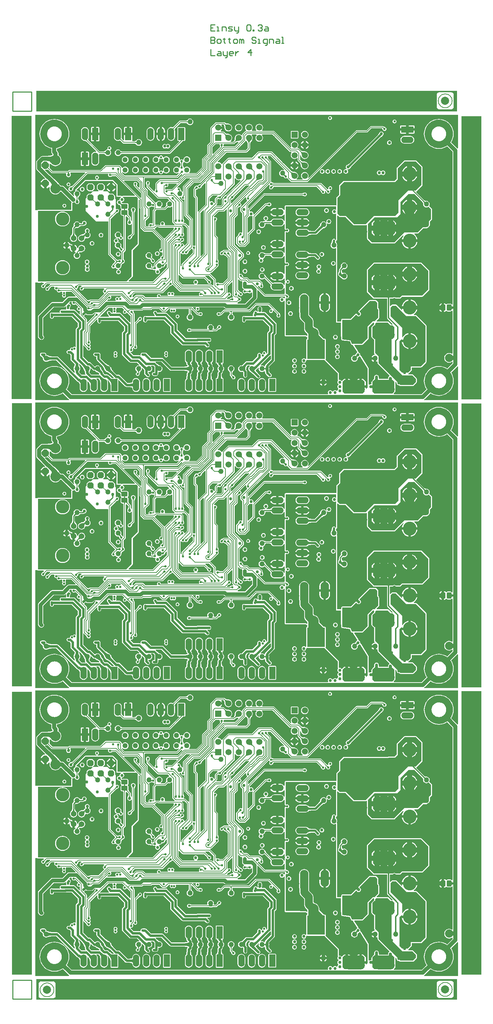
<source format=gbl>
G04 Layer_Physical_Order=4*
G04 Layer_Color=16711680*
%FSLAX24Y24*%
%MOIN*%
G70*
G01*
G75*
%ADD10C,0.0070*%
G04:AMPARAMS|DCode=11|XSize=78.7mil|YSize=78.7mil|CornerRadius=39.4mil|HoleSize=0mil|Usage=FLASHONLY|Rotation=90.000|XOffset=0mil|YOffset=0mil|HoleType=Round|Shape=RoundedRectangle|*
%AMROUNDEDRECTD11*
21,1,0.0787,0.0000,0,0,90.0*
21,1,0.0000,0.0787,0,0,90.0*
1,1,0.0787,0.0000,0.0000*
1,1,0.0787,0.0000,0.0000*
1,1,0.0787,0.0000,0.0000*
1,1,0.0787,0.0000,0.0000*
%
%ADD11ROUNDEDRECTD11*%
%ADD12C,0.0100*%
%ADD13C,0.0650*%
%ADD14C,0.0200*%
%ADD15C,0.0080*%
G04:AMPARAMS|DCode=62|XSize=50mil|YSize=50mil|CornerRadius=25mil|HoleSize=0mil|Usage=FLASHONLY|Rotation=270.000|XOffset=0mil|YOffset=0mil|HoleType=Round|Shape=RoundedRectangle|*
%AMROUNDEDRECTD62*
21,1,0.0500,0.0000,0,0,270.0*
21,1,0.0000,0.0500,0,0,270.0*
1,1,0.0500,0.0000,0.0000*
1,1,0.0500,0.0000,0.0000*
1,1,0.0500,0.0000,0.0000*
1,1,0.0500,0.0000,0.0000*
%
%ADD62ROUNDEDRECTD62*%
%ADD68C,0.1000*%
%ADD69C,0.0300*%
%ADD70C,0.0220*%
%ADD71C,0.0120*%
%ADD74C,0.0240*%
%ADD75C,0.0500*%
%ADD77C,0.0350*%
%ADD80C,0.0700*%
%ADD82C,0.0400*%
%ADD83C,0.0250*%
%ADD86C,0.0750*%
%ADD88C,0.0090*%
%ADD98R,0.0591X0.0591*%
%ADD99C,0.0591*%
%ADD100O,0.0600X0.1200*%
%ADD101R,0.0600X0.1200*%
%ADD102R,0.0591X0.0591*%
%ADD103O,0.1300X0.1360*%
%ADD104O,0.1200X0.0600*%
%ADD105O,0.0825X0.1650*%
G04:AMPARAMS|DCode=106|XSize=133mil|YSize=83mil|CornerRadius=0mil|HoleSize=0mil|Usage=FLASHONLY|Rotation=270.000|XOffset=0mil|YOffset=0mil|HoleType=Round|Shape=Octagon|*
%AMOCTAGOND106*
4,1,8,-0.0208,-0.0665,0.0208,-0.0665,0.0415,-0.0457,0.0415,0.0457,0.0208,0.0665,-0.0208,0.0665,-0.0415,0.0457,-0.0415,-0.0457,-0.0208,-0.0665,0.0*
%
%ADD106OCTAGOND106*%

%ADD107P,0.0671X8X22.5*%
%ADD108C,0.1305*%
%ADD109C,0.0540*%
%ADD110C,0.1000*%
%ADD111P,0.0758X8X292.5*%
%ADD112C,0.0800*%
%ADD113R,0.1200X0.0600*%
%ADD114C,0.0504*%
%ADD115C,0.0220*%
%ADD116C,0.0300*%
%ADD117C,0.0320*%
G04:AMPARAMS|DCode=137|XSize=50mil|YSize=50mil|CornerRadius=25mil|HoleSize=0mil|Usage=FLASHONLY|Rotation=0.000|XOffset=0mil|YOffset=0mil|HoleType=Round|Shape=RoundedRectangle|*
%AMROUNDEDRECTD137*
21,1,0.0500,0.0000,0,0,0.0*
21,1,0.0000,0.0500,0,0,0.0*
1,1,0.0500,0.0000,0.0000*
1,1,0.0500,0.0000,0.0000*
1,1,0.0500,0.0000,0.0000*
1,1,0.0500,0.0000,0.0000*
%
%ADD137ROUNDEDRECTD137*%
G04:AMPARAMS|DCode=138|XSize=46mil|YSize=63mil|CornerRadius=11.5mil|HoleSize=0mil|Usage=FLASHONLY|Rotation=270.000|XOffset=0mil|YOffset=0mil|HoleType=Round|Shape=RoundedRectangle|*
%AMROUNDEDRECTD138*
21,1,0.0460,0.0400,0,0,270.0*
21,1,0.0230,0.0630,0,0,270.0*
1,1,0.0230,-0.0200,-0.0115*
1,1,0.0230,-0.0200,0.0115*
1,1,0.0230,0.0200,0.0115*
1,1,0.0230,0.0200,-0.0115*
%
%ADD138ROUNDEDRECTD138*%
G04:AMPARAMS|DCode=139|XSize=46mil|YSize=63mil|CornerRadius=11.5mil|HoleSize=0mil|Usage=FLASHONLY|Rotation=180.000|XOffset=0mil|YOffset=0mil|HoleType=Round|Shape=RoundedRectangle|*
%AMROUNDEDRECTD139*
21,1,0.0460,0.0400,0,0,180.0*
21,1,0.0230,0.0630,0,0,180.0*
1,1,0.0230,-0.0115,0.0200*
1,1,0.0230,0.0115,0.0200*
1,1,0.0230,0.0115,-0.0200*
1,1,0.0230,-0.0115,-0.0200*
%
%ADD139ROUNDEDRECTD139*%
%ADD140C,0.0850*%
G36*
X52943Y95955D02*
X12008D01*
Y97953D01*
X52943D01*
Y95955D01*
D02*
G37*
G36*
X30415Y94738D02*
X30433Y94727D01*
X30455Y94717D01*
X30480Y94709D01*
X30509Y94702D01*
X30541Y94697D01*
X30577Y94693D01*
X30659Y94688D01*
X30706Y94688D01*
X30413Y94396D01*
X30413Y94442D01*
X30404Y94560D01*
X30399Y94592D01*
X30392Y94621D01*
X30384Y94646D01*
X30374Y94668D01*
X30363Y94686D01*
X30351Y94701D01*
X30401Y94750D01*
X30415Y94738D01*
D02*
G37*
G36*
X45810Y94391D02*
X45818Y94385D01*
X45826Y94380D01*
X45835Y94375D01*
X45844Y94371D01*
X45854Y94368D01*
X45864Y94366D01*
X45875Y94364D01*
X45886Y94363D01*
X45897Y94363D01*
X45789Y94254D01*
X45788Y94265D01*
X45787Y94276D01*
X45786Y94287D01*
X45783Y94297D01*
X45780Y94307D01*
X45776Y94316D01*
X45772Y94325D01*
X45766Y94333D01*
X45760Y94341D01*
X45753Y94348D01*
X45803Y94398D01*
X45810Y94391D01*
D02*
G37*
G36*
X30418Y93740D02*
X30436Y93729D01*
X30458Y93720D01*
X30483Y93711D01*
X30512Y93704D01*
X30544Y93699D01*
X30619Y93691D01*
X30663Y93689D01*
X30709Y93688D01*
X30413Y93399D01*
X30414Y93445D01*
X30406Y93563D01*
X30401Y93595D01*
X30394Y93623D01*
X30386Y93649D01*
X30377Y93670D01*
X30366Y93689D01*
X30353Y93703D01*
X30403Y93752D01*
X30418Y93740D01*
D02*
G37*
G36*
X31706Y93097D02*
X31659Y93097D01*
X31541Y93089D01*
X31509Y93083D01*
X31480Y93076D01*
X31455Y93068D01*
X31433Y93059D01*
X31415Y93048D01*
X31401Y93035D01*
X31351Y93085D01*
X31363Y93100D01*
X31374Y93118D01*
X31384Y93139D01*
X31392Y93165D01*
X31399Y93193D01*
X31404Y93226D01*
X31409Y93261D01*
X31413Y93343D01*
X31413Y93390D01*
X31706Y93097D01*
D02*
G37*
G36*
X31665Y92991D02*
X31690Y92925D01*
X31334Y92570D01*
X30290D01*
X30258Y92584D01*
X30226Y92640D01*
X30235Y92685D01*
X30226Y92728D01*
X30270Y92798D01*
X31221D01*
X31262Y92806D01*
X31297Y92830D01*
X31401Y92933D01*
X31401Y92933D01*
X31416Y92936D01*
X31431Y92938D01*
X31435Y92940D01*
X31440Y92941D01*
X31452Y92950D01*
X31466Y92957D01*
X31475Y92964D01*
X31480Y92968D01*
X31492Y92973D01*
X31508Y92978D01*
X31530Y92983D01*
X31554Y92987D01*
X31661Y92995D01*
X31665Y92991D01*
D02*
G37*
G36*
X32884Y93150D02*
X32830Y93090D01*
X32809Y93062D01*
X32790Y93035D01*
X32775Y93010D01*
X32764Y92986D01*
X32755Y92964D01*
X32750Y92943D01*
X32748Y92923D01*
X32668D01*
X32667Y92943D01*
X32662Y92964D01*
X32654Y92986D01*
X32642Y93010D01*
X32627Y93035D01*
X32608Y93062D01*
X32587Y93090D01*
X32533Y93150D01*
X32502Y93182D01*
X32915D01*
X32884Y93150D01*
D02*
G37*
G36*
X30123Y92602D02*
X30115Y92595D01*
X30108Y92587D01*
X30102Y92579D01*
X30096Y92570D01*
X30092Y92562D01*
X30088Y92553D01*
X30085Y92543D01*
X30083Y92534D01*
X30081Y92524D01*
X30081Y92513D01*
X30011Y92517D01*
X30011Y92527D01*
X30009Y92537D01*
X30007Y92547D01*
X30005Y92556D01*
X30001Y92565D01*
X29997Y92575D01*
X29992Y92584D01*
X29986Y92592D01*
X29979Y92601D01*
X29972Y92609D01*
X30123Y92602D01*
D02*
G37*
G36*
X53050Y92391D02*
X52998Y92367D01*
X52980Y92365D01*
X52378Y92968D01*
X52472Y93122D01*
X52559Y93332D01*
X52613Y93553D01*
X52630Y93780D01*
X52613Y94006D01*
X52559Y94227D01*
X52472Y94437D01*
X52354Y94631D01*
X52206Y94804D01*
X52033Y94952D01*
X51839Y95071D01*
X51629Y95158D01*
X51408Y95211D01*
X51181Y95229D01*
X50954Y95211D01*
X50733Y95158D01*
X50523Y95071D01*
X50329Y94952D01*
X50156Y94804D01*
X50009Y94631D01*
X49890Y94437D01*
X49803Y94227D01*
X49750Y94006D01*
X49732Y93780D01*
X49750Y93553D01*
X49803Y93332D01*
X49890Y93122D01*
X50009Y92928D01*
X50156Y92755D01*
X50329Y92607D01*
X50523Y92488D01*
X50733Y92401D01*
X50954Y92348D01*
X51181Y92330D01*
X51408Y92348D01*
X51629Y92401D01*
X51839Y92488D01*
X51993Y92583D01*
X52520Y92056D01*
Y77221D01*
X52515Y77215D01*
X52512Y77212D01*
X52438Y77210D01*
X52427Y77226D01*
X52366Y77267D01*
X52294Y77281D01*
X52063D01*
X51991Y77267D01*
X51942Y77234D01*
X51910Y77230D01*
X51854Y77239D01*
X51849Y77248D01*
X51777Y77295D01*
X51698Y77311D01*
Y76893D01*
Y76475D01*
X51777Y76490D01*
X51849Y76538D01*
X51854Y76547D01*
X51910Y76556D01*
X51942Y76552D01*
X51991Y76518D01*
X52063Y76504D01*
X52294D01*
X52366Y76518D01*
X52427Y76559D01*
X52438Y76576D01*
X52512Y76574D01*
X52515Y76571D01*
X52520Y76565D01*
Y72424D01*
X52450Y72390D01*
X52412Y72418D01*
X52298Y72466D01*
X52175Y72482D01*
X52052Y72466D01*
X51938Y72418D01*
X51840Y72343D01*
X51765Y72245D01*
X51717Y72131D01*
X51701Y72008D01*
X51717Y71885D01*
X51765Y71771D01*
X51840Y71673D01*
X51938Y71597D01*
X52052Y71550D01*
X52175Y71534D01*
X52298Y71550D01*
X52412Y71597D01*
X52450Y71626D01*
X52520Y71592D01*
Y71488D01*
X51993Y70961D01*
X51839Y71055D01*
X51629Y71142D01*
X51408Y71195D01*
X51181Y71213D01*
X50954Y71195D01*
X50733Y71142D01*
X50523Y71055D01*
X50329Y70936D01*
X50156Y70789D01*
X50009Y70616D01*
X49890Y70422D01*
X49803Y70212D01*
X49750Y69990D01*
X49732Y69764D01*
X49750Y69537D01*
X49803Y69316D01*
X49890Y69106D01*
X49984Y68952D01*
X49507Y68474D01*
X46803D01*
X46774Y68544D01*
X46924Y68695D01*
X46939Y68718D01*
X46945Y68745D01*
Y69623D01*
X47015Y69652D01*
X47063Y69605D01*
X47057Y69575D01*
X47074Y69489D01*
X47122Y69417D01*
X47195Y69368D01*
X47281Y69351D01*
X47310Y69357D01*
X47366Y69301D01*
X47399Y69279D01*
X47439Y69271D01*
X48658D01*
X48698Y69279D01*
X48731Y69301D01*
X48731Y69301D01*
X49011Y69581D01*
X49033Y69614D01*
X49040Y69653D01*
Y69963D01*
X49033Y70002D01*
X49011Y70035D01*
X48681Y70365D01*
X48648Y70387D01*
X48608Y70395D01*
X48205D01*
X48198Y70465D01*
X48218Y70469D01*
X48251Y70491D01*
X48531Y70771D01*
X48553Y70804D01*
X48560Y70843D01*
X48560Y71081D01*
X49429D01*
X49468Y71089D01*
X49501Y71111D01*
X49941Y71551D01*
X49963Y71584D01*
X49970Y71623D01*
Y72683D01*
Y75143D01*
X49963Y75182D01*
X49941Y75215D01*
X49021Y76135D01*
X48988Y76157D01*
X48948Y76165D01*
X48763D01*
X48745Y76235D01*
X48757Y76241D01*
X48871Y76335D01*
X48965Y76449D01*
X49004Y76522D01*
X49035Y76579D01*
X49078Y76721D01*
X49079Y76730D01*
X49053Y76724D01*
X49015Y76710D01*
X48983Y76694D01*
X48959Y76675D01*
X48942Y76652D01*
X48931Y76627D01*
X48928Y76598D01*
Y76778D01*
X48338D01*
X47594D01*
X47599Y76721D01*
X47610Y76686D01*
X47566Y76660D01*
X47527Y76698D01*
D01*
X47071Y77155D01*
X47038Y77177D01*
X46999Y77185D01*
X46659D01*
X46619Y77177D01*
X46586Y77155D01*
X46586Y77155D01*
X46471Y77039D01*
X46401Y77068D01*
Y77761D01*
X46704D01*
X46714Y77763D01*
X46724D01*
X46733Y77767D01*
X46743Y77769D01*
X46751Y77774D01*
X46761Y77778D01*
X46799Y77803D01*
X46849Y77813D01*
X46898Y77803D01*
X46936Y77778D01*
X46946Y77774D01*
X46954Y77769D01*
X46964Y77767D01*
X46973Y77763D01*
X46983D01*
X46993Y77761D01*
X47389D01*
X47428Y77769D01*
X47461Y77791D01*
X47461Y77791D01*
X47621Y77951D01*
X49559Y77951D01*
X49576Y77954D01*
X49598Y77959D01*
X49598Y77959D01*
X49598Y77959D01*
X49613Y77969D01*
X49631Y77981D01*
X50231Y78581D01*
X50253Y78614D01*
X50260Y78653D01*
X50260Y80473D01*
X50253Y80512D01*
X50231Y80545D01*
X49531Y81245D01*
X49498Y81267D01*
X49458Y81275D01*
X44879D01*
X44839Y81267D01*
X44806Y81245D01*
X44206Y80645D01*
X44184Y80612D01*
X44177Y80573D01*
Y78893D01*
X44177Y78453D01*
X44184Y78414D01*
X44206Y78381D01*
X44796Y77791D01*
X44829Y77769D01*
X44868Y77761D01*
X46136Y77761D01*
Y75903D01*
X46146Y75852D01*
X46175Y75809D01*
X46677Y75307D01*
X46674Y75291D01*
X46646Y75239D01*
X46576D01*
X46301Y75515D01*
X46268Y75537D01*
X46229Y75545D01*
X45154Y75545D01*
X45125Y75615D01*
X45341Y75831D01*
X45363Y75864D01*
X45370Y75903D01*
X45370Y76713D01*
X45363Y76752D01*
X45341Y76785D01*
X45300Y76825D01*
Y77353D01*
X45293Y77392D01*
X45271Y77425D01*
X45101Y77595D01*
X45068Y77617D01*
X45029Y77625D01*
X44458Y77625D01*
X44419Y77617D01*
X44386Y77595D01*
X43391Y76599D01*
X43384Y76589D01*
X43375Y76579D01*
X43373Y76572D01*
X43369Y76566D01*
X43366Y76554D01*
X43362Y76542D01*
X43363Y76534D01*
X43361Y76527D01*
X43364Y76515D01*
X43364Y76502D01*
X43379Y76446D01*
X43386Y76430D01*
X43393Y76414D01*
X43395Y76412D01*
X43396Y76410D01*
X43409Y76398D01*
X43421Y76386D01*
X43464Y76358D01*
X43490Y76319D01*
X43499Y76273D01*
X43490Y76227D01*
X43464Y76188D01*
X43425Y76162D01*
X43379Y76152D01*
X43332Y76162D01*
X43293Y76188D01*
X43265Y76230D01*
X43253Y76242D01*
X43241Y76255D01*
X43239Y76256D01*
X43237Y76258D01*
X43221Y76265D01*
X43206Y76272D01*
X43149Y76287D01*
X43137Y76288D01*
X43124Y76290D01*
X43117Y76289D01*
X43110Y76289D01*
X43098Y76285D01*
X43085Y76282D01*
X43079Y76278D01*
X43072Y76276D01*
X43063Y76267D01*
X43052Y76260D01*
X42606Y75815D01*
X41799Y75815D01*
X41759Y75807D01*
X41726Y75785D01*
X41704Y75752D01*
X41697Y75713D01*
Y75602D01*
X41638Y75545D01*
X41300D01*
Y78363D01*
Y82663D01*
X41297Y82679D01*
X41295Y82696D01*
X41293Y82699D01*
X41293Y82702D01*
X41283Y82716D01*
X41275Y82730D01*
X41272Y82732D01*
X41271Y82735D01*
X41248Y82791D01*
X41280Y82869D01*
X41291Y82953D01*
X41280Y83036D01*
X41264Y83074D01*
X41268Y83085D01*
X41268Y83093D01*
X41270Y83100D01*
X41267Y83113D01*
X41266Y83125D01*
X41263Y83132D01*
X41262Y83139D01*
X41255Y83150D01*
X41250Y83161D01*
X41244Y83166D01*
X41240Y83173D01*
X41229Y83180D01*
X41220Y83188D01*
X41213Y83190D01*
X41207Y83195D01*
X41194Y83197D01*
X41193Y83198D01*
X41189Y83205D01*
X41184Y83225D01*
X41179Y83252D01*
X41171Y83333D01*
X41171Y83379D01*
X41173Y83380D01*
X41181Y83381D01*
X41192Y83387D01*
X41202Y83391D01*
X41252Y83423D01*
X41261Y83430D01*
X41271Y83437D01*
X41275Y83444D01*
X41281Y83450D01*
X41286Y83460D01*
X41293Y83470D01*
X41294Y83478D01*
X41298Y83486D01*
X41298Y83498D01*
X41300Y83509D01*
Y85805D01*
X41365Y85832D01*
X41476Y85721D01*
X41509Y85699D01*
X41549Y85691D01*
X42096D01*
X42866Y84921D01*
X42899Y84899D01*
X42938Y84891D01*
X44049D01*
X44088Y84899D01*
X44121Y84921D01*
X44132Y84932D01*
X44197Y84905D01*
Y84284D01*
X44198Y84275D01*
Y84265D01*
X44199Y84263D01*
X44198Y84261D01*
Y84251D01*
X44197Y84241D01*
Y83623D01*
X44204Y83584D01*
X44226Y83551D01*
X44626Y83151D01*
X44659Y83129D01*
X44699Y83121D01*
X46838Y83121D01*
X46878Y83129D01*
X46911Y83151D01*
X47531Y83771D01*
X47690Y83930D01*
X47742Y83883D01*
X47712Y83846D01*
X47642Y83716D01*
X47614Y83623D01*
D01*
X47599Y83575D01*
X47594Y83518D01*
X48338D01*
X49083D01*
X49078Y83575D01*
X49035Y83716D01*
X48965Y83846D01*
X48871Y83961D01*
X48786Y84031D01*
X48811Y84101D01*
X49118D01*
X49158Y84109D01*
X49191Y84131D01*
X49661Y84601D01*
X49969D01*
X50008Y84609D01*
X50041Y84631D01*
X50047Y84640D01*
X50052Y84641D01*
X50130Y84673D01*
X50197Y84725D01*
X50248Y84791D01*
X50280Y84869D01*
X50281Y84874D01*
X50291Y84881D01*
X50313Y84914D01*
X50320Y84953D01*
Y85261D01*
X50491Y85431D01*
X50513Y85464D01*
X50520Y85503D01*
X50520Y86473D01*
X50513Y86512D01*
X50491Y86545D01*
X50491Y86545D01*
X50252Y86784D01*
X50249Y86786D01*
X50248Y86791D01*
X50280Y86869D01*
X50291Y86953D01*
X50280Y87036D01*
X50248Y87114D01*
X50197Y87181D01*
X50130Y87232D01*
X50052Y87265D01*
X49969Y87276D01*
X49931Y87271D01*
X49928Y87273D01*
X49922Y87275D01*
X49917Y87278D01*
X49903Y87281D01*
X49890Y87285D01*
X49884Y87285D01*
X49878Y87286D01*
X49864Y87283D01*
X49856Y87283D01*
X49844Y87293D01*
X49831Y87306D01*
X49815Y87316D01*
X49799Y87326D01*
X49798Y87326D01*
X49797Y87327D01*
X49778Y87330D01*
X49760Y87334D01*
X48988Y88107D01*
X49001Y88191D01*
X49002Y88192D01*
X49571Y88761D01*
X49593Y88794D01*
X49600Y88833D01*
Y89523D01*
Y90543D01*
X49593Y90582D01*
X49571Y90615D01*
X49011Y91175D01*
X48978Y91197D01*
X48938Y91205D01*
X47849D01*
X47809Y91197D01*
X47776Y91175D01*
X47106Y90505D01*
X47099Y90494D01*
X47091Y90485D01*
X47089Y90478D01*
X47084Y90472D01*
X47082Y90460D01*
X47078Y90448D01*
X47078Y90440D01*
X47077Y90433D01*
X47079Y90421D01*
X47080Y90408D01*
X47087Y90380D01*
Y89425D01*
X46866Y89205D01*
X46283D01*
X46273Y89203D01*
X46263D01*
X46254Y89199D01*
X46244Y89197D01*
X46242Y89196D01*
X46240Y89195D01*
X46238Y89193D01*
X41937D01*
X41898Y89185D01*
X41864Y89163D01*
X41496Y88795D01*
X41474Y88762D01*
X41467Y88723D01*
Y87873D01*
X41235Y87642D01*
X41235Y87641D01*
X41235Y87641D01*
X41224Y87625D01*
X41213Y87608D01*
X41213Y87608D01*
X41213Y87608D01*
X41209Y87589D01*
X41205Y87569D01*
X41205Y87569D01*
X41205Y87569D01*
X41207Y87412D01*
Y86851D01*
X41199Y86845D01*
X36279D01*
X36239Y86837D01*
X36206Y86815D01*
X36184Y86782D01*
X36177Y86743D01*
Y86415D01*
X36107Y86391D01*
X36058Y86455D01*
X35974Y86519D01*
X35877Y86559D01*
X35772Y86573D01*
X35592D01*
Y86169D01*
Y85766D01*
X35772D01*
X35877Y85780D01*
X35974Y85820D01*
X36058Y85884D01*
X36107Y85948D01*
X36177Y85924D01*
Y85343D01*
X36107Y85330D01*
X36096Y85356D01*
X36036Y85433D01*
X35959Y85492D01*
X35869Y85530D01*
X35772Y85542D01*
X35172D01*
X35076Y85530D01*
X34986Y85492D01*
X34909Y85433D01*
X34852Y85359D01*
X34850Y85359D01*
X34839Y85351D01*
X34827Y85344D01*
X34823Y85340D01*
X34817Y85336D01*
X34810Y85325D01*
X34805Y85319D01*
X34793Y85318D01*
X34774Y85317D01*
X34756Y85313D01*
X34737Y85309D01*
X34736Y85309D01*
X34736Y85309D01*
X34720Y85298D01*
X34705Y85288D01*
X34402D01*
X34395Y85358D01*
X34434Y85366D01*
X34507Y85414D01*
X34556Y85487D01*
X34573Y85573D01*
X34556Y85659D01*
X34507Y85731D01*
X34434Y85780D01*
X34348Y85797D01*
X34263Y85780D01*
X34190Y85731D01*
X34141Y85659D01*
X34124Y85573D01*
X34141Y85487D01*
X34190Y85414D01*
X34263Y85366D01*
X34302Y85358D01*
X34295Y85288D01*
X34195D01*
X34185Y85295D01*
X34185Y85295D01*
X34185Y85295D01*
X34165Y85299D01*
X34146Y85303D01*
X34146Y85303D01*
X34146Y85303D01*
X34126Y85299D01*
X34107Y85295D01*
X34107Y85295D01*
X34107Y85295D01*
X34090Y85284D01*
X34074Y85273D01*
X34061Y85261D01*
X34052Y85265D01*
X33969Y85276D01*
X33885Y85265D01*
X33807Y85232D01*
X33740Y85181D01*
X33689Y85114D01*
X33657Y85036D01*
X33646Y84953D01*
X33657Y84869D01*
X33689Y84791D01*
X33740Y84725D01*
X33807Y84673D01*
X33885Y84641D01*
X33969Y84630D01*
X34052Y84641D01*
X34130Y84673D01*
X34197Y84725D01*
X34248Y84791D01*
X34280Y84869D01*
X34291Y84953D01*
X34289Y84973D01*
X34350Y85043D01*
X34706D01*
X34706Y85043D01*
X34721Y85033D01*
X34736Y85022D01*
X34738Y85022D01*
X34739Y85021D01*
X34757Y85017D01*
X34775Y85013D01*
X34794Y85013D01*
X34807Y85012D01*
X34814Y85004D01*
X34822Y84993D01*
X34827Y84989D01*
X34831Y84985D01*
X34843Y84979D01*
X34855Y84971D01*
X34859Y84970D01*
X34909Y84905D01*
X34986Y84846D01*
X35076Y84809D01*
X35172Y84796D01*
X35772D01*
X35869Y84809D01*
X35959Y84846D01*
X36036Y84905D01*
X36096Y84983D01*
X36107Y85009D01*
X36177Y84995D01*
Y84570D01*
X36179Y84555D01*
X36181Y84540D01*
X36183Y84536D01*
X36184Y84531D01*
X36193Y84519D01*
X36200Y84505D01*
X36204Y84502D01*
X36206Y84498D01*
X36219Y84490D01*
X36230Y84480D01*
X36280Y84453D01*
X36295Y84449D01*
X36309Y84443D01*
X36314D01*
X36319Y84442D01*
X36333Y84443D01*
X36348D01*
X36353Y84445D01*
X36358Y84446D01*
X36371Y84453D01*
X36385Y84458D01*
X36401Y84469D01*
X36431Y84475D01*
X36461Y84469D01*
X36487Y84452D01*
X36505Y84426D01*
X36511Y84395D01*
X36505Y84365D01*
X36487Y84339D01*
X36461Y84322D01*
X36431Y84316D01*
X36401Y84322D01*
X36385Y84332D01*
X36371Y84338D01*
X36358Y84345D01*
X36353Y84345D01*
X36348Y84347D01*
X36333D01*
X36319Y84349D01*
X36314Y84347D01*
X36309D01*
X36295Y84342D01*
X36280Y84337D01*
X36230Y84310D01*
X36219Y84301D01*
X36206Y84293D01*
X36204Y84288D01*
X36200Y84285D01*
X36193Y84272D01*
X36184Y84260D01*
X36183Y84255D01*
X36181Y84250D01*
X36179Y84235D01*
X36177Y84221D01*
Y83873D01*
Y83304D01*
X36107Y83281D01*
X36058Y83344D01*
X35974Y83408D01*
X35877Y83449D01*
X35772Y83463D01*
X35592D01*
Y83059D01*
Y82656D01*
X35772D01*
X35877Y82669D01*
X35974Y82710D01*
X36058Y82774D01*
X36107Y82837D01*
X36177Y82814D01*
X36177Y82233D01*
X36107Y82219D01*
X36096Y82246D01*
X36036Y82323D01*
X35959Y82382D01*
X35869Y82420D01*
X35772Y82432D01*
X35172D01*
X35076Y82420D01*
X34986Y82382D01*
X34909Y82323D01*
X34849Y82246D01*
X34843Y82230D01*
X34835Y82225D01*
X34823Y82219D01*
X34819Y82214D01*
X34814Y82211D01*
X34807Y82201D01*
X34794Y82201D01*
X34775Y82197D01*
X34757Y82193D01*
X34756Y82193D01*
X34755Y82192D01*
X34740Y82182D01*
X34724Y82171D01*
X34322D01*
X34321Y82172D01*
X34319Y82175D01*
X34305Y82183D01*
X34291Y82192D01*
X34288Y82193D01*
X34284Y82195D01*
X34268Y82197D01*
X34252Y82201D01*
X34236Y82201D01*
X34224Y82202D01*
X34215Y82203D01*
X34208Y82205D01*
X34208Y82205D01*
X34199Y82216D01*
X34194Y82218D01*
X34191Y82222D01*
X34177Y82228D01*
X34164Y82235D01*
X34159Y82236D01*
X34154Y82238D01*
X34139Y82238D01*
X34125Y82240D01*
X34120Y82238D01*
X34115Y82238D01*
X34052Y82265D01*
X33969Y82276D01*
X33885Y82265D01*
X33807Y82232D01*
X33740Y82181D01*
X33689Y82114D01*
X33657Y82036D01*
X33646Y81953D01*
X33657Y81869D01*
X33689Y81791D01*
X33736Y81730D01*
X33745Y81708D01*
X33743Y81650D01*
X33730Y81641D01*
X33681Y81569D01*
X33664Y81483D01*
X33681Y81397D01*
X33730Y81324D01*
X33803Y81276D01*
X33888Y81258D01*
X33974Y81276D01*
X34047Y81324D01*
X34096Y81397D01*
X34113Y81483D01*
X34096Y81569D01*
X34088Y81580D01*
X34114Y81667D01*
X34130Y81673D01*
X34197Y81725D01*
X34248Y81791D01*
X34280Y81869D01*
X34285Y81905D01*
X34285Y81905D01*
X34288Y81910D01*
X34292Y81913D01*
X34295Y81918D01*
X34312Y81922D01*
X34330Y81926D01*
X34331Y81927D01*
X34332Y81927D01*
X34347Y81938D01*
X34360Y81947D01*
X34724D01*
X34740Y81937D01*
X34755Y81926D01*
X34756Y81926D01*
X34757Y81925D01*
X34775Y81921D01*
X34794Y81917D01*
X34807Y81917D01*
X34814Y81907D01*
X34819Y81904D01*
X34823Y81899D01*
X34835Y81893D01*
X34843Y81888D01*
X34849Y81872D01*
X34909Y81795D01*
X34986Y81736D01*
X35076Y81699D01*
X35172Y81686D01*
X35772D01*
X35869Y81699D01*
X35959Y81736D01*
X36036Y81795D01*
X36096Y81872D01*
X36107Y81899D01*
X36177Y81885D01*
Y81287D01*
X36179Y81272D01*
X36181Y81257D01*
X36183Y81253D01*
X36184Y81248D01*
X36193Y81235D01*
X36200Y81222D01*
X36204Y81219D01*
X36206Y81215D01*
X36219Y81206D01*
X36230Y81197D01*
X36280Y81170D01*
X36295Y81166D01*
X36309Y81160D01*
X36314D01*
X36319Y81158D01*
X36333Y81160D01*
X36348D01*
X36353Y81162D01*
X36358Y81162D01*
X36371Y81169D01*
X36385Y81175D01*
X36391Y81179D01*
X36421Y81185D01*
X36451Y81179D01*
X36477Y81162D01*
X36495Y81136D01*
X36501Y81105D01*
X36495Y81075D01*
X36477Y81049D01*
X36451Y81032D01*
X36421Y81026D01*
X36391Y81032D01*
X36385Y81035D01*
X36371Y81041D01*
X36358Y81048D01*
X36353Y81049D01*
X36348Y81051D01*
X36333D01*
X36319Y81052D01*
X36314Y81051D01*
X36309D01*
X36295Y81045D01*
X36280Y81041D01*
X36230Y81014D01*
X36219Y81004D01*
X36206Y80996D01*
X36204Y80992D01*
X36200Y80989D01*
X36193Y80975D01*
X36184Y80963D01*
X36183Y80958D01*
X36181Y80953D01*
X36179Y80939D01*
X36177Y80924D01*
Y80194D01*
X36107Y80170D01*
X36058Y80234D01*
X35974Y80298D01*
X35877Y80339D01*
X35772Y80352D01*
X35592D01*
Y79949D01*
Y79545D01*
X35772D01*
X35877Y79559D01*
X35974Y79599D01*
X36058Y79664D01*
X36107Y79727D01*
X36177Y79703D01*
Y79526D01*
X36178Y79521D01*
X36177Y79516D01*
X36181Y79502D01*
X36184Y79487D01*
X36187Y79483D01*
X36189Y79478D01*
X36198Y79467D01*
X36206Y79454D01*
X36206Y79454D01*
X36208Y79449D01*
X36212Y79415D01*
X36208Y79382D01*
X36206Y79377D01*
X36206Y79376D01*
X36198Y79364D01*
X36189Y79352D01*
X36187Y79348D01*
X36184Y79343D01*
X36181Y79329D01*
X36177Y79314D01*
X36178Y79309D01*
X36177Y79304D01*
Y79123D01*
X36107Y79109D01*
X36096Y79135D01*
X36036Y79213D01*
X35959Y79272D01*
X35869Y79309D01*
X35772Y79322D01*
X35172D01*
X35076Y79309D01*
X35046Y79297D01*
X35037Y79299D01*
X35024Y79303D01*
X35018Y79302D01*
X35012Y79303D01*
X35008Y79302D01*
X35005Y79304D01*
X34989Y79315D01*
X34973Y79325D01*
X34972Y79325D01*
X34972Y79326D01*
X34953Y79329D01*
X34935Y79332D01*
X34369Y79899D01*
X34367Y79907D01*
X34367Y79919D01*
X34364Y79927D01*
X34362Y79935D01*
X34356Y79945D01*
X34352Y79955D01*
X34346Y79961D01*
X34341Y79969D01*
X34331Y79979D01*
X34324Y79987D01*
X34319Y79994D01*
X34315Y79999D01*
X34313Y80003D01*
X34312Y80009D01*
X34312Y80025D01*
X34310Y80029D01*
X34309Y80033D01*
X34302Y80047D01*
X34295Y80061D01*
X34292Y80064D01*
X34290Y80068D01*
X34278Y80077D01*
X34266Y80088D01*
X34262Y80090D01*
X34259Y80092D01*
X34257Y80093D01*
X34248Y80114D01*
X34197Y80181D01*
X34130Y80232D01*
X34052Y80265D01*
X33969Y80276D01*
X33885Y80265D01*
X33807Y80232D01*
X33740Y80181D01*
X33689Y80114D01*
X33657Y80036D01*
X33646Y79953D01*
X33657Y79869D01*
X33689Y79791D01*
X33740Y79725D01*
X33807Y79673D01*
X33885Y79641D01*
X33969Y79630D01*
X34052Y79641D01*
X34130Y79673D01*
X34197Y79725D01*
X34260Y79705D01*
X34784Y79181D01*
X34784Y79180D01*
X34788Y79162D01*
X34791Y79144D01*
X34792Y79142D01*
X34792Y79141D01*
X34803Y79126D01*
X34812Y79110D01*
X34816Y79107D01*
X34815Y79100D01*
X34816Y79094D01*
X34815Y79088D01*
X34820Y79075D01*
X34821Y79068D01*
X34812Y79045D01*
X34799Y78949D01*
X34812Y78852D01*
X34849Y78762D01*
X34909Y78685D01*
X34986Y78626D01*
X35076Y78588D01*
X35172Y78576D01*
X35772D01*
X35869Y78588D01*
X35959Y78626D01*
X36036Y78685D01*
X36096Y78762D01*
X36107Y78789D01*
X36177Y78775D01*
Y78257D01*
X36161Y78239D01*
X36132Y78213D01*
X36116Y78205D01*
X34295D01*
X33583Y78916D01*
X33604Y78983D01*
X33614Y78986D01*
X33663Y79018D01*
X33726Y78976D01*
X33725Y78973D01*
X33739Y78903D01*
X33779Y78843D01*
X33838Y78803D01*
X33909Y78789D01*
X33979Y78803D01*
X34038Y78843D01*
X34078Y78903D01*
X34092Y78973D01*
X34082Y79024D01*
X34083Y79030D01*
X34087Y79049D01*
X34087Y79050D01*
X34087Y79051D01*
X34084Y79069D01*
X34081Y79088D01*
X34080Y79089D01*
X34080Y79090D01*
X34069Y79106D01*
X34060Y79121D01*
X34055Y79126D01*
X34054Y79127D01*
X34053Y79129D01*
X34053Y79130D01*
X34052Y79131D01*
X34052Y79132D01*
X34051Y79133D01*
X34051Y79135D01*
X34051Y79138D01*
X34050Y79145D01*
X34046Y79162D01*
X34043Y79180D01*
X34042Y79182D01*
X34041Y79184D01*
X34031Y79198D01*
X34021Y79213D01*
Y79293D01*
X34021Y79293D01*
X34012Y79336D01*
X33988Y79372D01*
X33988Y79372D01*
X33798Y79562D01*
X33761Y79586D01*
X33719Y79595D01*
X33719Y79595D01*
X32790D01*
X32580Y79805D01*
X32544Y79829D01*
X32501Y79837D01*
X32501Y79837D01*
X32217D01*
X32150Y79905D01*
X32147Y79922D01*
X32144Y79940D01*
X32143Y79942D01*
X32143Y79943D01*
X32133Y79959D01*
X32123Y79974D01*
X32118Y79979D01*
X32117Y79981D01*
X32116Y79983D01*
X32115Y79984D01*
X32114Y79985D01*
X32114Y79986D01*
X32114Y79987D01*
X32113Y79989D01*
X32113Y79991D01*
X32113Y79997D01*
X32109Y80015D01*
X32105Y80033D01*
X32104Y80034D01*
X32104Y80036D01*
X32093Y80051D01*
X32083Y80066D01*
X32082Y80067D01*
X32081Y80068D01*
X32065Y80078D01*
X32060Y80082D01*
X32031Y80125D01*
X31971Y80165D01*
X31901Y80179D01*
X31861Y80171D01*
X31791Y80216D01*
Y81389D01*
X32168Y81766D01*
X32168Y81766D01*
X32192Y81802D01*
X32201Y81845D01*
X32201Y81845D01*
Y82083D01*
X32192Y82126D01*
X32168Y82162D01*
X32168Y82162D01*
X31303Y83027D01*
Y85599D01*
X31580Y85876D01*
X31580Y85876D01*
X31605Y85912D01*
X31613Y85955D01*
Y86571D01*
X31685Y86644D01*
X31695Y86645D01*
X31710Y86646D01*
X31715Y86648D01*
X31720Y86649D01*
X31733Y86657D01*
X31746Y86663D01*
X31749Y86667D01*
X31754Y86670D01*
X31759Y86674D01*
X31760Y86675D01*
X31764Y86675D01*
X31782Y86677D01*
X31800Y86678D01*
X31801Y86679D01*
X31803Y86679D01*
X31819Y86687D01*
X31835Y86696D01*
X31837Y86697D01*
X31838Y86698D01*
X31850Y86712D01*
X31852Y86714D01*
X31859Y86716D01*
X31918Y86756D01*
X31958Y86815D01*
X31972Y86885D01*
X31958Y86956D01*
X31918Y87015D01*
X31882Y87039D01*
X31864Y87120D01*
X32369Y87625D01*
X32382Y87622D01*
X32433Y87590D01*
X32433Y87590D01*
X32430Y87571D01*
X32430Y87570D01*
X32430Y87569D01*
X32434Y87551D01*
X32435Y87544D01*
X32425Y87493D01*
X32439Y87423D01*
X32479Y87363D01*
X32514Y87339D01*
X32533Y87258D01*
X31893Y86618D01*
X31870Y86584D01*
X31861Y86543D01*
Y86313D01*
X31870Y86272D01*
X31893Y86237D01*
X32061Y86068D01*
Y84204D01*
X31991Y84170D01*
X31959Y84192D01*
X31888Y84206D01*
X31818Y84192D01*
X31759Y84153D01*
X31730Y84109D01*
X31724Y84106D01*
X31708Y84096D01*
X31708Y84095D01*
X31706Y84094D01*
X31696Y84078D01*
X31685Y84063D01*
X31685Y84062D01*
X31684Y84061D01*
X31681Y84043D01*
X31677Y84024D01*
X31676Y84018D01*
X31676Y84016D01*
X31676Y84015D01*
X31676Y84014D01*
X31675Y84013D01*
X31675Y84011D01*
X31674Y84010D01*
X31673Y84008D01*
X31671Y84006D01*
X31667Y84001D01*
X31657Y83986D01*
X31647Y83971D01*
X31647Y83969D01*
X31646Y83968D01*
X31643Y83950D01*
X31639Y83932D01*
X31489Y83782D01*
X31465Y83746D01*
X31456Y83703D01*
X31456Y83703D01*
Y83173D01*
X31456Y83173D01*
X31465Y83130D01*
X31489Y83093D01*
X31759Y82823D01*
X31759Y82823D01*
X31796Y82799D01*
X31839Y82791D01*
X31839Y82791D01*
X32269D01*
X32269Y82791D01*
X32311Y82799D01*
X32348Y82823D01*
X32718Y83193D01*
X32742Y83230D01*
X32751Y83273D01*
X32751Y83273D01*
Y83956D01*
X33258Y84463D01*
X33258Y84463D01*
X33282Y84500D01*
X33291Y84543D01*
Y85706D01*
X34395Y86811D01*
X34458D01*
X34473Y86801D01*
X34488Y86790D01*
X34490Y86790D01*
X34491Y86789D01*
X34509Y86785D01*
X34526Y86781D01*
X34533Y86781D01*
X34536Y86780D01*
X34538Y86780D01*
X34539Y86780D01*
X34541Y86779D01*
X34542Y86779D01*
X34543Y86778D01*
X34544Y86777D01*
X34545Y86776D01*
X34550Y86772D01*
X34566Y86762D01*
X34581Y86752D01*
X34582Y86751D01*
X34584Y86751D01*
X34602Y86747D01*
X34620Y86744D01*
X34621Y86744D01*
X34623Y86744D01*
X34641Y86748D01*
X34648Y86749D01*
X34699Y86739D01*
X34769Y86753D01*
X34828Y86793D01*
X34868Y86853D01*
X34882Y86923D01*
X34868Y86993D01*
X34828Y87053D01*
X34769Y87092D01*
X34699Y87106D01*
X34648Y87096D01*
X34641Y87098D01*
X34623Y87102D01*
X34621Y87101D01*
X34620Y87102D01*
X34602Y87098D01*
X34584Y87095D01*
X34582Y87094D01*
X34581Y87094D01*
X34566Y87084D01*
X34550Y87074D01*
X34545Y87069D01*
X34544Y87068D01*
X34543Y87067D01*
X34542Y87067D01*
X34541Y87066D01*
X34539Y87066D01*
X34538Y87066D01*
X34536Y87065D01*
X34533Y87065D01*
X34526Y87065D01*
X34509Y87060D01*
X34491Y87057D01*
X34490Y87056D01*
X34488Y87056D01*
X34473Y87045D01*
X34458Y87035D01*
X34349D01*
X34348Y87035D01*
X34306Y87026D01*
X34269Y87002D01*
X34269Y87002D01*
X33188Y85921D01*
X33123Y85955D01*
X33135Y86015D01*
X33118Y86101D01*
X33070Y86174D01*
X32997Y86223D01*
X32911Y86240D01*
X32833Y86224D01*
X32811Y86230D01*
X32770Y86252D01*
X32765Y86320D01*
X34235Y87791D01*
X37919D01*
X37930Y87783D01*
X37944Y87772D01*
X37946Y87771D01*
X37947Y87770D01*
X37965Y87766D01*
X37982Y87761D01*
X37984Y87761D01*
X37986Y87761D01*
X37993Y87761D01*
X37995Y87760D01*
X37996Y87760D01*
X37997Y87760D01*
X37997Y87760D01*
X37997Y87760D01*
X37998Y87760D01*
X37998Y87759D01*
X37999Y87759D01*
X38003Y87754D01*
X38018Y87744D01*
X38032Y87732D01*
X38034Y87732D01*
X38035Y87731D01*
X38053Y87727D01*
X38070Y87722D01*
X38072Y87722D01*
X38074Y87722D01*
X38092Y87725D01*
X38094Y87725D01*
X38161Y87712D01*
X38231Y87726D01*
X38291Y87766D01*
X38331Y87825D01*
X38345Y87895D01*
X38331Y87966D01*
X38291Y88025D01*
X38231Y88065D01*
X38161Y88079D01*
X38124Y88071D01*
X38115Y88074D01*
X38097Y88079D01*
X38096Y88079D01*
X38095Y88079D01*
X38076Y88077D01*
X38058Y88075D01*
X38057Y88074D01*
X38055Y88074D01*
X38039Y88065D01*
X38023Y88056D01*
X38018Y88052D01*
X38015Y88050D01*
X38013Y88049D01*
X38011Y88048D01*
X38009Y88047D01*
X38007Y88046D01*
X38005Y88046D01*
X38003Y88045D01*
X37999Y88045D01*
X37992Y88045D01*
X37978Y88041D01*
X37964Y88040D01*
X37959Y88037D01*
X37954Y88036D01*
X37942Y88027D01*
X37929Y88020D01*
X37926Y88016D01*
X37925Y88015D01*
X34189D01*
X34188Y88015D01*
X34146Y88006D01*
X34109Y87982D01*
X32673Y86546D01*
X32608Y86572D01*
Y86831D01*
X34623Y88846D01*
X34699Y88823D01*
X34725Y88785D01*
X34731Y88756D01*
Y88725D01*
X34725Y88696D01*
X34691Y88646D01*
X34678Y88575D01*
X34691Y88505D01*
X34731Y88446D01*
X34791Y88406D01*
X34861Y88392D01*
X34931Y88406D01*
X34991Y88446D01*
X35020Y88489D01*
X35025Y88492D01*
X35041Y88502D01*
X35042Y88503D01*
X35043Y88504D01*
X35053Y88520D01*
X35064Y88535D01*
X35064Y88536D01*
X35065Y88537D01*
X35069Y88556D01*
X35073Y88574D01*
X35073Y88580D01*
X35073Y88582D01*
X35074Y88583D01*
X35074Y88584D01*
X35074Y88585D01*
X35075Y88587D01*
X35076Y88588D01*
X35077Y88590D01*
X35078Y88592D01*
X35083Y88597D01*
X35093Y88612D01*
X35103Y88627D01*
X35103Y88629D01*
X35104Y88630D01*
X35106Y88643D01*
X39275D01*
X39682Y88236D01*
X39685Y88218D01*
X39688Y88200D01*
X39689Y88199D01*
X39689Y88197D01*
X39699Y88182D01*
X39709Y88167D01*
X39714Y88162D01*
X39715Y88160D01*
X39716Y88158D01*
X39717Y88157D01*
X39718Y88155D01*
X39718Y88154D01*
X39718Y88153D01*
X39719Y88152D01*
X39719Y88150D01*
X39719Y88144D01*
X39723Y88126D01*
X39727Y88107D01*
X39728Y88106D01*
X39728Y88105D01*
X39739Y88090D01*
X39749Y88074D01*
X39750Y88073D01*
X39751Y88072D01*
X39767Y88062D01*
X39773Y88059D01*
X39801Y88015D01*
X39861Y87976D01*
X39931Y87962D01*
X40001Y87976D01*
X40061Y88015D01*
X40101Y88075D01*
X40115Y88145D01*
X40102Y88206D01*
X40124Y88230D01*
X40159Y88253D01*
X40174Y88244D01*
X40175Y88238D01*
X40178Y88220D01*
X40179Y88219D01*
X40179Y88217D01*
X40189Y88202D01*
X40199Y88187D01*
X40204Y88182D01*
X40205Y88180D01*
X40206Y88178D01*
X40207Y88177D01*
X40208Y88175D01*
X40208Y88174D01*
X40208Y88173D01*
X40209Y88172D01*
X40209Y88170D01*
X40209Y88164D01*
X40213Y88146D01*
X40217Y88127D01*
X40218Y88126D01*
X40218Y88125D01*
X40229Y88110D01*
X40239Y88094D01*
X40240Y88093D01*
X40241Y88092D01*
X40257Y88082D01*
X40262Y88079D01*
X40291Y88035D01*
X40351Y87996D01*
X40421Y87982D01*
X40491Y87996D01*
X40551Y88035D01*
X40591Y88095D01*
X40605Y88165D01*
X40591Y88236D01*
X40568Y88269D01*
X40610Y88332D01*
X40611Y88332D01*
X40681Y88346D01*
X40741Y88385D01*
X40781Y88445D01*
X40795Y88515D01*
X40781Y88586D01*
X40741Y88645D01*
X40681Y88685D01*
X40611Y88699D01*
X40541Y88685D01*
X40481Y88645D01*
X40441Y88586D01*
X40427Y88515D01*
X40441Y88445D01*
X40383Y88406D01*
X40376Y88402D01*
X40369Y88407D01*
X40367Y88407D01*
X40366Y88408D01*
X40348Y88411D01*
X40330Y88415D01*
X39760Y88985D01*
X39724Y89009D01*
X39681Y89017D01*
X39681Y89017D01*
X35101D01*
X35086Y89027D01*
X35072Y89038D01*
X35070Y89038D01*
X35069Y89039D01*
X35051Y89043D01*
X35033Y89047D01*
X35026Y89047D01*
X35024Y89048D01*
X35022Y89048D01*
X35020Y89048D01*
X35019Y89049D01*
X35018Y89049D01*
X35017Y89050D01*
X35016Y89051D01*
X35014Y89052D01*
X35010Y89056D01*
X34994Y89066D01*
X34979Y89076D01*
X34977Y89077D01*
X34976Y89078D01*
X34958Y89081D01*
X34940Y89084D01*
X34938Y89084D01*
X34937Y89084D01*
X34926Y89082D01*
X34902Y89090D01*
X34855Y89119D01*
X34848Y89157D01*
Y91105D01*
X34840Y91146D01*
X34817Y91181D01*
X34817Y91181D01*
X34588Y91410D01*
X34588Y91410D01*
X34585Y91427D01*
X34582Y91445D01*
X34581Y91447D01*
X34580Y91449D01*
X34571Y91463D01*
X34561Y91479D01*
X34557Y91483D01*
X34557Y91484D01*
X34556Y91484D01*
X34556Y91485D01*
X34555Y91487D01*
X34555Y91489D01*
X34554Y91491D01*
X34553Y91494D01*
X34553Y91498D01*
X34553Y91506D01*
X34549Y91525D01*
X34545Y91543D01*
X34545Y91544D01*
X34544Y91545D01*
X34534Y91561D01*
X34530Y91566D01*
X34543Y91610D01*
X34560Y91636D01*
X34803D01*
X36132Y90307D01*
X36092Y90248D01*
X36052Y90265D01*
X35968Y90276D01*
X35885Y90265D01*
X35807Y90232D01*
X35740Y90181D01*
X35689Y90114D01*
X35657Y90036D01*
X35646Y89953D01*
X35657Y89869D01*
X35689Y89791D01*
X35740Y89725D01*
X35807Y89673D01*
X35885Y89641D01*
X35968Y89630D01*
X36006Y89635D01*
X36009Y89633D01*
X36015Y89631D01*
X36020Y89627D01*
X36034Y89625D01*
X36047Y89620D01*
X36053Y89621D01*
X36059Y89620D01*
X36071Y89622D01*
X36074Y89605D01*
X36076Y89603D01*
X36076Y89601D01*
X36087Y89586D01*
X36096Y89572D01*
X36098Y89570D01*
X36100Y89569D01*
X36115Y89559D01*
X36120Y89556D01*
X36149Y89513D01*
X36208Y89473D01*
X36279Y89459D01*
X36349Y89473D01*
X36375Y89490D01*
X36438Y89475D01*
X36454Y89465D01*
X36473Y89437D01*
X36763Y89147D01*
X36798Y89124D01*
X36839Y89116D01*
X38368D01*
X38409Y89124D01*
X38444Y89147D01*
X39583Y90285D01*
D01*
X39681Y90384D01*
X43223Y93926D01*
X44188D01*
X44229Y93934D01*
X44264Y93957D01*
X44633Y94326D01*
X45656D01*
X45658Y94313D01*
X45659Y94312D01*
X45659Y94309D01*
X45669Y94295D01*
X45678Y94279D01*
X45682Y94275D01*
X45683Y94274D01*
X45683Y94274D01*
X45684Y94273D01*
X45684Y94271D01*
X45685Y94270D01*
X45686Y94267D01*
X45686Y94264D01*
X45686Y94260D01*
X45687Y94252D01*
X45691Y94233D01*
X45694Y94215D01*
X45695Y94214D01*
X45695Y94213D01*
X45706Y94197D01*
X45716Y94182D01*
X45717Y94181D01*
X45718Y94180D01*
X45734Y94170D01*
X45740Y94166D01*
X45769Y94123D01*
X45828Y94083D01*
X45898Y94069D01*
X45969Y94083D01*
X46028Y94123D01*
X46068Y94183D01*
X46082Y94253D01*
X46068Y94323D01*
X46028Y94383D01*
X45985Y94411D01*
X45981Y94417D01*
X45971Y94433D01*
X45970Y94434D01*
X45970Y94435D01*
X45954Y94445D01*
X45938Y94456D01*
X45937Y94456D01*
X45936Y94457D01*
X45918Y94461D01*
X45900Y94465D01*
X45891Y94465D01*
X45887Y94465D01*
X45884Y94466D01*
X45882Y94466D01*
X45880Y94467D01*
X45879Y94467D01*
X45878Y94468D01*
X45877Y94468D01*
X45876Y94469D01*
X45872Y94473D01*
X45857Y94482D01*
X45842Y94492D01*
X45840Y94493D01*
X45838Y94494D01*
X45820Y94496D01*
X45803Y94500D01*
X45803Y94500D01*
X45794Y94508D01*
X45759Y94532D01*
X45718Y94540D01*
X44588D01*
X44548Y94532D01*
X44513Y94508D01*
X44513Y94508D01*
X44144Y94140D01*
X43179D01*
X43138Y94132D01*
X43103Y94108D01*
X38537Y89543D01*
X38496Y89501D01*
X38454Y89526D01*
X38478Y89583D01*
X38491Y89614D01*
X38504Y89710D01*
X38491Y89805D01*
X38454Y89894D01*
X38396Y89970D01*
X38320Y90029D01*
X38231Y90066D01*
X38135Y90078D01*
X38062Y90069D01*
X38040Y90066D01*
X37951Y90029D01*
X37875Y89970D01*
X37816Y89894D01*
X37779Y89805D01*
X37767Y89710D01*
X37779Y89614D01*
X37816Y89526D01*
X37875Y89449D01*
X37939Y89400D01*
X37932Y89353D01*
X37921Y89330D01*
X37350D01*
X37338Y89353D01*
X37331Y89400D01*
X37396Y89449D01*
X37454Y89526D01*
X37491Y89614D01*
X37504Y89710D01*
X37491Y89805D01*
X37454Y89894D01*
X37396Y89970D01*
X37320Y90029D01*
X37231Y90066D01*
X37210Y90068D01*
X37205Y90077D01*
X37205Y90077D01*
X37204Y90077D01*
X37188Y90088D01*
X37172Y90099D01*
X37172Y90099D01*
X37171Y90099D01*
X37152Y90103D01*
X37133Y90107D01*
X37089Y90107D01*
X37013Y90111D01*
X36983Y90115D01*
X36957Y90119D01*
X36935Y90125D01*
X36918Y90130D01*
X36907Y90135D01*
X36901Y90138D01*
X36893Y90145D01*
X36879Y90153D01*
X36867Y90161D01*
X36862Y90162D01*
X36858Y90165D01*
X36843Y90166D01*
X36828Y90169D01*
X36827Y90169D01*
X36071Y90926D01*
X36062Y90932D01*
X35948Y91046D01*
X35942Y91055D01*
X34968Y92028D01*
X34933Y92052D01*
X34892Y92060D01*
X33649D01*
X33608Y92052D01*
X33573Y92028D01*
X33573Y92028D01*
X32997Y91452D01*
X30721D01*
X30721Y91452D01*
X30680Y91444D01*
X30645Y91421D01*
X30145Y90921D01*
X30122Y90886D01*
X30119Y90869D01*
X30085Y90855D01*
X30049Y90851D01*
X30047Y90852D01*
X29990Y90925D01*
X29908Y90988D01*
X29812Y91028D01*
X29708Y91041D01*
X29693Y91039D01*
X29660Y91106D01*
X30537Y91983D01*
X32451D01*
X32451Y91983D01*
X32494Y91992D01*
X32530Y92016D01*
X32788Y92273D01*
X32788Y92273D01*
X32812Y92310D01*
X32821Y92353D01*
X32821Y92353D01*
Y92851D01*
X32829Y92864D01*
X32839Y92876D01*
X32840Y92880D01*
X32843Y92884D01*
X32846Y92899D01*
X32850Y92914D01*
X32851Y92927D01*
X32853Y92934D01*
X32857Y92946D01*
X32865Y92962D01*
X32876Y92980D01*
X32891Y93002D01*
X32909Y93025D01*
X32958Y93080D01*
X32988Y93110D01*
X32998Y93127D01*
X33009Y93143D01*
X33009Y93143D01*
X33010Y93143D01*
X33013Y93163D01*
X33017Y93182D01*
X33017Y93182D01*
X33017Y93182D01*
X33015Y93192D01*
X33028Y93209D01*
X33064Y93297D01*
X33077Y93393D01*
X33064Y93488D01*
X33028Y93577D01*
X32973Y93648D01*
X32977Y93670D01*
X32999Y93718D01*
X33418D01*
X33440Y93670D01*
X33444Y93648D01*
X33389Y93577D01*
X33353Y93488D01*
X33340Y93393D01*
X33353Y93297D01*
X33389Y93209D01*
X33448Y93132D01*
X33524Y93074D01*
X33613Y93037D01*
X33709Y93024D01*
X33804Y93037D01*
X33893Y93074D01*
X33969Y93132D01*
X34028Y93209D01*
X34064Y93297D01*
X34077Y93393D01*
X34064Y93488D01*
X34028Y93577D01*
X33973Y93648D01*
X33977Y93670D01*
X33999Y93718D01*
X34997D01*
X36665Y92050D01*
X36700Y92026D01*
X36741Y92018D01*
X36828D01*
X36858Y91948D01*
X36816Y91894D01*
X36779Y91805D01*
X36767Y91710D01*
X36779Y91614D01*
X36816Y91526D01*
X36875Y91449D01*
X36951Y91391D01*
X37040Y91354D01*
X37135Y91341D01*
X37231Y91354D01*
X37320Y91391D01*
X37384Y91440D01*
X37454Y91421D01*
Y91244D01*
X37462Y91203D01*
X37485Y91168D01*
X37661Y90993D01*
X37660Y90984D01*
X37663Y90975D01*
X37664Y90964D01*
X37669Y90956D01*
X37671Y90946D01*
X37678Y90938D01*
X37683Y90929D01*
X37689Y90921D01*
X37693Y90916D01*
X37699Y90903D01*
X37705Y90885D01*
X37712Y90862D01*
X37718Y90836D01*
X37735Y90720D01*
X37740Y90675D01*
X37746Y90655D01*
X37751Y90637D01*
X37751Y90637D01*
X37751Y90637D01*
X37764Y90621D01*
X37776Y90606D01*
X37776Y90606D01*
X37776Y90606D01*
X37785Y90601D01*
X37816Y90526D01*
X37875Y90449D01*
X37951Y90391D01*
X38040Y90354D01*
X38062Y90351D01*
X38135Y90341D01*
X38231Y90354D01*
X38320Y90391D01*
X38396Y90449D01*
X38454Y90526D01*
X38491Y90614D01*
X38504Y90710D01*
X38491Y90805D01*
X38454Y90894D01*
X38396Y90970D01*
X38320Y91029D01*
X38231Y91066D01*
X38177Y91073D01*
X38171Y91080D01*
X38170Y91081D01*
X38169Y91082D01*
X38155Y91090D01*
X38153Y91091D01*
X38136Y91100D01*
X38135Y91100D01*
X38134Y91101D01*
X38115Y91103D01*
X38097Y91105D01*
X38015Y91099D01*
X37984Y91099D01*
X37955Y91101D01*
X37931Y91103D01*
X37911Y91107D01*
X37896Y91112D01*
X37886Y91116D01*
X37881Y91119D01*
X37872Y91127D01*
X37871Y91127D01*
X37871Y91127D01*
X37854Y91137D01*
X37837Y91146D01*
X37836Y91146D01*
X37836Y91146D01*
X37816Y91148D01*
X37808Y91149D01*
X37668Y91289D01*
Y91688D01*
X37738Y91691D01*
X37740Y91675D01*
X37746Y91655D01*
X37751Y91637D01*
X37751Y91637D01*
X37751Y91637D01*
X37764Y91621D01*
X37776Y91606D01*
X37776Y91606D01*
X37776Y91606D01*
X37785Y91601D01*
X37816Y91526D01*
X37875Y91449D01*
X37951Y91391D01*
X38040Y91354D01*
X38062Y91351D01*
X38135Y91341D01*
X38231Y91354D01*
X38320Y91391D01*
X38396Y91449D01*
X38454Y91526D01*
X38491Y91614D01*
X38504Y91710D01*
X38491Y91805D01*
X38454Y91894D01*
X38396Y91970D01*
X38320Y92029D01*
X38231Y92066D01*
X38177Y92073D01*
X38171Y92080D01*
X38170Y92081D01*
X38169Y92082D01*
X38163Y92086D01*
X38153Y92091D01*
X38136Y92100D01*
X38135Y92100D01*
X38134Y92101D01*
X38115Y92103D01*
X38097Y92105D01*
X38062Y92103D01*
X38015Y92099D01*
X37984Y92099D01*
X37955Y92101D01*
X37931Y92103D01*
X37911Y92107D01*
X37896Y92112D01*
X37886Y92116D01*
X37881Y92119D01*
X37872Y92127D01*
X37871Y92127D01*
X37871Y92127D01*
X37854Y92137D01*
X37837Y92146D01*
X37836Y92146D01*
X37836Y92146D01*
X37816Y92148D01*
X37808Y92149D01*
X37586Y92371D01*
X37551Y92394D01*
X37510Y92402D01*
X37444D01*
X37414Y92472D01*
X37454Y92526D01*
X37491Y92614D01*
X37504Y92710D01*
X37491Y92805D01*
X37454Y92894D01*
X37396Y92970D01*
X37320Y93029D01*
X37231Y93066D01*
X37135Y93078D01*
X37040Y93066D01*
X36951Y93029D01*
X36875Y92970D01*
X36816Y92894D01*
X36779Y92805D01*
X36767Y92710D01*
X36779Y92614D01*
X36814Y92531D01*
X36815Y92522D01*
X36785Y92451D01*
X36779Y92449D01*
X35177Y94051D01*
X35142Y94074D01*
X35101Y94082D01*
X34012D01*
X33984Y94152D01*
X34028Y94209D01*
X34064Y94297D01*
X34077Y94393D01*
X34064Y94488D01*
X34028Y94577D01*
X33969Y94653D01*
X33893Y94712D01*
X33804Y94749D01*
X33709Y94761D01*
X33613Y94749D01*
X33524Y94712D01*
X33448Y94653D01*
X33389Y94577D01*
X33353Y94488D01*
X33340Y94393D01*
X33353Y94297D01*
X33389Y94209D01*
X33433Y94152D01*
X33405Y94082D01*
X33012D01*
X32984Y94152D01*
X33028Y94209D01*
X33064Y94297D01*
X33077Y94393D01*
X33064Y94488D01*
X33028Y94577D01*
X32969Y94653D01*
X32893Y94712D01*
X32804Y94749D01*
X32708Y94761D01*
X32613Y94749D01*
X32524Y94712D01*
X32448Y94653D01*
X32389Y94577D01*
X32353Y94488D01*
X32340Y94393D01*
X32353Y94297D01*
X32389Y94209D01*
X32433Y94152D01*
X32432Y94135D01*
X32417Y94092D01*
X32405Y94077D01*
X32390Y94074D01*
X32355Y94051D01*
X32065Y93761D01*
X32042Y93726D01*
X32034Y93685D01*
Y93684D01*
X31986Y93661D01*
X31964Y93657D01*
X31893Y93712D01*
X31804Y93749D01*
X31709Y93761D01*
X31613Y93749D01*
X31524Y93712D01*
X31448Y93653D01*
X31389Y93577D01*
X31353Y93488D01*
X31350Y93468D01*
X31341Y93462D01*
X31341Y93462D01*
X31341Y93462D01*
X31330Y93446D01*
X31319Y93429D01*
X31319Y93429D01*
X31319Y93429D01*
X31315Y93409D01*
X31311Y93390D01*
X31311Y93346D01*
X31307Y93270D01*
X31304Y93240D01*
X31299Y93214D01*
X31294Y93192D01*
X31288Y93176D01*
X31284Y93165D01*
X31280Y93159D01*
X31273Y93150D01*
X31266Y93137D01*
X31257Y93124D01*
X31256Y93119D01*
X31254Y93115D01*
X31252Y93100D01*
X31249Y93085D01*
X31249Y93085D01*
X31177Y93012D01*
X30923D01*
X30910Y93038D01*
X30904Y93082D01*
X30969Y93132D01*
X31028Y93209D01*
X31064Y93297D01*
X31077Y93393D01*
X31064Y93488D01*
X31028Y93577D01*
X30969Y93653D01*
X30893Y93712D01*
X30804Y93749D01*
X30788Y93751D01*
X30782Y93759D01*
X30782Y93759D01*
X30782Y93759D01*
X30766Y93770D01*
X30750Y93782D01*
X30749Y93782D01*
X30749Y93782D01*
X30730Y93786D01*
X30711Y93790D01*
X30666Y93791D01*
X30627Y93792D01*
X30558Y93800D01*
X30533Y93804D01*
X30511Y93809D01*
X30494Y93815D01*
X30483Y93820D01*
X30477Y93824D01*
X30469Y93831D01*
X30456Y93838D01*
X30444Y93846D01*
X30438Y93847D01*
X30434Y93850D01*
X30419Y93851D01*
X30405Y93854D01*
X30404Y93854D01*
X30277Y93981D01*
X30242Y94004D01*
X30201Y94012D01*
X29977D01*
X29953Y94082D01*
X29990Y94111D01*
X30054Y94193D01*
X30087Y94273D01*
X29708D01*
Y94513D01*
X30087D01*
X30054Y94592D01*
X30023Y94633D01*
X30057Y94703D01*
X30183D01*
X30249Y94701D01*
X30252Y94686D01*
X30254Y94670D01*
X30256Y94666D01*
X30257Y94662D01*
X30266Y94649D01*
X30273Y94635D01*
X30280Y94627D01*
X30284Y94621D01*
X30288Y94610D01*
X30294Y94593D01*
X30299Y94572D01*
X30303Y94548D01*
X30311Y94438D01*
X30311Y94395D01*
X30315Y94376D01*
X30319Y94357D01*
X30319Y94357D01*
X30319Y94356D01*
X30330Y94340D01*
X30341Y94324D01*
X30341Y94324D01*
X30341Y94323D01*
X30350Y94318D01*
X30353Y94297D01*
X30389Y94209D01*
X30448Y94132D01*
X30524Y94074D01*
X30613Y94037D01*
X30708Y94024D01*
X30804Y94037D01*
X30893Y94074D01*
X30969Y94132D01*
X31028Y94209D01*
X31064Y94297D01*
X31077Y94393D01*
X31064Y94488D01*
X31028Y94577D01*
X30969Y94653D01*
X30893Y94712D01*
X30804Y94749D01*
X30784Y94751D01*
X30778Y94760D01*
X30778Y94760D01*
X30778Y94760D01*
X30761Y94771D01*
X30745Y94782D01*
X30745Y94782D01*
X30745Y94782D01*
X30725Y94786D01*
X30706Y94790D01*
X30662Y94790D01*
X30586Y94794D01*
X30556Y94798D01*
X30530Y94802D01*
X30508Y94807D01*
X30492Y94813D01*
X30480Y94818D01*
X30475Y94821D01*
X30466Y94828D01*
X30452Y94836D01*
X30440Y94844D01*
X30435Y94845D01*
X30431Y94847D01*
X30416Y94849D01*
X30401Y94852D01*
X30401Y94852D01*
X30367Y94885D01*
X30333Y94909D01*
X30292Y94917D01*
X29525D01*
X29485Y94909D01*
X29450Y94885D01*
X28975Y94411D01*
X28952Y94376D01*
X28944Y94335D01*
Y92980D01*
X28685Y92721D01*
X28662Y92686D01*
X28654Y92645D01*
Y91880D01*
X28175Y91401D01*
X28152Y91366D01*
X28144Y91325D01*
Y90530D01*
X27577Y89962D01*
X26901D01*
X26879Y90032D01*
X26882Y90034D01*
X26902Y90054D01*
X26936Y90104D01*
X26942Y90113D01*
X26944Y90116D01*
X26958Y90137D01*
X26968Y90163D01*
X26973Y90188D01*
X26975Y90191D01*
X26976Y90202D01*
X26988Y90261D01*
X26988Y90275D01*
X26988Y90289D01*
X26976Y90349D01*
X26975Y90359D01*
X26973Y90363D01*
X26968Y90388D01*
X26958Y90413D01*
X26944Y90434D01*
X26942Y90438D01*
X26936Y90446D01*
X26902Y90497D01*
X26882Y90516D01*
X26832Y90550D01*
X26823Y90557D01*
X26820Y90558D01*
X26799Y90572D01*
X26773Y90583D01*
X26748Y90588D01*
X26745Y90589D01*
X26734Y90590D01*
X26675Y90602D01*
X26668D01*
X26661Y90604D01*
X26654Y90602D01*
X26647D01*
X26588Y90590D01*
X26577Y90589D01*
X26574Y90588D01*
X26549Y90583D01*
X26523Y90572D01*
X26502Y90558D01*
X26499Y90557D01*
X26490Y90550D01*
X26440Y90516D01*
X26420Y90497D01*
X26412Y90485D01*
X26377Y90491D01*
X26342Y90506D01*
X26334Y90546D01*
X26336Y90553D01*
X26340Y90571D01*
X26340Y90572D01*
X26340Y90574D01*
X26336Y90592D01*
X26333Y90610D01*
X26332Y90611D01*
X26332Y90613D01*
X26322Y90628D01*
X26312Y90644D01*
X26308Y90648D01*
X26307Y90650D01*
X26306Y90651D01*
X26305Y90652D01*
X26305Y90653D01*
X26304Y90654D01*
X26304Y90656D01*
X26303Y90658D01*
X26303Y90660D01*
X26303Y90667D01*
X26299Y90685D01*
X26295Y90703D01*
X26294Y90704D01*
X26294Y90706D01*
X26283Y90721D01*
X26273Y90736D01*
Y90885D01*
X26283Y90900D01*
X26294Y90915D01*
X26294Y90916D01*
X26295Y90918D01*
X26299Y90936D01*
X26303Y90953D01*
X26303Y90960D01*
X26303Y90963D01*
X26304Y90965D01*
X26304Y90966D01*
X26305Y90967D01*
X26305Y90968D01*
X26306Y90969D01*
X26307Y90971D01*
X26308Y90972D01*
X26312Y90977D01*
X26322Y90992D01*
X26332Y91008D01*
X26332Y91009D01*
X26333Y91010D01*
X26336Y91029D01*
X26340Y91047D01*
X26340Y91048D01*
X26340Y91048D01*
X26344Y91051D01*
X26406Y91075D01*
X26406Y91075D01*
X26420Y91054D01*
X26440Y91034D01*
X26490Y91001D01*
X26499Y90994D01*
X26502Y90993D01*
X26523Y90979D01*
X26549Y90968D01*
X26574Y90963D01*
X26577Y90962D01*
X26588Y90960D01*
X26647Y90948D01*
X26654D01*
X26661Y90947D01*
X26668Y90948D01*
X26675D01*
X26734Y90960D01*
X26745Y90962D01*
X26748Y90963D01*
X26773Y90968D01*
X26799Y90979D01*
X26820Y90993D01*
X26823Y90994D01*
X26832Y91001D01*
X26882Y91034D01*
X26902Y91054D01*
X26936Y91104D01*
X26942Y91113D01*
X26944Y91116D01*
X26958Y91137D01*
X26968Y91163D01*
X26973Y91188D01*
X26975Y91191D01*
X26976Y91202D01*
X26988Y91261D01*
X26988Y91275D01*
X26988Y91289D01*
X26976Y91349D01*
X26975Y91359D01*
X26973Y91363D01*
X26968Y91388D01*
X26958Y91413D01*
X26944Y91434D01*
X26942Y91438D01*
X26936Y91446D01*
X26902Y91497D01*
X26882Y91516D01*
X26832Y91550D01*
X26823Y91557D01*
X26820Y91558D01*
X26799Y91572D01*
X26773Y91583D01*
X26748Y91588D01*
X26745Y91589D01*
X26734Y91590D01*
X26675Y91602D01*
X26668D01*
X26661Y91604D01*
X26654Y91602D01*
X26647D01*
X26588Y91590D01*
X26577Y91589D01*
X26574Y91588D01*
X26549Y91583D01*
X26523Y91572D01*
X26502Y91558D01*
X26499Y91557D01*
X26490Y91550D01*
X26440Y91516D01*
X26420Y91497D01*
X26386Y91446D01*
X26380Y91438D01*
X26378Y91434D01*
X26364Y91413D01*
X26354Y91388D01*
X26349Y91363D01*
X26347Y91359D01*
X26346Y91349D01*
X26337Y91303D01*
X26294Y91279D01*
X26270Y91273D01*
X26264Y91273D01*
X26231Y91295D01*
X26161Y91309D01*
X26091Y91295D01*
X26058Y91273D01*
X26052Y91273D01*
X26028Y91279D01*
X25985Y91303D01*
X25976Y91349D01*
X25975Y91359D01*
X25973Y91363D01*
X25968Y91388D01*
X25958Y91413D01*
X25944Y91434D01*
X25942Y91438D01*
X25936Y91446D01*
X25902Y91497D01*
X25882Y91516D01*
X25832Y91550D01*
X25823Y91557D01*
X25820Y91558D01*
X25799Y91572D01*
X25773Y91583D01*
X25748Y91588D01*
X25745Y91589D01*
X25734Y91590D01*
X25675Y91602D01*
X25668D01*
X25661Y91604D01*
X25654Y91602D01*
X25647D01*
X25588Y91590D01*
X25577Y91589D01*
X25574Y91588D01*
X25549Y91583D01*
X25523Y91572D01*
X25502Y91558D01*
X25499Y91557D01*
X25490Y91550D01*
X25440Y91516D01*
X25420Y91497D01*
X25386Y91446D01*
X25380Y91438D01*
X25378Y91434D01*
X25364Y91413D01*
X25354Y91388D01*
X25349Y91363D01*
X25347Y91359D01*
X25346Y91349D01*
X25334Y91289D01*
X25334Y91275D01*
X25334Y91261D01*
X25346Y91202D01*
X25347Y91191D01*
X25349Y91188D01*
X25354Y91163D01*
X25364Y91137D01*
X25378Y91116D01*
X25380Y91113D01*
X25386Y91104D01*
X25420Y91054D01*
X25440Y91034D01*
X25490Y91001D01*
X25499Y90994D01*
X25502Y90993D01*
X25523Y90979D01*
X25549Y90968D01*
X25574Y90963D01*
X25577Y90962D01*
X25588Y90960D01*
X25647Y90948D01*
X25654D01*
X25661Y90947D01*
X25668Y90948D01*
X25675D01*
X25734Y90960D01*
X25745Y90962D01*
X25748Y90963D01*
X25773Y90968D01*
X25799Y90979D01*
X25820Y90993D01*
X25823Y90994D01*
X25832Y91001D01*
X25882Y91034D01*
X25902Y91054D01*
X25916Y91075D01*
X25916Y91075D01*
X25978Y91051D01*
X25982Y91048D01*
X25982Y91048D01*
X25982Y91047D01*
X25986Y91029D01*
X25989Y91010D01*
X25990Y91009D01*
X25990Y91008D01*
X26000Y90992D01*
X26010Y90977D01*
X26014Y90972D01*
X26015Y90971D01*
X26016Y90969D01*
X26017Y90968D01*
X26017Y90967D01*
X26018Y90966D01*
X26018Y90965D01*
X26019Y90963D01*
X26019Y90960D01*
X26019Y90953D01*
X26023Y90936D01*
X26027Y90918D01*
X26028Y90916D01*
X26028Y90915D01*
X26039Y90900D01*
X26049Y90885D01*
Y90736D01*
X26039Y90721D01*
X26028Y90706D01*
X26028Y90704D01*
X26027Y90703D01*
X26023Y90685D01*
X26019Y90667D01*
X26019Y90661D01*
X26019Y90658D01*
X26018Y90656D01*
X26018Y90654D01*
X26017Y90653D01*
X26017Y90652D01*
X26016Y90651D01*
X26015Y90650D01*
X26014Y90648D01*
X26010Y90644D01*
X26000Y90628D01*
X25990Y90613D01*
X25990Y90611D01*
X25989Y90610D01*
X25986Y90592D01*
X25982Y90574D01*
X25982Y90572D01*
X25982Y90571D01*
X25986Y90553D01*
X25988Y90546D01*
X25980Y90506D01*
X25945Y90491D01*
X25910Y90485D01*
X25902Y90497D01*
X25882Y90516D01*
X25832Y90550D01*
X25823Y90557D01*
X25820Y90558D01*
X25799Y90572D01*
X25773Y90583D01*
X25748Y90588D01*
X25745Y90589D01*
X25734Y90590D01*
X25675Y90602D01*
X25668D01*
X25661Y90604D01*
X25654Y90602D01*
X25647D01*
X25588Y90590D01*
X25577Y90589D01*
X25574Y90588D01*
X25549Y90583D01*
X25523Y90572D01*
X25502Y90558D01*
X25499Y90557D01*
X25490Y90550D01*
X25440Y90516D01*
X25420Y90497D01*
X25386Y90446D01*
X25380Y90438D01*
X25378Y90434D01*
X25364Y90413D01*
X25354Y90388D01*
X25349Y90363D01*
X25347Y90359D01*
X25346Y90349D01*
X25334Y90289D01*
X25334Y90275D01*
X25334Y90261D01*
X25346Y90202D01*
X25347Y90191D01*
X25349Y90188D01*
X25354Y90163D01*
X25364Y90137D01*
X25378Y90116D01*
X25380Y90113D01*
X25386Y90104D01*
X25420Y90054D01*
X25440Y90034D01*
X25490Y90001D01*
X25499Y89994D01*
X25502Y89993D01*
X25523Y89979D01*
X25549Y89968D01*
X25574Y89963D01*
X25577Y89962D01*
X25588Y89960D01*
X25647Y89948D01*
X25654D01*
X25661Y89947D01*
X25668Y89948D01*
X25675D01*
X25734Y89960D01*
X25745Y89962D01*
X25748Y89963D01*
X25773Y89968D01*
X25799Y89979D01*
X25820Y89993D01*
X25823Y89994D01*
X25832Y90001D01*
X25844Y90009D01*
X25889Y89954D01*
X25657Y89722D01*
X22514D01*
X22495Y89735D01*
X22477Y89743D01*
X22459Y89750D01*
X22458D01*
X22458Y89750D01*
X22438Y89750D01*
X22419Y89750D01*
X22419Y89750D01*
X22419D01*
X22400Y89743D01*
X22382Y89735D01*
X22363Y89722D01*
X20615D01*
X20354Y89984D01*
X20359Y90020D01*
X20383Y90033D01*
X20433Y90041D01*
X20440Y90034D01*
X20490Y90001D01*
X20499Y89994D01*
X20502Y89993D01*
X20523Y89979D01*
X20549Y89968D01*
X20574Y89963D01*
X20577Y89962D01*
X20588Y89960D01*
X20647Y89948D01*
X20654D01*
X20661Y89947D01*
X20668Y89948D01*
X20675D01*
X20734Y89960D01*
X20745Y89962D01*
X20748Y89963D01*
X20773Y89968D01*
X20799Y89979D01*
X20820Y89993D01*
X20823Y89994D01*
X20832Y90001D01*
X20882Y90034D01*
X20902Y90054D01*
X20936Y90104D01*
X20942Y90113D01*
X20944Y90116D01*
X20958Y90137D01*
X20968Y90163D01*
X20973Y90188D01*
X20975Y90191D01*
X20976Y90202D01*
X20988Y90261D01*
X20988Y90275D01*
X20988Y90289D01*
X20976Y90349D01*
X20975Y90359D01*
X20973Y90363D01*
X20968Y90388D01*
X20958Y90413D01*
X20944Y90434D01*
X20942Y90438D01*
X20936Y90446D01*
X20902Y90497D01*
X20882Y90516D01*
X20832Y90550D01*
X20823Y90557D01*
X20820Y90558D01*
X20799Y90572D01*
X20773Y90583D01*
X20748Y90588D01*
X20745Y90589D01*
X20734Y90590D01*
X20675Y90602D01*
X20668D01*
X20661Y90604D01*
X20654Y90602D01*
X20647D01*
X20588Y90590D01*
X20577Y90589D01*
X20574Y90588D01*
X20549Y90583D01*
X20523Y90572D01*
X20502Y90558D01*
X20499Y90557D01*
X20490Y90550D01*
X20440Y90516D01*
X20420Y90497D01*
X20408Y90479D01*
X20347Y90493D01*
X20337Y90499D01*
X20330Y90536D01*
X20307Y90571D01*
X20167Y90711D01*
X20132Y90734D01*
X20091Y90742D01*
X18771D01*
X18771Y90742D01*
X18730Y90734D01*
X18695Y90711D01*
X18695Y90711D01*
X18247Y90262D01*
X15241D01*
X15200Y90254D01*
X15165Y90231D01*
X15107Y90172D01*
X13607D01*
X13334Y90446D01*
X13334Y90446D01*
X13330Y90464D01*
X13327Y90483D01*
X13326Y90484D01*
X13326Y90485D01*
X13316Y90501D01*
X13307Y90515D01*
X13308Y90521D01*
X13308Y90524D01*
X13312Y90530D01*
X13317Y90558D01*
Y90860D01*
X13347Y90878D01*
X13387Y90891D01*
X13398Y90887D01*
X13414Y90879D01*
X13416Y90879D01*
X13418Y90878D01*
X13422Y90878D01*
X13469Y90816D01*
X13588Y90725D01*
X13727Y90667D01*
X13876Y90648D01*
X14025Y90667D01*
X14163Y90725D01*
X14282Y90816D01*
X14374Y90935D01*
X14431Y91074D01*
X14451Y91223D01*
X14431Y91371D01*
X14374Y91510D01*
X14282Y91629D01*
X14186Y91703D01*
X14178Y91906D01*
X14174Y91923D01*
X14170Y91941D01*
X14169Y91942D01*
X14168Y91945D01*
X14158Y91959D01*
X14148Y91974D01*
X14146Y91975D01*
X14145Y91977D01*
X14134Y91983D01*
X14112Y92038D01*
X14068Y92094D01*
X14012Y92150D01*
Y92350D01*
X14227Y92401D01*
X14437Y92488D01*
X14631Y92607D01*
X14804Y92755D01*
X14952Y92928D01*
X15071Y93122D01*
X15158Y93332D01*
X15211Y93553D01*
X15229Y93780D01*
X15211Y94006D01*
X15158Y94227D01*
X15071Y94437D01*
X14952Y94631D01*
X14804Y94804D01*
X14631Y94952D01*
X14437Y95071D01*
X14227Y95158D01*
X14006Y95211D01*
X13780Y95229D01*
X13553Y95211D01*
X13332Y95158D01*
X13122Y95071D01*
X12928Y94952D01*
X12755Y94804D01*
X12607Y94631D01*
X12488Y94437D01*
X12401Y94227D01*
X12348Y94006D01*
X12330Y93780D01*
X12348Y93553D01*
X12401Y93332D01*
X12488Y93122D01*
X12607Y92928D01*
X12755Y92755D01*
X12928Y92607D01*
X13122Y92488D01*
X13332Y92401D01*
X13468Y92368D01*
Y92037D01*
X13477Y91967D01*
X13504Y91901D01*
X13548Y91845D01*
X13573Y91820D01*
X13572Y91742D01*
X13541Y91725D01*
X13510Y91711D01*
X13477Y91698D01*
X13445Y91687D01*
X13368Y91669D01*
X13331Y91663D01*
X13244Y91655D01*
X13198Y91654D01*
X13194Y91654D01*
X13190Y91654D01*
X13175Y91649D01*
X13159Y91646D01*
X13156Y91643D01*
X13152Y91642D01*
X13140Y91632D01*
X13129Y91625D01*
X12609D01*
X12539Y91616D01*
X12473Y91588D01*
X12416Y91545D01*
X12083Y91212D01*
X12040Y91156D01*
X12013Y91090D01*
X12004Y91019D01*
Y90446D01*
X12013Y90375D01*
X12040Y90310D01*
X12083Y90253D01*
X12867Y89469D01*
X12840Y89404D01*
X12721D01*
X12682Y89397D01*
X12649Y89375D01*
X12474Y89200D01*
X12452Y89167D01*
X12444Y89128D01*
Y89073D01*
X12896D01*
Y88953D01*
X13016D01*
Y88501D01*
X13071D01*
X13110Y88508D01*
X13143Y88530D01*
X13260Y88647D01*
X13316Y88614D01*
X13320Y88609D01*
X13301Y88463D01*
X13320Y88314D01*
X13378Y88175D01*
X13469Y88056D01*
X13588Y87965D01*
X13727Y87907D01*
X13876Y87888D01*
X14025Y87907D01*
X14163Y87965D01*
X14282Y88056D01*
X14360Y88158D01*
X14424Y88166D01*
X14444Y88163D01*
X15415Y87192D01*
X15422Y87184D01*
X15440Y87116D01*
X15439Y87112D01*
X15437Y87109D01*
X15434Y87093D01*
X15430Y87078D01*
X15430Y87074D01*
X15430Y87070D01*
Y86401D01*
X12195D01*
X12156Y86393D01*
X12129Y86375D01*
X11910D01*
Y95649D01*
X53050D01*
Y92391D01*
D02*
G37*
G36*
X32445Y93095D02*
X32459Y93080D01*
X32508Y93025D01*
X32526Y93002D01*
X32541Y92980D01*
X32552Y92962D01*
X32560Y92946D01*
X32564Y92934D01*
X32566Y92927D01*
X32567Y92914D01*
X32571Y92899D01*
X32574Y92884D01*
X32577Y92880D01*
X32578Y92876D01*
X32588Y92864D01*
X32596Y92851D01*
Y92399D01*
X32405Y92207D01*
X31584D01*
X31555Y92277D01*
X32357Y93080D01*
X32357Y93080D01*
X32361Y93086D01*
X32385Y93095D01*
X32438Y93097D01*
X32445Y93095D01*
D02*
G37*
G36*
X29876Y92728D02*
X29867Y92685D01*
X29876Y92641D01*
X29875Y92634D01*
X29870Y92615D01*
X29870Y92614D01*
X29870Y92614D01*
X29873Y92595D01*
X29875Y92575D01*
X29876Y92575D01*
X29876Y92575D01*
X29886Y92558D01*
X29896Y92541D01*
X29901Y92535D01*
X29903Y92532D01*
X29905Y92530D01*
X29906Y92527D01*
X29907Y92525D01*
X29908Y92524D01*
X29908Y92524D01*
X29213Y91828D01*
X29148Y91855D01*
Y92481D01*
X29465Y92798D01*
X29832D01*
X29876Y92728D01*
D02*
G37*
G36*
X37822Y92036D02*
X37840Y92025D01*
X37862Y92015D01*
X37887Y92008D01*
X37915Y92003D01*
X37947Y91999D01*
X37981Y91997D01*
X38019Y91997D01*
X38104Y92003D01*
X37841Y91685D01*
X37836Y91733D01*
X37818Y91855D01*
X37810Y91888D01*
X37802Y91917D01*
X37793Y91942D01*
X37783Y91963D01*
X37773Y91981D01*
X37761Y91994D01*
X37806Y92049D01*
X37822Y92036D01*
D02*
G37*
G36*
X14085Y91677D02*
X13667D01*
X13668Y91680D01*
X13670Y91687D01*
X13671Y91699D01*
X13674Y91735D01*
X13676Y91902D01*
X14076D01*
X14085Y91677D01*
D02*
G37*
G36*
X34451Y91493D02*
X34452Y91482D01*
X34454Y91471D01*
X34456Y91461D01*
X34460Y91451D01*
X34463Y91442D01*
X34468Y91433D01*
X34473Y91425D01*
X34479Y91417D01*
X34486Y91410D01*
X34437Y91360D01*
X34429Y91367D01*
X34421Y91373D01*
X34413Y91378D01*
X34404Y91383D01*
X34395Y91387D01*
X34385Y91390D01*
X34375Y91392D01*
X34365Y91394D01*
X34354Y91395D01*
X34342Y91395D01*
X34451Y91504D01*
X34451Y91493D01*
D02*
G37*
G36*
X33826Y91591D02*
X33819Y91584D01*
X33813Y91576D01*
X33808Y91567D01*
X33803Y91559D01*
X33800Y91549D01*
X33796Y91540D01*
X33794Y91530D01*
X33792Y91519D01*
X33791Y91508D01*
X33791Y91502D01*
X33792Y91497D01*
X33794Y91485D01*
X33797Y91475D01*
X33800Y91464D01*
X33804Y91455D01*
X33809Y91446D01*
X33814Y91437D01*
X33819Y91429D01*
X33825Y91421D01*
X33832Y91414D01*
X33789Y91357D01*
X33782Y91364D01*
X33774Y91370D01*
X33766Y91376D01*
X33757Y91380D01*
X33748Y91383D01*
X33738Y91385D01*
X33728Y91387D01*
X33718Y91388D01*
X33707Y91387D01*
X33696Y91386D01*
X33785Y91502D01*
X33682Y91605D01*
X33694Y91606D01*
X33705Y91606D01*
X33715Y91608D01*
X33725Y91611D01*
X33735Y91614D01*
X33744Y91618D01*
X33753Y91622D01*
X33761Y91628D01*
X33769Y91634D01*
X33777Y91640D01*
X33826Y91591D01*
D02*
G37*
G36*
X34129Y91469D02*
X34129Y91458D01*
X34129Y91448D01*
X34131Y91438D01*
X34133Y91429D01*
X34137Y91419D01*
X34141Y91411D01*
X34146Y91402D01*
X34152Y91395D01*
X34159Y91387D01*
X34103Y91344D01*
X34095Y91351D01*
X34088Y91357D01*
X34079Y91363D01*
X34071Y91368D01*
X34062Y91372D01*
X34052Y91376D01*
X34042Y91379D01*
X34031Y91382D01*
X34020Y91384D01*
X34008Y91386D01*
X34130Y91480D01*
X34129Y91469D01*
D02*
G37*
G36*
X13440Y90977D02*
X13419Y91011D01*
X13394Y91040D01*
X13366Y91067D01*
X13335Y91089D01*
X13301Y91109D01*
X13263Y91124D01*
X13223Y91137D01*
X13179Y91146D01*
X13131Y91151D01*
X13081Y91153D01*
X13200Y91553D01*
X13250Y91554D01*
X13343Y91562D01*
X13388Y91569D01*
X13472Y91589D01*
X13512Y91602D01*
X13550Y91617D01*
X13587Y91634D01*
X13622Y91653D01*
X13440Y90977D01*
D02*
G37*
G36*
X26231Y91039D02*
X26225Y91032D01*
X26219Y91023D01*
X26214Y91015D01*
X26210Y91006D01*
X26207Y90997D01*
X26204Y90987D01*
X26202Y90978D01*
X26201Y90967D01*
X26201Y90957D01*
X26121D01*
X26121Y90967D01*
X26120Y90978D01*
X26118Y90987D01*
X26115Y90997D01*
X26112Y91006D01*
X26108Y91015D01*
X26103Y91023D01*
X26097Y91032D01*
X26091Y91039D01*
X26084Y91047D01*
X26238D01*
X26231Y91039D01*
D02*
G37*
G36*
X37822Y91036D02*
X37840Y91025D01*
X37862Y91015D01*
X37887Y91008D01*
X37915Y91003D01*
X37947Y90999D01*
X37981Y90997D01*
X38019Y90997D01*
X38104Y91003D01*
X37841Y90684D01*
X37836Y90733D01*
X37818Y90855D01*
X37810Y90888D01*
X37802Y90917D01*
X37793Y90942D01*
X37783Y90963D01*
X37773Y90981D01*
X37761Y90994D01*
X37806Y91049D01*
X37822Y91036D01*
D02*
G37*
G36*
X26201Y90653D02*
X26202Y90643D01*
X26204Y90633D01*
X26207Y90624D01*
X26210Y90614D01*
X26214Y90606D01*
X26219Y90597D01*
X26225Y90589D01*
X26231Y90581D01*
X26238Y90574D01*
X26084D01*
X26091Y90581D01*
X26097Y90589D01*
X26103Y90597D01*
X26108Y90606D01*
X26112Y90614D01*
X26115Y90624D01*
X26118Y90633D01*
X26120Y90643D01*
X26121Y90653D01*
X26121Y90664D01*
X26201D01*
X26201Y90653D01*
D02*
G37*
G36*
X13202Y90516D02*
X13199Y90510D01*
X13198Y90504D01*
X13198Y90497D01*
X13200Y90490D01*
X13203Y90482D01*
X13208Y90474D01*
X13215Y90465D01*
X13222Y90456D01*
X13232Y90446D01*
X13182Y90397D01*
X13172Y90406D01*
X13163Y90414D01*
X13154Y90420D01*
X13146Y90425D01*
X13138Y90428D01*
X13131Y90430D01*
X13124Y90430D01*
X13118Y90429D01*
X13112Y90426D01*
X13107Y90422D01*
X13206Y90521D01*
X13202Y90516D01*
D02*
G37*
G36*
X13128Y90313D02*
X13143Y90302D01*
X13144Y90302D01*
X13146Y90302D01*
X13164Y90298D01*
X13182Y90295D01*
X13182Y90295D01*
X13487Y89990D01*
X13487Y89990D01*
X13522Y89966D01*
X13563Y89958D01*
X13563Y89958D01*
X14880D01*
X14895Y89951D01*
X14934Y89916D01*
X14935Y89916D01*
X14941Y89889D01*
X14924Y89803D01*
X14941Y89717D01*
X14990Y89644D01*
X15063Y89596D01*
X15149Y89578D01*
X15234Y89596D01*
X15307Y89644D01*
X15356Y89717D01*
X15373Y89803D01*
X15356Y89889D01*
X15352Y89894D01*
X15355Y89908D01*
X15355Y89909D01*
X15355Y89910D01*
X15352Y89929D01*
X15348Y89947D01*
X15348Y89948D01*
X15348Y89949D01*
X15337Y89965D01*
X15328Y89978D01*
X15333Y90001D01*
X15341Y90026D01*
X15350Y90038D01*
X15360Y90048D01*
X15360Y90048D01*
X16741D01*
X16768Y89984D01*
X15511Y88726D01*
X15511Y88726D01*
X15494Y88723D01*
X15477Y88721D01*
X15474Y88719D01*
X15472Y88718D01*
X15457Y88709D01*
X15443Y88700D01*
X15438Y88696D01*
X15437Y88695D01*
X15434Y88694D01*
X15431Y88692D01*
X15425Y88690D01*
X15418Y88689D01*
X15410Y88687D01*
X15384Y88685D01*
X15369Y88685D01*
X15350Y88681D01*
X15331Y88677D01*
X15330Y88677D01*
X15330Y88676D01*
X15314Y88666D01*
X15298Y88655D01*
X15298Y88654D01*
X15297Y88654D01*
X15289Y88641D01*
X15283Y88640D01*
X15210Y88591D01*
X15161Y88519D01*
X15144Y88433D01*
X15161Y88347D01*
X15210Y88274D01*
X15283Y88226D01*
X15368Y88208D01*
X15454Y88226D01*
X15527Y88274D01*
X15576Y88347D01*
X15577Y88353D01*
X15590Y88361D01*
X15590Y88362D01*
X15591Y88362D01*
X15601Y88378D01*
X15612Y88394D01*
X15612Y88395D01*
X15613Y88395D01*
X15616Y88414D01*
X15620Y88433D01*
X15621Y88450D01*
X15621Y88462D01*
X15623Y88473D01*
X15624Y88482D01*
X15626Y88489D01*
X15628Y88495D01*
X15630Y88499D01*
X15631Y88501D01*
X15632Y88502D01*
X15636Y88507D01*
X15645Y88522D01*
X15654Y88536D01*
X15655Y88539D01*
X15656Y88541D01*
X15659Y88558D01*
X15662Y88575D01*
X15662Y88575D01*
X16995Y89908D01*
X18969D01*
X19008Y89838D01*
X18997Y89785D01*
X19011Y89715D01*
X19051Y89656D01*
X19111Y89616D01*
X19181Y89602D01*
X19232Y89612D01*
X19239Y89610D01*
X19257Y89606D01*
X19259Y89607D01*
X19260Y89606D01*
X19278Y89610D01*
X19297Y89613D01*
X19298Y89614D01*
X19299Y89614D01*
X19314Y89625D01*
X19330Y89635D01*
X19336Y89640D01*
X19339Y89643D01*
X19342Y89645D01*
X19344Y89646D01*
X19346Y89647D01*
X19347Y89648D01*
X19348Y89648D01*
X19349Y89648D01*
X19350Y89648D01*
X19356Y89648D01*
X19373Y89653D01*
X19390Y89656D01*
X19392Y89657D01*
X19394Y89658D01*
X19409Y89668D01*
X19423Y89678D01*
X19423Y89678D01*
X19747D01*
X21601Y87824D01*
X21574Y87759D01*
X20445D01*
X20438Y87758D01*
X20432Y87759D01*
X20419Y87754D01*
X20405Y87752D01*
X20400Y87748D01*
X20394Y87746D01*
X20391Y87744D01*
X20367Y87735D01*
X20344Y87733D01*
X20322Y87735D01*
X20298Y87744D01*
X20295Y87746D01*
X20289Y87748D01*
X20283Y87752D01*
X20270Y87754D01*
X20257Y87759D01*
X20251Y87758D01*
X20244Y87759D01*
X19920D01*
Y88843D01*
X19913Y88882D01*
X19891Y88915D01*
X19531Y89275D01*
X19498Y89297D01*
X19459Y89305D01*
X17968Y89305D01*
X17961Y89375D01*
X17991Y89381D01*
X18051Y89420D01*
X18091Y89480D01*
X18105Y89550D01*
X18091Y89620D01*
X18051Y89680D01*
X17991Y89720D01*
X17921Y89734D01*
X17851Y89720D01*
X17791Y89680D01*
X17751Y89620D01*
X17737Y89550D01*
X17751Y89480D01*
X17791Y89420D01*
X17851Y89381D01*
X17881Y89375D01*
X17874Y89305D01*
X16791D01*
X16752Y89297D01*
X16719Y89275D01*
X15834Y88390D01*
X15832Y88387D01*
X15830Y88385D01*
X15821Y88371D01*
X15812Y88357D01*
X15811Y88353D01*
X15810Y88351D01*
X15808Y88334D01*
X15804Y88318D01*
X15805Y88314D01*
X15805Y88311D01*
X15809Y88295D01*
X15812Y88279D01*
X15807Y88232D01*
X15740Y88181D01*
X15689Y88114D01*
X15657Y88036D01*
X15646Y87953D01*
X15657Y87869D01*
X15689Y87791D01*
X15703Y87774D01*
X15650Y87727D01*
X14722Y88655D01*
X14666Y88698D01*
X14600Y88726D01*
X14530Y88735D01*
X14380D01*
X14374Y88750D01*
X14282Y88869D01*
X14231Y88908D01*
X14231Y88913D01*
X14227Y88921D01*
X14226Y88930D01*
X14220Y88939D01*
X14216Y88949D01*
X14209Y88956D01*
X14204Y88963D01*
X13801Y89381D01*
X13793Y89387D01*
X13786Y89394D01*
X13777Y89398D01*
X13769Y89404D01*
X13759Y89406D01*
X13750Y89410D01*
X13740Y89410D01*
X13730Y89412D01*
X13729Y89412D01*
X13375Y89765D01*
X13319Y89808D01*
X13284Y89823D01*
X12860Y90246D01*
X12887Y90311D01*
X13071D01*
X13098Y90317D01*
X13105Y90321D01*
X13107Y90320D01*
X13114Y90322D01*
X13128Y90313D01*
D02*
G37*
G36*
X33004Y90595D02*
X33009Y90515D01*
X33013Y90480D01*
X33019Y90448D01*
X33026Y90419D01*
X33035Y90394D01*
X33045Y90373D01*
X33056Y90354D01*
X33069Y90339D01*
X33012Y90282D01*
X32997Y90295D01*
X32979Y90307D01*
X32957Y90317D01*
X32932Y90325D01*
X32903Y90332D01*
X32872Y90338D01*
X32837Y90343D01*
X32756Y90347D01*
X32711Y90347D01*
X33004Y90640D01*
X33004Y90595D01*
D02*
G37*
G36*
X32004D02*
X32009Y90515D01*
X32013Y90480D01*
X32019Y90448D01*
X32026Y90419D01*
X32035Y90394D01*
X32045Y90373D01*
X32056Y90354D01*
X32069Y90339D01*
X32012Y90282D01*
X31997Y90295D01*
X31979Y90307D01*
X31957Y90317D01*
X31932Y90325D01*
X31903Y90332D01*
X31872Y90338D01*
X31837Y90343D01*
X31756Y90347D01*
X31711Y90347D01*
X32004Y90640D01*
X32004Y90595D01*
D02*
G37*
G36*
X31003Y90587D02*
X31005Y90508D01*
X31009Y90473D01*
X31014Y90441D01*
X31021Y90413D01*
X31029Y90388D01*
X31039Y90366D01*
X31051Y90348D01*
X31064Y90332D01*
X31005Y90277D01*
X30991Y90290D01*
X30972Y90301D01*
X30951Y90311D01*
X30925Y90320D01*
X30897Y90328D01*
X30865Y90334D01*
X30830Y90339D01*
X30749Y90346D01*
X30703Y90348D01*
X31004Y90631D01*
X31003Y90587D01*
D02*
G37*
G36*
X20040Y90288D02*
X20033Y90280D01*
X20027Y90271D01*
X20021Y90262D01*
X20017Y90253D01*
X20013Y90244D01*
X20010Y90234D01*
X20008Y90225D01*
X20006Y90215D01*
X20006Y90205D01*
X19936D01*
X19936Y90215D01*
X19934Y90225D01*
X19932Y90234D01*
X19929Y90244D01*
X19926Y90253D01*
X19921Y90262D01*
X19915Y90271D01*
X19909Y90280D01*
X19902Y90288D01*
X19894Y90297D01*
X20048D01*
X20040Y90288D01*
D02*
G37*
G36*
X34193Y90097D02*
X34192Y90091D01*
X34191Y90072D01*
X34189Y90014D01*
X34188Y89975D01*
X34109Y89959D01*
X34108Y89970D01*
X34107Y89980D01*
X34105Y89989D01*
X34102Y89997D01*
X34098Y90004D01*
X34093Y90010D01*
X34088Y90015D01*
X34082Y90020D01*
X34075Y90023D01*
X34067Y90025D01*
X34194Y90102D01*
X34193Y90097D01*
D02*
G37*
G36*
X26170Y89975D02*
X26158Y89975D01*
X26147Y89974D01*
X26137Y89972D01*
X26127Y89970D01*
X26117Y89967D01*
X26108Y89963D01*
X26099Y89958D01*
X26091Y89953D01*
X26083Y89947D01*
X26075Y89940D01*
X26026Y89990D01*
X26033Y89997D01*
X26039Y90005D01*
X26044Y90013D01*
X26049Y90022D01*
X26053Y90031D01*
X26056Y90041D01*
X26058Y90051D01*
X26060Y90062D01*
X26061Y90073D01*
X26061Y90084D01*
X26170Y89975D01*
D02*
G37*
G36*
X31749Y89990D02*
X31750Y89979D01*
X31752Y89969D01*
X31754Y89960D01*
X31757Y89952D01*
X31761Y89945D01*
X31766Y89939D01*
X31771Y89934D01*
X31777Y89931D01*
X31784Y89928D01*
X31633D01*
X31640Y89931D01*
X31646Y89934D01*
X31651Y89939D01*
X31656Y89945D01*
X31660Y89952D01*
X31663Y89960D01*
X31665Y89969D01*
X31667Y89979D01*
X31668Y89990D01*
X31669Y90003D01*
X31748D01*
X31749Y89990D01*
D02*
G37*
G36*
X15189Y90025D02*
X15191Y90012D01*
X15194Y89999D01*
X15199Y89986D01*
X15205Y89974D01*
X15212Y89961D01*
X15220Y89948D01*
X15230Y89935D01*
X15241Y89923D01*
X15253Y89910D01*
X15043D01*
X15056Y89923D01*
X15067Y89935D01*
X15077Y89948D01*
X15085Y89961D01*
X15092Y89974D01*
X15098Y89986D01*
X15103Y89999D01*
X15106Y90012D01*
X15108Y90025D01*
X15108Y90037D01*
X15188D01*
X15189Y90025D01*
D02*
G37*
G36*
X26193Y89867D02*
X26225Y89801D01*
X25777Y89352D01*
X24031D01*
X23990Y89344D01*
X23955Y89321D01*
X23645Y89011D01*
X23622Y88976D01*
X23614Y88935D01*
Y88448D01*
X23614Y88448D01*
X23604Y88433D01*
X23594Y88418D01*
X23593Y88416D01*
X23592Y88415D01*
X23588Y88397D01*
X23584Y88380D01*
X23584Y88374D01*
X23584Y88373D01*
X23584Y88372D01*
X23583Y88371D01*
X23583Y88370D01*
X23582Y88368D01*
X23581Y88366D01*
X23579Y88363D01*
X23576Y88360D01*
X23570Y88354D01*
X23560Y88339D01*
X23550Y88323D01*
X23550Y88322D01*
X23549Y88321D01*
X23546Y88302D01*
X23542Y88284D01*
X23542Y88283D01*
X23542Y88282D01*
X23546Y88263D01*
X23548Y88256D01*
X23542Y88227D01*
X23482Y88200D01*
X23470Y88199D01*
X22981Y88689D01*
Y88792D01*
X22991Y88807D01*
X23001Y88822D01*
X23002Y88824D01*
X23003Y88825D01*
X23006Y88843D01*
X23010Y88861D01*
X23011Y88868D01*
X23011Y88870D01*
X23011Y88872D01*
X23012Y88874D01*
X23012Y88875D01*
X23013Y88876D01*
X23013Y88877D01*
X23014Y88878D01*
X23015Y88880D01*
X23020Y88884D01*
X23029Y88900D01*
X23040Y88915D01*
X23040Y88917D01*
X23041Y88918D01*
X23044Y88936D01*
X23047Y88954D01*
X23047Y88956D01*
X23047Y88957D01*
X23043Y88975D01*
X23042Y88982D01*
X23052Y89033D01*
X23038Y89103D01*
X22998Y89163D01*
X22939Y89202D01*
X22868Y89216D01*
X22798Y89202D01*
X22739Y89163D01*
X22699Y89103D01*
X22685Y89033D01*
X22695Y88982D01*
X22694Y88975D01*
X22690Y88957D01*
X22690Y88956D01*
X22690Y88954D01*
X22693Y88936D01*
X22696Y88918D01*
X22697Y88917D01*
X22697Y88915D01*
X22708Y88900D01*
X22717Y88884D01*
X22722Y88880D01*
X22723Y88878D01*
X22724Y88877D01*
X22724Y88876D01*
X22725Y88875D01*
X22725Y88874D01*
X22726Y88872D01*
X22726Y88870D01*
X22726Y88868D01*
X22727Y88861D01*
X22731Y88843D01*
X22734Y88825D01*
X22735Y88824D01*
X22736Y88822D01*
X22746Y88807D01*
X22756Y88792D01*
Y88643D01*
X22756Y88643D01*
X22765Y88600D01*
X22789Y88563D01*
X23819Y87533D01*
X23856Y87509D01*
X23898Y87501D01*
X23899Y87501D01*
X24792D01*
X24949Y87344D01*
X24924Y87270D01*
X24885Y87265D01*
X24807Y87232D01*
X24740Y87181D01*
X24689Y87114D01*
X24657Y87036D01*
X24646Y86953D01*
X24657Y86871D01*
X24654Y86859D01*
X24650Y86846D01*
X24650Y86840D01*
X24649Y86834D01*
X24650Y86828D01*
X24646Y86824D01*
X24636Y86808D01*
X24626Y86793D01*
X24625Y86792D01*
X24625Y86791D01*
X24622Y86772D01*
X24618Y86754D01*
X24618Y86754D01*
X24469Y86605D01*
X24148D01*
X24131Y86668D01*
X24132Y86675D01*
X24197Y86725D01*
X24248Y86791D01*
X24280Y86869D01*
X24291Y86953D01*
X24280Y87036D01*
X24248Y87114D01*
X24197Y87181D01*
X24130Y87232D01*
X24052Y87265D01*
X23969Y87276D01*
X23885Y87265D01*
X23807Y87232D01*
X23740Y87181D01*
X23697Y87125D01*
X23625Y87101D01*
X23622Y87101D01*
X22866Y87857D01*
Y88243D01*
X22857Y88284D01*
X22834Y88318D01*
X22834Y88318D01*
X22546Y88607D01*
Y89438D01*
X22546Y89438D01*
X22555Y89453D01*
X22566Y89466D01*
X22566Y89469D01*
X22568Y89471D01*
X22570Y89483D01*
X22575Y89485D01*
X22587Y89488D01*
X22593Y89493D01*
X22600Y89496D01*
X22609Y89504D01*
X22614Y89508D01*
X25701D01*
X25742Y89516D01*
X25777Y89540D01*
X26075Y89838D01*
X26075Y89838D01*
X26093Y89842D01*
X26110Y89844D01*
X26112Y89846D01*
X26114Y89846D01*
X26129Y89856D01*
X26144Y89865D01*
X26148Y89868D01*
X26193Y89867D01*
D02*
G37*
G36*
X36842Y90055D02*
X36860Y90044D01*
X36882Y90035D01*
X36907Y90026D01*
X36936Y90019D01*
X36968Y90014D01*
X37004Y90010D01*
X37086Y90005D01*
X37132Y90005D01*
X36840Y89713D01*
X36840Y89759D01*
X36831Y89877D01*
X36826Y89909D01*
X36819Y89938D01*
X36811Y89963D01*
X36801Y89985D01*
X36790Y90003D01*
X36778Y90018D01*
X36828Y90067D01*
X36842Y90055D01*
D02*
G37*
G36*
X19268Y89854D02*
X19276Y89847D01*
X19285Y89841D01*
X19294Y89835D01*
X19303Y89831D01*
X19312Y89827D01*
X19322Y89824D01*
X19331Y89822D01*
X19341Y89821D01*
X19351Y89820D01*
Y89750D01*
X19341Y89750D01*
X19331Y89749D01*
X19322Y89747D01*
X19312Y89744D01*
X19303Y89740D01*
X19294Y89735D01*
X19285Y89730D01*
X19276Y89723D01*
X19268Y89716D01*
X19260Y89708D01*
Y89862D01*
X19268Y89854D01*
D02*
G37*
G36*
X36194Y89855D02*
X36190Y89846D01*
X36189Y89837D01*
X36191Y89826D01*
X36194Y89815D01*
X36200Y89803D01*
X36209Y89790D01*
X36219Y89776D01*
X36223Y89773D01*
X36231Y89767D01*
X36239Y89763D01*
X36247Y89759D01*
X36254Y89756D01*
X36262Y89754D01*
X36270Y89753D01*
X36277Y89753D01*
X36169Y89644D01*
X36168Y89651D01*
X36167Y89659D01*
X36165Y89667D01*
X36162Y89675D01*
X36158Y89683D01*
X36154Y89691D01*
X36148Y89699D01*
X36148Y89700D01*
X36132Y89713D01*
X36118Y89721D01*
X36106Y89727D01*
X36095Y89731D01*
X36084Y89732D01*
X36075Y89731D01*
X36067Y89727D01*
X36059Y89722D01*
X36200Y89862D01*
X36194Y89855D01*
D02*
G37*
G36*
X29416Y89563D02*
X29415Y89570D01*
X29412Y89577D01*
X29408Y89583D01*
X29403Y89588D01*
X29395Y89593D01*
X29386Y89596D01*
X29376Y89599D01*
X29364Y89601D01*
X29350Y89602D01*
X29335Y89603D01*
Y89683D01*
X29350Y89683D01*
X29364Y89684D01*
X29376Y89686D01*
X29386Y89689D01*
X29395Y89693D01*
X29403Y89697D01*
X29408Y89702D01*
X29412Y89708D01*
X29415Y89715D01*
X29416Y89723D01*
Y89563D01*
D02*
G37*
G36*
X22543Y89580D02*
X22530Y89580D01*
X22518Y89577D01*
X22508Y89574D01*
X22499Y89569D01*
X22491Y89563D01*
X22485Y89555D01*
X22480Y89546D01*
X22476Y89535D01*
X22474Y89524D01*
X22473Y89510D01*
X22404D01*
X22403Y89524D01*
X22401Y89535D01*
X22397Y89546D01*
X22392Y89555D01*
X22386Y89563D01*
X22378Y89569D01*
X22369Y89574D01*
X22359Y89577D01*
X22347Y89580D01*
X22334Y89580D01*
X22438Y89650D01*
X22543Y89580D01*
D02*
G37*
G36*
X32727Y89348D02*
X32679Y89345D01*
X32558Y89329D01*
X32525Y89322D01*
X32496Y89314D01*
X32471Y89305D01*
X32450Y89295D01*
X32432Y89284D01*
X32418Y89273D01*
X32365Y89319D01*
X32378Y89334D01*
X32389Y89353D01*
X32398Y89374D01*
X32406Y89399D01*
X32411Y89428D01*
X32415Y89459D01*
X32418Y89494D01*
X32417Y89574D01*
X32414Y89619D01*
X32727Y89348D01*
D02*
G37*
G36*
X33762Y89352D02*
X33713Y89343D01*
X33558Y89304D01*
X33529Y89294D01*
X33504Y89283D01*
X33484Y89273D01*
X33467Y89263D01*
X33454Y89252D01*
X33386Y89297D01*
X33400Y89314D01*
X33412Y89333D01*
X33421Y89355D01*
X33428Y89380D01*
X33433Y89407D01*
X33435Y89437D01*
X33434Y89469D01*
X33432Y89505D01*
X33427Y89543D01*
X33419Y89583D01*
X33762Y89352D01*
D02*
G37*
G36*
X29173Y89244D02*
X29171Y89236D01*
X29169Y89228D01*
X29169Y89220D01*
X29171Y89212D01*
X29173Y89204D01*
X29177Y89196D01*
X29182Y89188D01*
X29188Y89180D01*
X29196Y89172D01*
X29103Y89151D01*
X29095Y89159D01*
X29066Y89185D01*
X29059Y89190D01*
X29045Y89199D01*
X29039Y89203D01*
X29033Y89207D01*
X29177Y89251D01*
X29173Y89244D01*
D02*
G37*
G36*
X24291Y89092D02*
X24301Y89085D01*
X24310Y89079D01*
X24319Y89074D01*
X24329Y89070D01*
X24338Y89066D01*
X24348Y89064D01*
X24358Y89062D01*
X24368Y89061D01*
X24377Y89060D01*
X24384Y88990D01*
X24374Y88990D01*
X24364Y88988D01*
X24355Y88986D01*
X24345Y88983D01*
X24336Y88979D01*
X24328Y88974D01*
X24319Y88968D01*
X24311Y88962D01*
X24304Y88954D01*
X24296Y88946D01*
X24282Y89099D01*
X24291Y89092D01*
D02*
G37*
G36*
X29734Y88873D02*
X29733Y88881D01*
X29730Y88887D01*
X29726Y88893D01*
X29719Y88898D01*
X29711Y88903D01*
X29701Y88906D01*
X29689Y88909D01*
X29675Y88911D01*
X29660Y88912D01*
X29642Y88913D01*
Y88993D01*
X29660Y88993D01*
X29675Y88994D01*
X29689Y88996D01*
X29701Y88999D01*
X29711Y89003D01*
X29719Y89007D01*
X29726Y89012D01*
X29730Y89018D01*
X29733Y89025D01*
X29734Y89032D01*
Y88873D01*
D02*
G37*
G36*
X22938Y88947D02*
X22932Y88939D01*
X22927Y88931D01*
X22922Y88922D01*
X22918Y88914D01*
X22914Y88904D01*
X22912Y88895D01*
X22910Y88885D01*
X22909Y88875D01*
X22908Y88864D01*
X22829D01*
X22828Y88875D01*
X22827Y88885D01*
X22825Y88895D01*
X22823Y88904D01*
X22819Y88914D01*
X22815Y88922D01*
X22810Y88931D01*
X22805Y88939D01*
X22799Y88947D01*
X22792Y88954D01*
X22945D01*
X22938Y88947D01*
D02*
G37*
G36*
X34947Y88975D02*
X34955Y88969D01*
X34963Y88963D01*
X34971Y88959D01*
X34980Y88955D01*
X34989Y88951D01*
X34999Y88949D01*
X35009Y88947D01*
X35019Y88946D01*
X35029Y88945D01*
Y88865D01*
X35019Y88865D01*
X35009Y88864D01*
X34999Y88862D01*
X34989Y88859D01*
X34980Y88856D01*
X34971Y88852D01*
X34963Y88847D01*
X34955Y88842D01*
X34947Y88835D01*
X34940Y88828D01*
Y88982D01*
X34947Y88975D01*
D02*
G37*
G36*
X32724Y88737D02*
X31025Y87038D01*
X30961Y87065D01*
Y87356D01*
X30978Y87373D01*
X30995Y87377D01*
X31013Y87380D01*
X31015Y87381D01*
X31017Y87381D01*
X31032Y87391D01*
X31047Y87401D01*
X31052Y87405D01*
X31054Y87407D01*
X31056Y87408D01*
X31057Y87409D01*
X31058Y87409D01*
X31059Y87410D01*
X31061Y87410D01*
X31062Y87410D01*
X31064Y87411D01*
X31070Y87411D01*
X31088Y87415D01*
X31106Y87419D01*
X31108Y87419D01*
X31109Y87420D01*
X31124Y87430D01*
X31140Y87441D01*
X31140Y87442D01*
X31141Y87443D01*
X31151Y87458D01*
X31155Y87464D01*
X31198Y87493D01*
X31227Y87536D01*
X31233Y87540D01*
X31249Y87550D01*
X31249Y87551D01*
X31251Y87552D01*
X31261Y87567D01*
X31272Y87582D01*
X31272Y87584D01*
X31273Y87585D01*
X31276Y87603D01*
X31280Y87621D01*
X31281Y87627D01*
X31281Y87629D01*
X31281Y87631D01*
X31281Y87632D01*
X31282Y87633D01*
X31282Y87634D01*
X31283Y87635D01*
X31284Y87637D01*
X31286Y87639D01*
X31291Y87644D01*
X31300Y87660D01*
X31310Y87675D01*
X31310Y87676D01*
X31311Y87678D01*
X31314Y87696D01*
X31318Y87713D01*
X32375Y88771D01*
X32619D01*
X32619Y88771D01*
X32661Y88779D01*
X32679Y88791D01*
X32724Y88737D01*
D02*
G37*
G36*
X14131Y88893D02*
X13475Y88761D01*
X13492Y88789D01*
X13504Y88818D01*
X13509Y88848D01*
X13509Y88879D01*
X13502Y88911D01*
X13490Y88944D01*
X13472Y88979D01*
X13449Y89014D01*
X13419Y89051D01*
X13384Y89089D01*
X13728Y89310D01*
X14131Y88893D01*
D02*
G37*
G36*
X21720Y88838D02*
X21713Y88830D01*
X21707Y88821D01*
X21701Y88812D01*
X21697Y88803D01*
X21693Y88794D01*
X21690Y88784D01*
X21688Y88775D01*
X21686Y88765D01*
X21686Y88755D01*
X21616D01*
X21616Y88765D01*
X21614Y88775D01*
X21612Y88784D01*
X21609Y88794D01*
X21606Y88803D01*
X21601Y88812D01*
X21595Y88821D01*
X21589Y88830D01*
X21582Y88838D01*
X21574Y88847D01*
X21728D01*
X21720Y88838D01*
D02*
G37*
G36*
X30310Y92172D02*
X30333Y92096D01*
X29202Y90965D01*
X29177Y90928D01*
X29169Y90885D01*
X29169Y90885D01*
Y90092D01*
X27982Y88905D01*
X27964Y88901D01*
X27946Y88898D01*
X27945Y88897D01*
X27943Y88897D01*
X27928Y88887D01*
X27912Y88877D01*
X27907Y88873D01*
X27905Y88871D01*
X27904Y88870D01*
X27902Y88869D01*
X27901Y88869D01*
X27900Y88868D01*
X27899Y88868D01*
X27897Y88868D01*
X27896Y88867D01*
X27889Y88867D01*
X27871Y88863D01*
X27853Y88859D01*
X27852Y88859D01*
X27851Y88858D01*
X27835Y88848D01*
X27820Y88837D01*
X27819Y88836D01*
X27818Y88835D01*
X27808Y88820D01*
X27804Y88814D01*
X27761Y88785D01*
X27754Y88774D01*
X27671Y88745D01*
X27601Y88759D01*
X27531Y88745D01*
X27471Y88705D01*
X27431Y88646D01*
X27430Y88639D01*
X27428Y88636D01*
X27413Y88625D01*
X27413Y88623D01*
X27411Y88622D01*
X27403Y88606D01*
X27395Y88590D01*
X27394Y88588D01*
X27394Y88587D01*
X27392Y88568D01*
X27391Y88550D01*
X27391Y88546D01*
X27390Y88545D01*
X27386Y88541D01*
X27383Y88536D01*
X27379Y88533D01*
X27373Y88519D01*
X27365Y88507D01*
X27364Y88502D01*
X27362Y88497D01*
X27361Y88482D01*
X27359Y88472D01*
X27352Y88465D01*
X27327Y88428D01*
X27319Y88385D01*
X27319Y88385D01*
Y87743D01*
X27319Y87743D01*
X27327Y87700D01*
X27352Y87663D01*
X27476Y87539D01*
Y82952D01*
X27406Y82910D01*
X27361Y82919D01*
X27316Y82910D01*
X27246Y82952D01*
Y85493D01*
X27237Y85534D01*
X27214Y85568D01*
X27214Y85568D01*
X26783Y86000D01*
Y88436D01*
X27365Y89018D01*
X27921D01*
X27962Y89026D01*
X27997Y89050D01*
X29057Y90110D01*
X29057Y90110D01*
X29080Y90144D01*
X29088Y90185D01*
Y90981D01*
X30284Y92177D01*
X30310Y92172D01*
D02*
G37*
G36*
X24575Y88745D02*
X24572Y88748D01*
X24569Y88751D01*
X24564Y88754D01*
X24559Y88756D01*
X24553Y88758D01*
X24546Y88760D01*
X24538Y88761D01*
X24529Y88762D01*
X24509Y88763D01*
Y88843D01*
X24519Y88843D01*
X24538Y88844D01*
X24546Y88846D01*
X24553Y88847D01*
X24559Y88849D01*
X24564Y88852D01*
X24569Y88854D01*
X24572Y88857D01*
X24575Y88861D01*
Y88745D01*
D02*
G37*
G36*
X28038Y88746D02*
X28031Y88738D01*
X28025Y88730D01*
X28019Y88722D01*
X28014Y88714D01*
X28010Y88705D01*
X28007Y88696D01*
X28004Y88686D01*
X28002Y88677D01*
X28001Y88667D01*
X28001Y88656D01*
X27892Y88765D01*
X27902Y88766D01*
X27912Y88767D01*
X27922Y88768D01*
X27931Y88771D01*
X27940Y88774D01*
X27949Y88778D01*
X27958Y88783D01*
X27966Y88789D01*
X27974Y88795D01*
X27982Y88803D01*
X28038Y88746D01*
D02*
G37*
G36*
X25678Y88854D02*
X25217Y88392D01*
X24797D01*
X24771Y88397D01*
X24728Y88389D01*
X24692Y88365D01*
X24671Y88369D01*
X24633Y88361D01*
X24563Y88407D01*
Y88574D01*
X24568Y88582D01*
X24633Y88626D01*
X24669Y88619D01*
X24739Y88633D01*
X24798Y88673D01*
X24838Y88733D01*
X24852Y88803D01*
X24843Y88848D01*
X24886Y88918D01*
X25651D01*
X25678Y88854D01*
D02*
G37*
G36*
X35008Y88666D02*
X35001Y88658D01*
X34995Y88650D01*
X34989Y88642D01*
X34984Y88634D01*
X34980Y88625D01*
X34977Y88616D01*
X34974Y88606D01*
X34972Y88597D01*
X34971Y88587D01*
X34971Y88576D01*
X34862Y88685D01*
X34872Y88686D01*
X34882Y88687D01*
X34892Y88688D01*
X34901Y88691D01*
X34910Y88694D01*
X34919Y88698D01*
X34928Y88703D01*
X34936Y88709D01*
X34944Y88715D01*
X34952Y88723D01*
X35008Y88666D01*
D02*
G37*
G36*
X22051Y88978D02*
Y88588D01*
X21987Y88561D01*
X21789Y88759D01*
X21789Y88759D01*
X21789Y88761D01*
X21790Y88762D01*
X21791Y88765D01*
X21793Y88767D01*
X21796Y88770D01*
X21802Y88776D01*
X21812Y88792D01*
X21822Y88808D01*
X21822Y88809D01*
X21823Y88810D01*
X21826Y88828D01*
X21830Y88847D01*
X21830Y88848D01*
X21830Y88849D01*
X21826Y88867D01*
X21824Y88875D01*
X21835Y88925D01*
X21821Y88996D01*
X21781Y89055D01*
X21721Y89095D01*
X21651Y89109D01*
X21581Y89095D01*
X21521Y89055D01*
X21481Y88996D01*
X21467Y88925D01*
X21478Y88875D01*
X21476Y88867D01*
X21472Y88849D01*
X21472Y88848D01*
X21472Y88847D01*
X21476Y88828D01*
X21479Y88810D01*
X21480Y88809D01*
X21480Y88808D01*
X21490Y88792D01*
X21500Y88776D01*
X21506Y88770D01*
X21509Y88767D01*
X21511Y88765D01*
X21512Y88762D01*
X21513Y88761D01*
X21513Y88759D01*
X21514Y88758D01*
X21514Y88757D01*
X21514Y88756D01*
X21514Y88751D01*
X21518Y88733D01*
X21522Y88716D01*
X21523Y88714D01*
X21524Y88712D01*
X21534Y88698D01*
X21544Y88683D01*
X21546Y88682D01*
X21547Y88680D01*
X21562Y88671D01*
X21577Y88661D01*
X21579Y88660D01*
X21581Y88659D01*
X21587Y88658D01*
X22224Y88021D01*
Y87595D01*
X22159Y87568D01*
X20564Y89164D01*
X20591Y89228D01*
X21802D01*
X22051Y88978D01*
D02*
G37*
G36*
X28469Y88983D02*
Y86932D01*
X27779Y86242D01*
X27771Y86229D01*
X27701Y86251D01*
Y87585D01*
X27692Y87628D01*
X27668Y87665D01*
X27668Y87665D01*
X27543Y87789D01*
Y88323D01*
X27550Y88325D01*
X27561Y88327D01*
X27568Y88332D01*
X27577Y88335D01*
X27585Y88342D01*
X27595Y88348D01*
X27600Y88353D01*
X27603Y88356D01*
X27605Y88357D01*
X27608Y88359D01*
X27611Y88360D01*
X27613Y88362D01*
X27616Y88363D01*
X27619Y88363D01*
X27622Y88364D01*
X27629Y88365D01*
X27647Y88372D01*
X27665Y88378D01*
X27666Y88378D01*
X27667Y88379D01*
X27681Y88391D01*
X27695Y88404D01*
X27695Y88405D01*
X27696Y88406D01*
X27704Y88423D01*
X27708Y88430D01*
X27731Y88446D01*
X27738Y88457D01*
X27821Y88486D01*
X27891Y88472D01*
X27961Y88486D01*
X28021Y88525D01*
X28050Y88569D01*
X28055Y88572D01*
X28071Y88582D01*
X28072Y88583D01*
X28073Y88584D01*
X28083Y88600D01*
X28094Y88615D01*
X28094Y88616D01*
X28095Y88617D01*
X28099Y88636D01*
X28103Y88654D01*
X28103Y88660D01*
X28103Y88662D01*
X28104Y88663D01*
X28104Y88664D01*
X28104Y88665D01*
X28105Y88667D01*
X28106Y88668D01*
X28107Y88670D01*
X28108Y88672D01*
X28113Y88677D01*
X28123Y88692D01*
X28133Y88707D01*
X28133Y88709D01*
X28134Y88710D01*
X28137Y88728D01*
X28140Y88746D01*
X28404Y89010D01*
X28469Y88983D01*
D02*
G37*
G36*
X15560Y88575D02*
X15552Y88566D01*
X15545Y88556D01*
X15538Y88544D01*
X15533Y88532D01*
X15528Y88518D01*
X15525Y88504D01*
X15522Y88488D01*
X15520Y88471D01*
X15519Y88453D01*
X15518Y88434D01*
X15370Y88583D01*
X15389Y88583D01*
X15424Y88586D01*
X15440Y88589D01*
X15454Y88593D01*
X15468Y88597D01*
X15480Y88603D01*
X15491Y88609D01*
X15501Y88616D01*
X15511Y88624D01*
X15560Y88575D01*
D02*
G37*
G36*
X27614Y88466D02*
X27604Y88464D01*
X27594Y88462D01*
X27584Y88460D01*
X27575Y88456D01*
X27566Y88452D01*
X27557Y88447D01*
X27549Y88442D01*
X27540Y88436D01*
X27533Y88430D01*
X27525Y88423D01*
X27460Y88471D01*
X27468Y88479D01*
X27474Y88487D01*
X27480Y88496D01*
X27484Y88504D01*
X27488Y88513D01*
X27490Y88522D01*
X27492Y88531D01*
X27493Y88540D01*
X27493Y88550D01*
X27492Y88560D01*
X27614Y88466D01*
D02*
G37*
G36*
X23756Y88366D02*
X23758Y88356D01*
X23760Y88346D01*
X23763Y88337D01*
X23767Y88327D01*
X23771Y88318D01*
X23777Y88309D01*
X23783Y88301D01*
X23790Y88292D01*
X23798Y88284D01*
X23644D01*
X23652Y88292D01*
X23659Y88301D01*
X23665Y88309D01*
X23671Y88318D01*
X23676Y88327D01*
X23679Y88337D01*
X23682Y88346D01*
X23684Y88356D01*
X23686Y88366D01*
X23686Y88376D01*
X23756D01*
X23756Y88366D01*
D02*
G37*
G36*
X26009Y88261D02*
X26010Y88246D01*
X26012Y88232D01*
X26015Y88220D01*
X26018Y88210D01*
X26023Y88202D01*
X26028Y88196D01*
X26034Y88191D01*
X26041Y88188D01*
X26048Y88187D01*
X25889D01*
X25896Y88188D01*
X25903Y88191D01*
X25909Y88196D01*
X25914Y88202D01*
X25919Y88210D01*
X25922Y88220D01*
X25925Y88232D01*
X25927Y88246D01*
X25928Y88261D01*
X25928Y88279D01*
X26009D01*
X26009Y88261D01*
D02*
G37*
G36*
X26968Y89404D02*
X26305Y88741D01*
X26282Y88706D01*
X26274Y88665D01*
Y88195D01*
X26204Y88172D01*
X26197Y88181D01*
X26143Y88222D01*
X26142Y88226D01*
X26135Y88238D01*
X26128Y88250D01*
X26124Y88254D01*
X26120Y88259D01*
X26111Y88266D01*
X26111Y88266D01*
X26110Y88281D01*
X26106Y88299D01*
X26103Y88318D01*
X26102Y88319D01*
X26102Y88320D01*
X26091Y88335D01*
X26081Y88351D01*
X26080Y88352D01*
X26079Y88353D01*
X26063Y88363D01*
X26048Y88373D01*
X26052Y88393D01*
X26038Y88463D01*
X25998Y88523D01*
X25939Y88562D01*
X25868Y88576D01*
X25798Y88562D01*
X25769Y88543D01*
X25724Y88597D01*
X26595Y89468D01*
X26941D01*
X26968Y89404D01*
D02*
G37*
G36*
X40338Y88305D02*
X40346Y88299D01*
X40354Y88293D01*
X40363Y88288D01*
X40372Y88284D01*
X40381Y88281D01*
X40390Y88278D01*
X40400Y88277D01*
X40410Y88276D01*
X40420Y88275D01*
X40311Y88166D01*
X40311Y88177D01*
X40310Y88187D01*
X40308Y88196D01*
X40305Y88206D01*
X40302Y88215D01*
X40298Y88224D01*
X40293Y88232D01*
X40287Y88240D01*
X40281Y88248D01*
X40274Y88256D01*
X40330Y88313D01*
X40338Y88305D01*
D02*
G37*
G36*
X39848Y88285D02*
X39856Y88279D01*
X39864Y88273D01*
X39873Y88268D01*
X39882Y88264D01*
X39891Y88261D01*
X39900Y88258D01*
X39910Y88257D01*
X39920Y88256D01*
X39930Y88255D01*
X39821Y88146D01*
X39821Y88157D01*
X39820Y88167D01*
X39818Y88176D01*
X39815Y88186D01*
X39812Y88195D01*
X39808Y88204D01*
X39803Y88212D01*
X39797Y88220D01*
X39791Y88228D01*
X39784Y88236D01*
X39840Y88293D01*
X39848Y88285D01*
D02*
G37*
G36*
X25259Y88077D02*
X25265Y88072D01*
X25271Y88067D01*
X25279Y88064D01*
X25287Y88060D01*
X25295Y88058D01*
X25305Y88055D01*
X25315Y88054D01*
X25326Y88053D01*
X25337Y88053D01*
Y87973D01*
X25326Y87972D01*
X25315Y87972D01*
X25305Y87970D01*
X25295Y87968D01*
X25287Y87965D01*
X25279Y87962D01*
X25271Y87958D01*
X25265Y87954D01*
X25259Y87948D01*
X25253Y87943D01*
Y88083D01*
X25259Y88077D01*
D02*
G37*
G36*
X38077Y87824D02*
X38071Y87831D01*
X38063Y87838D01*
X38056Y87844D01*
X38047Y87849D01*
X38039Y87853D01*
X38030Y87857D01*
X38021Y87859D01*
X38011Y87861D01*
X38001Y87862D01*
X37990Y87863D01*
X37996Y87943D01*
X38006Y87943D01*
X38016Y87944D01*
X38026Y87946D01*
X38036Y87948D01*
X38045Y87951D01*
X38054Y87955D01*
X38063Y87960D01*
X38072Y87965D01*
X38080Y87971D01*
X38088Y87977D01*
X38077Y87824D01*
D02*
G37*
G36*
X26346Y87734D02*
X26348Y87714D01*
X26350Y87705D01*
X26352Y87696D01*
X26355Y87689D01*
X26358Y87682D01*
X26362Y87676D01*
X26366Y87670D01*
X26371Y87666D01*
X26247Y87680D01*
X26253Y87683D01*
X26258Y87688D01*
X26262Y87692D01*
X26266Y87698D01*
X26269Y87704D01*
X26271Y87711D01*
X26273Y87718D01*
X26275Y87727D01*
X26276Y87736D01*
X26276Y87745D01*
X26346D01*
X26346Y87734D01*
D02*
G37*
G36*
X16041Y87717D02*
X16034Y87715D01*
X16028Y87710D01*
X16023Y87704D01*
X16018Y87695D01*
X16015Y87685D01*
X16012Y87673D01*
X16010Y87660D01*
X16009Y87644D01*
X16008Y87627D01*
X15928D01*
X15928Y87644D01*
X15927Y87660D01*
X15925Y87673D01*
X15922Y87685D01*
X15919Y87695D01*
X15914Y87704D01*
X15909Y87710D01*
X15903Y87715D01*
X15896Y87717D01*
X15889Y87718D01*
X16048D01*
X16041Y87717D01*
D02*
G37*
G36*
X31216Y87714D02*
X31209Y87706D01*
X31202Y87698D01*
X31197Y87690D01*
X31192Y87681D01*
X31188Y87672D01*
X31184Y87663D01*
X31182Y87654D01*
X31180Y87644D01*
X31179Y87634D01*
X31179Y87624D01*
X31070Y87733D01*
X31080Y87733D01*
X31090Y87734D01*
X31099Y87736D01*
X31109Y87738D01*
X31118Y87742D01*
X31127Y87746D01*
X31135Y87751D01*
X31144Y87757D01*
X31152Y87763D01*
X31159Y87770D01*
X31216Y87714D01*
D02*
G37*
G36*
X30018Y87706D02*
X30011Y87698D01*
X30005Y87690D01*
X29999Y87682D01*
X29994Y87674D01*
X29990Y87665D01*
X29987Y87656D01*
X29984Y87646D01*
X29982Y87637D01*
X29981Y87627D01*
X29981Y87616D01*
X29872Y87725D01*
X29882Y87726D01*
X29892Y87727D01*
X29902Y87728D01*
X29911Y87731D01*
X29920Y87734D01*
X29929Y87738D01*
X29938Y87743D01*
X29946Y87749D01*
X29954Y87755D01*
X29962Y87763D01*
X30018Y87706D01*
D02*
G37*
G36*
X32644Y87653D02*
X32645Y87643D01*
X32647Y87634D01*
X32650Y87624D01*
X32654Y87615D01*
X32659Y87606D01*
X32664Y87597D01*
X32670Y87588D01*
X32678Y87580D01*
X32685Y87571D01*
X32531D01*
X32539Y87580D01*
X32547Y87588D01*
X32553Y87597D01*
X32558Y87606D01*
X32563Y87615D01*
X32567Y87624D01*
X32570Y87634D01*
X32572Y87643D01*
X32573Y87653D01*
X32573Y87663D01*
X32643D01*
X32644Y87653D01*
D02*
G37*
G36*
X29792Y87538D02*
X29785Y87545D01*
X29777Y87552D01*
X29769Y87557D01*
X29761Y87562D01*
X29752Y87566D01*
X29743Y87569D01*
X29733Y87572D01*
X29723Y87574D01*
X29713Y87575D01*
X29703Y87575D01*
Y87655D01*
X29713Y87656D01*
X29723Y87657D01*
X29733Y87659D01*
X29743Y87661D01*
X29752Y87665D01*
X29761Y87669D01*
X29769Y87673D01*
X29777Y87679D01*
X29785Y87685D01*
X29792Y87692D01*
Y87538D01*
D02*
G37*
G36*
X31067Y87513D02*
X31057Y87512D01*
X31047Y87511D01*
X31038Y87510D01*
X31028Y87507D01*
X31019Y87504D01*
X31010Y87500D01*
X31002Y87495D01*
X30993Y87489D01*
X30985Y87483D01*
X30978Y87475D01*
X30921Y87532D01*
X30928Y87540D01*
X30935Y87548D01*
X30940Y87556D01*
X30945Y87564D01*
X30949Y87573D01*
X30953Y87582D01*
X30955Y87592D01*
X30957Y87601D01*
X30958Y87611D01*
X30959Y87622D01*
X31067Y87513D01*
D02*
G37*
G36*
X30557Y87701D02*
X30550Y87694D01*
X30543Y87686D01*
X30537Y87678D01*
X30533Y87669D01*
X30528Y87660D01*
X30525Y87651D01*
X30522Y87642D01*
X30520Y87632D01*
X30519Y87622D01*
X30519Y87612D01*
X30411Y87611D01*
X30410Y87503D01*
X30399Y87502D01*
X30389Y87501D01*
X30380Y87499D01*
X30370Y87496D01*
X30361Y87493D01*
X30352Y87489D01*
X30344Y87484D01*
X30335Y87478D01*
X30327Y87472D01*
X30320Y87464D01*
X30262Y87520D01*
X30269Y87528D01*
X30276Y87536D01*
X30281Y87544D01*
X30286Y87552D01*
X30290Y87561D01*
X30293Y87570D01*
X30296Y87580D01*
X30298Y87589D01*
X30298Y87599D01*
X30299Y87610D01*
X30411Y87611D01*
X30412Y87723D01*
X30422Y87723D01*
X30432Y87724D01*
X30441Y87725D01*
X30451Y87728D01*
X30460Y87731D01*
X30469Y87735D01*
X30477Y87740D01*
X30486Y87746D01*
X30494Y87752D01*
X30501Y87759D01*
X30557Y87701D01*
D02*
G37*
G36*
X31389Y89459D02*
X31448Y89382D01*
X31524Y89324D01*
X31613Y89287D01*
X31709Y89274D01*
X31804Y89287D01*
X31845Y89304D01*
X31885Y89245D01*
X30501Y87861D01*
X30485Y87858D01*
X30466Y87855D01*
X30465Y87854D01*
X30464Y87854D01*
X30448Y87844D01*
X30432Y87834D01*
X30427Y87829D01*
X30425Y87828D01*
X30424Y87827D01*
X30422Y87826D01*
X30421Y87826D01*
X30421Y87825D01*
X30420Y87825D01*
X30419Y87825D01*
X30417Y87825D01*
X30411Y87825D01*
X30392Y87821D01*
X30374Y87817D01*
X30373Y87817D01*
X30372Y87817D01*
X30356Y87806D01*
X30340Y87796D01*
X30340Y87795D01*
X30339Y87794D01*
X30329Y87778D01*
X30326Y87774D01*
X30279Y87743D01*
X30247Y87696D01*
X30243Y87693D01*
X30227Y87682D01*
X30227Y87681D01*
X30226Y87681D01*
X30215Y87665D01*
X30205Y87649D01*
X30205Y87648D01*
X30204Y87648D01*
X30200Y87629D01*
X30197Y87610D01*
X30197Y87604D01*
X30196Y87603D01*
X30196Y87601D01*
X30196Y87601D01*
X30196Y87600D01*
X30195Y87599D01*
X30195Y87598D01*
X30194Y87596D01*
X30192Y87594D01*
X30187Y87589D01*
X30177Y87573D01*
X30167Y87557D01*
X30167Y87556D01*
X30166Y87556D01*
X30163Y87537D01*
X30161Y87520D01*
X30104Y87464D01*
X30080Y87428D01*
X30071Y87385D01*
X30071Y87385D01*
Y86934D01*
X29942Y86805D01*
X29541D01*
X29514Y86870D01*
X29590Y86946D01*
X29590Y86946D01*
X29615Y86982D01*
X29623Y87025D01*
Y87409D01*
X29690Y87476D01*
X29699Y87473D01*
X29706Y87473D01*
X29708Y87473D01*
X29710Y87472D01*
X29712Y87472D01*
X29713Y87472D01*
X29714Y87471D01*
X29715Y87471D01*
X29716Y87470D01*
X29718Y87469D01*
X29722Y87464D01*
X29738Y87454D01*
X29753Y87444D01*
X29755Y87444D01*
X29756Y87443D01*
X29774Y87440D01*
X29792Y87436D01*
X29794Y87437D01*
X29795Y87436D01*
X29813Y87440D01*
X29820Y87442D01*
X29871Y87432D01*
X29941Y87446D01*
X30001Y87486D01*
X30030Y87529D01*
X30035Y87532D01*
X30051Y87542D01*
X30052Y87543D01*
X30053Y87544D01*
X30063Y87560D01*
X30074Y87575D01*
X30074Y87576D01*
X30075Y87577D01*
X30079Y87596D01*
X30083Y87614D01*
X30083Y87620D01*
X30083Y87622D01*
X30084Y87623D01*
X30084Y87624D01*
X30084Y87625D01*
X30085Y87627D01*
X30086Y87628D01*
X30087Y87630D01*
X30088Y87632D01*
X30093Y87637D01*
X30103Y87652D01*
X30113Y87667D01*
X30113Y87669D01*
X30114Y87670D01*
X30117Y87688D01*
X30120Y87706D01*
X31278Y88863D01*
X31278Y88863D01*
X31302Y88900D01*
X31311Y88943D01*
Y89466D01*
X31381Y89480D01*
X31389Y89459D01*
D02*
G37*
G36*
X25379Y87511D02*
X25380Y87501D01*
X25382Y87492D01*
X25384Y87482D01*
X25388Y87473D01*
X25392Y87464D01*
X25397Y87456D01*
X25402Y87448D01*
X25409Y87440D01*
X25416Y87432D01*
X25359Y87375D01*
X25352Y87383D01*
X25344Y87389D01*
X25335Y87395D01*
X25327Y87400D01*
X25318Y87404D01*
X25309Y87407D01*
X25299Y87410D01*
X25290Y87411D01*
X25280Y87412D01*
X25270Y87413D01*
X25378Y87522D01*
X25379Y87511D01*
D02*
G37*
G36*
X19819Y88843D02*
Y87657D01*
X20244D01*
X20257Y87611D01*
X20257Y87607D01*
X20186Y87560D01*
X20137Y87487D01*
X20120Y87402D01*
X20124Y87384D01*
X20088Y87348D01*
X20079Y87350D01*
X19993Y87333D01*
X19920Y87285D01*
X19871Y87212D01*
X19854Y87126D01*
X19871Y87040D01*
X19920Y86967D01*
X19993Y86919D01*
X19999Y86918D01*
X20007Y86905D01*
X20008Y86905D01*
X20008Y86904D01*
X20024Y86893D01*
X20040Y86882D01*
X20041Y86882D01*
X20041Y86882D01*
X20060Y86878D01*
X20079Y86874D01*
X20094Y86874D01*
X20104Y86873D01*
X20114Y86872D01*
X20122Y86870D01*
X20128Y86868D01*
X20133Y86866D01*
X20137Y86865D01*
X20140Y86863D01*
X20142Y86861D01*
X20148Y86856D01*
X20152Y86854D01*
X20156Y86848D01*
X20168Y86836D01*
X20177Y86826D01*
X20183Y86817D01*
X20186Y86813D01*
X20185Y86806D01*
X20186Y86801D01*
X20185Y86795D01*
X20190Y86781D01*
X20192Y86767D01*
X20196Y86762D01*
X20197Y86757D01*
X20207Y86746D01*
X20212Y86738D01*
Y86632D01*
X20226Y86560D01*
X20267Y86498D01*
X20299Y86477D01*
Y86417D01*
X20267Y86395D01*
X20226Y86334D01*
X20212Y86262D01*
Y86032D01*
X20226Y85960D01*
X20267Y85898D01*
X20328Y85858D01*
X20400Y85843D01*
X20453D01*
X20458Y85839D01*
X20458Y85834D01*
X20463Y85816D01*
X20466Y85798D01*
X20467Y85797D01*
X20467Y85796D01*
X20478Y85780D01*
X20488Y85765D01*
Y83687D01*
X20438Y83682D01*
X20428Y83733D01*
X20388Y83793D01*
X20345Y83821D01*
X20341Y83827D01*
X20331Y83843D01*
X20330Y83844D01*
X20329Y83845D01*
X20314Y83855D01*
X20298Y83866D01*
X20297Y83866D01*
X20296Y83867D01*
X20281Y83870D01*
X20280Y83871D01*
X20291Y83953D01*
X20280Y84036D01*
X20248Y84114D01*
X20197Y84181D01*
X20130Y84232D01*
X20052Y84265D01*
X19969Y84276D01*
X19885Y84265D01*
X19807Y84232D01*
X19740Y84181D01*
X19689Y84114D01*
X19657Y84036D01*
X19646Y83953D01*
X19657Y83869D01*
X19689Y83791D01*
X19740Y83725D01*
X19807Y83673D01*
X19859Y83652D01*
X19845Y83604D01*
X19790Y83614D01*
X19704Y83597D01*
X19631Y83549D01*
X19583Y83476D01*
X19565Y83390D01*
X19583Y83304D01*
X19631Y83232D01*
X19687Y83194D01*
X19705Y83136D01*
X19689Y83114D01*
X19657Y83036D01*
X19646Y82953D01*
X19657Y82869D01*
X19689Y82791D01*
X19740Y82725D01*
X19807Y82673D01*
X19885Y82641D01*
X19963Y82631D01*
X19963Y82630D01*
X19969Y82628D01*
X19973Y82623D01*
X19986Y82619D01*
X19999Y82613D01*
X20005Y82612D01*
X20011Y82610D01*
X20025Y82611D01*
X20033Y82610D01*
X20034Y82610D01*
X20043Y82600D01*
X20055Y82585D01*
X20056Y82584D01*
X20056Y82583D01*
X20061Y82575D01*
X20064Y82571D01*
X20066Y82567D01*
X20068Y82564D01*
X20068Y82563D01*
X20068Y82563D01*
X20068Y82562D01*
X20068Y82562D01*
X20070Y82548D01*
X20071Y82530D01*
X20072Y82528D01*
X20073Y82526D01*
X20081Y82511D01*
X20089Y82495D01*
X20091Y82493D01*
X20092Y82491D01*
X20106Y82480D01*
X20108Y82479D01*
X20109Y82473D01*
X20149Y82413D01*
X20208Y82373D01*
X20252Y82365D01*
X20260Y82356D01*
X20284Y82315D01*
X20284Y82311D01*
X20279Y82285D01*
X20279Y82285D01*
Y81596D01*
X20276Y81592D01*
X20270Y81587D01*
X20265Y81576D01*
X20258Y81566D01*
X20226Y81554D01*
X20218Y81553D01*
X20203Y81554D01*
X20201Y81555D01*
X20131Y81569D01*
X20061Y81555D01*
X20059Y81554D01*
X20058Y81554D01*
X20040Y81557D01*
X20038Y81556D01*
X20037Y81556D01*
X20019Y81551D01*
X20001Y81547D01*
X20000Y81546D01*
X19998Y81545D01*
X19984Y81534D01*
X19970Y81523D01*
X19966Y81518D01*
X19965Y81518D01*
X19965Y81518D01*
X19964Y81518D01*
X19963Y81517D01*
X19959Y81518D01*
X19952Y81518D01*
X19945Y81520D01*
X19938Y81522D01*
X19933Y81524D01*
X19927Y81526D01*
X19921Y81530D01*
X19915Y81534D01*
X19909Y81538D01*
X19900Y81546D01*
X19897Y81548D01*
X19895Y81551D01*
X19880Y81559D01*
X19867Y81567D01*
X19863Y81568D01*
X19860Y81570D01*
X19843Y81571D01*
X19832Y81573D01*
X19243Y82162D01*
Y85509D01*
X19742Y86008D01*
X19749D01*
Y86014D01*
X19780Y86046D01*
X19798Y86049D01*
X19816Y86052D01*
X19817Y86053D01*
X19819Y86054D01*
X19834Y86064D01*
X19850Y86073D01*
X19855Y86078D01*
X19857Y86080D01*
X19858Y86081D01*
X19860Y86081D01*
X19861Y86082D01*
X19862Y86082D01*
X19863Y86083D01*
X19865Y86083D01*
X19866Y86083D01*
X19873Y86083D01*
X19891Y86087D01*
X19909Y86091D01*
X19910Y86092D01*
X19912Y86092D01*
X19927Y86103D01*
X19942Y86113D01*
X19943Y86114D01*
X19944Y86115D01*
X19954Y86131D01*
X19958Y86137D01*
X20001Y86166D01*
X20041Y86225D01*
X20055Y86295D01*
X20041Y86366D01*
X20001Y86425D01*
X19941Y86465D01*
X19871Y86479D01*
X19801Y86465D01*
X19793Y86459D01*
X19749Y86483D01*
Y87413D01*
X19675Y87486D01*
Y87753D01*
X19670Y87781D01*
X19654Y87804D01*
X19499Y87959D01*
X19476Y87974D01*
X19449Y87980D01*
X19182D01*
X18958Y88203D01*
X18535D01*
X18514Y88253D01*
X18654Y88393D01*
X18670Y88416D01*
X18675Y88443D01*
Y88753D01*
X18670Y88781D01*
X18654Y88804D01*
X18499Y88959D01*
X18476Y88974D01*
X18449Y88980D01*
X18139D01*
X18111Y88974D01*
X18088Y88959D01*
X17933Y88804D01*
X17918Y88781D01*
X17912Y88753D01*
Y88443D01*
X17918Y88416D01*
X17933Y88393D01*
X18073Y88253D01*
X18053Y88203D01*
X17555D01*
X17535Y88203D01*
X17504Y88243D01*
X17517Y88256D01*
X17654Y88393D01*
X17670Y88416D01*
X17675Y88443D01*
Y88753D01*
X17670Y88781D01*
X17654Y88804D01*
X17499Y88959D01*
X17476Y88974D01*
X17449Y88980D01*
X17139D01*
X17111Y88974D01*
X17088Y88959D01*
X16933Y88804D01*
X16918Y88781D01*
X16912Y88753D01*
Y88443D01*
X16918Y88416D01*
X16933Y88393D01*
X17088Y88238D01*
X17111Y88222D01*
X17139Y88217D01*
X17449D01*
X17476Y88222D01*
X17478Y88222D01*
X17507Y88181D01*
X17497Y88171D01*
X17305Y87980D01*
X17139D01*
X17111Y87974D01*
X17088Y87959D01*
X16933Y87804D01*
X16918Y87781D01*
X16912Y87753D01*
Y87587D01*
X16829Y87503D01*
Y86313D01*
X17859Y85283D01*
X18999D01*
X19019Y85274D01*
Y82115D01*
X19019Y82115D01*
X19027Y82072D01*
X19052Y82036D01*
X19657Y81431D01*
X19657Y81429D01*
X19657Y81421D01*
X19660Y81410D01*
X19662Y81398D01*
X19666Y81391D01*
X19668Y81383D01*
X19675Y81375D01*
X19668Y81368D01*
X19666Y81360D01*
X19662Y81353D01*
X19660Y81341D01*
X19657Y81330D01*
X19657Y81321D01*
X19657Y81320D01*
X19432Y81095D01*
X19407Y81058D01*
X19402Y81029D01*
X19381Y81015D01*
X19341Y80956D01*
X19327Y80885D01*
X19341Y80815D01*
X19381Y80756D01*
X19441Y80716D01*
X19511Y80702D01*
X19581Y80716D01*
X19641Y80756D01*
X19648Y80766D01*
X19708Y80766D01*
X19740Y80725D01*
X19807Y80673D01*
X19885Y80641D01*
X19934Y80635D01*
X19971Y80602D01*
X19972Y80582D01*
X19926Y80572D01*
X19924Y80571D01*
X19851Y80523D01*
X19803Y80450D01*
X19786Y80364D01*
X19803Y80278D01*
X19851Y80206D01*
X19924Y80157D01*
X20010Y80140D01*
X20096Y80157D01*
X20168Y80206D01*
X20217Y80278D01*
X20234Y80364D01*
X20217Y80450D01*
X20168Y80523D01*
X20096Y80571D01*
X20022Y80586D01*
X20020Y80586D01*
X20021Y80603D01*
X20021D01*
X20021Y80603D01*
X20052Y80641D01*
X20052Y80641D01*
X20130Y80673D01*
X20197Y80725D01*
X20248Y80791D01*
X20280Y80869D01*
X20291Y80953D01*
X20290Y80961D01*
X20293Y80964D01*
X20298Y80977D01*
X20305Y80989D01*
X20305Y80995D01*
X20307Y81000D01*
X20307Y81015D01*
X20309Y81029D01*
X20308Y81030D01*
X20314Y81037D01*
X20323Y81047D01*
X20328Y81055D01*
X20335Y81062D01*
X20339Y81071D01*
X20345Y81080D01*
X20345Y81083D01*
X20362Y81127D01*
X20379Y81131D01*
X20396Y81133D01*
X20398Y81135D01*
X20401Y81135D01*
X20415Y81145D01*
X20430Y81154D01*
X20447Y81169D01*
X20452Y81173D01*
X20457Y81177D01*
X20462Y81180D01*
X20466Y81182D01*
X20470Y81184D01*
X20474Y81185D01*
X20477Y81186D01*
X20484Y81188D01*
X20500Y81195D01*
X20518Y81202D01*
X20519Y81203D01*
X20520Y81204D01*
X20533Y81217D01*
X20546Y81230D01*
X20546Y81232D01*
X20547Y81233D01*
X20554Y81250D01*
X20556Y81256D01*
X20571Y81265D01*
X20611Y81325D01*
X20625Y81395D01*
X20611Y81466D01*
X20571Y81525D01*
X20567Y81542D01*
X20566Y81543D01*
X20565Y81545D01*
X20554Y81560D01*
X20544Y81574D01*
X20542Y81575D01*
X20541Y81577D01*
X20532Y81582D01*
X20532Y81584D01*
X20527Y81599D01*
X20524Y81613D01*
X20521Y81617D01*
X20519Y81622D01*
X20509Y81633D01*
X20503Y81642D01*
Y82239D01*
X20680Y82415D01*
X20680Y82415D01*
X20704Y82452D01*
X20713Y82495D01*
X20713Y82495D01*
Y85742D01*
X20757Y85776D01*
X20776Y85774D01*
X20776Y85774D01*
X20785Y85771D01*
X20793Y85766D01*
X20804Y85764D01*
X20813Y85760D01*
X20823Y85760D01*
X20830Y85759D01*
X20980Y85608D01*
Y85464D01*
X20971Y85450D01*
X20960Y85436D01*
X20960Y85433D01*
X20958Y85431D01*
X20955Y85414D01*
X20951Y85397D01*
X20950Y85390D01*
X20950Y85387D01*
X20949Y85384D01*
X20948Y85380D01*
X20945Y85375D01*
X20942Y85369D01*
X20938Y85362D01*
X20932Y85355D01*
X20925Y85346D01*
X20914Y85336D01*
X20904Y85320D01*
X20893Y85304D01*
X20893Y85303D01*
X20893Y85302D01*
X20889Y85283D01*
X20886Y85265D01*
X20886Y85264D01*
X20886Y85263D01*
X20889Y85248D01*
X20885Y85243D01*
X20868Y85157D01*
X20885Y85072D01*
X20934Y84999D01*
X21007Y84950D01*
X21093Y84933D01*
X21178Y84950D01*
X21251Y84999D01*
X21283Y85047D01*
X21333Y85032D01*
Y84110D01*
X21184Y83961D01*
X21167Y83958D01*
X21149Y83955D01*
X21147Y83954D01*
X21145Y83954D01*
X21130Y83943D01*
X21115Y83934D01*
X21110Y83929D01*
X21108Y83928D01*
X21106Y83926D01*
X21105Y83926D01*
X21104Y83925D01*
X21103Y83925D01*
X21101Y83924D01*
X21100Y83924D01*
X21098Y83924D01*
X21092Y83924D01*
X21074Y83920D01*
X21056Y83916D01*
X21054Y83915D01*
X21053Y83915D01*
X21038Y83904D01*
X21022Y83894D01*
X21022Y83893D01*
X21021Y83892D01*
X21011Y83876D01*
X21007Y83870D01*
X20964Y83842D01*
X20924Y83782D01*
X20910Y83712D01*
X20924Y83642D01*
X20964Y83582D01*
X21023Y83542D01*
X21093Y83528D01*
X21164Y83542D01*
X21223Y83582D01*
X21252Y83625D01*
X21258Y83629D01*
X21274Y83639D01*
X21274Y83640D01*
X21276Y83641D01*
X21286Y83656D01*
X21297Y83671D01*
X21297Y83673D01*
X21298Y83674D01*
X21301Y83692D01*
X21305Y83710D01*
X21306Y83716D01*
X21306Y83718D01*
X21306Y83720D01*
X21306Y83721D01*
X21307Y83722D01*
X21307Y83723D01*
X21308Y83725D01*
X21309Y83726D01*
X21311Y83728D01*
X21315Y83733D01*
X21325Y83749D01*
X21335Y83764D01*
X21335Y83765D01*
X21336Y83767D01*
X21339Y83785D01*
X21343Y83803D01*
X21525Y83985D01*
X21525Y83985D01*
X21549Y84021D01*
X21558Y84064D01*
X21558Y84064D01*
Y86118D01*
X21567Y86132D01*
X21578Y86146D01*
X21578Y86149D01*
X21580Y86151D01*
X21583Y86168D01*
X21587Y86185D01*
X21588Y86192D01*
X21588Y86195D01*
X21589Y86198D01*
X21590Y86202D01*
X21593Y86207D01*
X21596Y86213D01*
X21600Y86220D01*
X21606Y86227D01*
X21613Y86236D01*
X21624Y86246D01*
X21634Y86262D01*
X21645Y86278D01*
X21645Y86279D01*
X21645Y86280D01*
X21649Y86299D01*
X21652Y86317D01*
X21652Y86318D01*
X21652Y86319D01*
X21649Y86333D01*
X21653Y86339D01*
X21670Y86424D01*
X21653Y86510D01*
X21604Y86583D01*
X21531Y86632D01*
X21446Y86649D01*
X21360Y86632D01*
X21287Y86583D01*
X21238Y86510D01*
X21221Y86424D01*
X21238Y86339D01*
X21242Y86333D01*
X21239Y86319D01*
X21239Y86318D01*
X21239Y86317D01*
X21242Y86299D01*
X21246Y86280D01*
X21246Y86279D01*
X21246Y86278D01*
X21257Y86262D01*
X21267Y86246D01*
X21278Y86236D01*
X21285Y86227D01*
X21291Y86220D01*
X21295Y86213D01*
X21298Y86207D01*
X21301Y86202D01*
X21302Y86198D01*
X21303Y86195D01*
X21303Y86192D01*
X21304Y86185D01*
X21308Y86168D01*
X21311Y86151D01*
X21313Y86149D01*
X21313Y86146D01*
X21324Y86132D01*
X21333Y86118D01*
Y85331D01*
X21283Y85316D01*
X21281Y85319D01*
X21271Y85336D01*
X21260Y85346D01*
X21253Y85355D01*
X21247Y85362D01*
X21243Y85369D01*
X21240Y85375D01*
X21237Y85380D01*
X21236Y85384D01*
X21235Y85387D01*
X21235Y85390D01*
X21234Y85397D01*
X21230Y85414D01*
X21227Y85431D01*
X21225Y85433D01*
X21225Y85436D01*
X21214Y85450D01*
X21205Y85464D01*
Y85655D01*
X21196Y85698D01*
X21172Y85734D01*
X21172Y85734D01*
X21023Y85882D01*
X21022Y85892D01*
X21021Y85905D01*
X21018Y85912D01*
X21017Y85919D01*
X21010Y85930D01*
X21005Y85941D01*
X21000Y85946D01*
X20996Y85952D01*
X20994Y85954D01*
X20994Y85955D01*
X20994Y85961D01*
X20995Y85966D01*
X20992Y85980D01*
X20991Y85995D01*
X20988Y86000D01*
X20987Y86005D01*
X20985Y86010D01*
X20989Y86032D01*
Y86262D01*
X20975Y86334D01*
X20934Y86395D01*
X20902Y86417D01*
Y86477D01*
X20934Y86498D01*
X20975Y86560D01*
X20989Y86632D01*
Y86862D01*
X20975Y86934D01*
X20934Y86995D01*
X20873Y87036D01*
X20800Y87050D01*
X20406D01*
X20404Y87052D01*
X20398Y87055D01*
X20392Y87058D01*
X20379Y87061D01*
X20366Y87065D01*
X20360Y87065D01*
X20354Y87066D01*
X20331Y87111D01*
X20331Y87126D01*
X20330Y87129D01*
X20333Y87140D01*
X20357Y87178D01*
X20362Y87180D01*
X20367Y87182D01*
X20430Y87194D01*
X20503Y87243D01*
X20552Y87316D01*
X20569Y87402D01*
X20552Y87487D01*
X20503Y87560D01*
X20432Y87607D01*
X20432Y87611D01*
X20445Y87657D01*
X21767D01*
X21870Y87555D01*
Y83061D01*
X21299Y82490D01*
Y79951D01*
X20773Y79425D01*
X13019D01*
X13018Y79425D01*
X12990Y79419D01*
X12195D01*
Y86299D01*
X15532D01*
Y87070D01*
X15582Y87113D01*
X15610Y87110D01*
X15681Y87119D01*
X15722Y87136D01*
X15778Y87112D01*
X15781Y87097D01*
X15830Y87024D01*
X15903Y86976D01*
X15989Y86958D01*
X16074Y86976D01*
X16147Y87024D01*
X16196Y87097D01*
X16213Y87183D01*
X16196Y87269D01*
X16178Y87295D01*
X16178Y87296D01*
X16180Y87314D01*
X16179Y87315D01*
X16179Y87317D01*
X16173Y87334D01*
X16168Y87352D01*
X16167Y87353D01*
X16166Y87354D01*
X16154Y87368D01*
X16142Y87383D01*
X16131Y87391D01*
X16125Y87397D01*
X16120Y87402D01*
X16116Y87407D01*
X16114Y87410D01*
X16112Y87413D01*
X16112Y87415D01*
X16111Y87417D01*
X16111Y87419D01*
X16110Y87427D01*
X16109Y87431D01*
X16109Y87436D01*
X16104Y87450D01*
X16100Y87465D01*
X16098Y87469D01*
X16096Y87473D01*
X16086Y87485D01*
X16081Y87492D01*
Y87555D01*
X16091Y87570D01*
X16102Y87586D01*
X16102Y87587D01*
X16103Y87588D01*
X16106Y87606D01*
X16110Y87624D01*
X16111Y87639D01*
X16111Y87640D01*
X16120Y87646D01*
X16124Y87651D01*
X16128Y87655D01*
X16135Y87668D01*
X16142Y87679D01*
X16143Y87683D01*
X16197Y87725D01*
X16248Y87791D01*
X16280Y87869D01*
X16291Y87953D01*
X16280Y88036D01*
X16248Y88114D01*
X16197Y88181D01*
X16130Y88232D01*
X16052Y88265D01*
X15969Y88276D01*
X15930Y88270D01*
X15906Y88318D01*
X16791Y89203D01*
X19459Y89203D01*
X19819Y88843D01*
D02*
G37*
G36*
X18576Y87418D02*
X18573Y87412D01*
X18572Y87405D01*
X18572Y87397D01*
X18574Y87389D01*
X18578Y87380D01*
X18583Y87370D01*
X18591Y87360D01*
X18600Y87350D01*
X18610Y87338D01*
X18554Y87282D01*
X18542Y87293D01*
X18532Y87301D01*
X18522Y87309D01*
X18512Y87314D01*
X18504Y87318D01*
X18495Y87320D01*
X18488Y87320D01*
X18480Y87319D01*
X18474Y87316D01*
X18468Y87311D01*
X18581Y87424D01*
X18576Y87418D01*
D02*
G37*
G36*
X17576D02*
X17573Y87412D01*
X17572Y87405D01*
X17572Y87397D01*
X17574Y87389D01*
X17578Y87380D01*
X17583Y87370D01*
X17591Y87360D01*
X17600Y87350D01*
X17610Y87338D01*
X17554Y87282D01*
X17542Y87293D01*
X17532Y87301D01*
X17522Y87309D01*
X17512Y87314D01*
X17504Y87318D01*
X17495Y87320D01*
X17488Y87320D01*
X17480Y87319D01*
X17474Y87316D01*
X17468Y87311D01*
X17581Y87424D01*
X17576Y87418D01*
D02*
G37*
G36*
X16009Y87408D02*
X16011Y87395D01*
X16015Y87383D01*
X16020Y87371D01*
X16026Y87359D01*
X16034Y87347D01*
X16043Y87335D01*
X16053Y87324D01*
X16065Y87313D01*
X16078Y87303D01*
X15870Y87275D01*
X15881Y87290D01*
X15900Y87319D01*
X15907Y87333D01*
X15914Y87346D01*
X15919Y87360D01*
X15923Y87373D01*
X15926Y87385D01*
X15928Y87398D01*
X15928Y87410D01*
X16008Y87421D01*
X16009Y87408D01*
D02*
G37*
G36*
X29637Y87792D02*
X29647Y87738D01*
X29646Y87737D01*
X29630Y87727D01*
X29629Y87726D01*
X29628Y87725D01*
X29622Y87715D01*
X29592Y87695D01*
X29592Y87695D01*
X29432Y87535D01*
X29407Y87498D01*
X29399Y87455D01*
X29399Y87455D01*
Y87090D01*
X29351Y87050D01*
X29284Y87072D01*
X29278Y87101D01*
X29230Y87174D01*
X29157Y87223D01*
X29071Y87240D01*
X28985Y87223D01*
X28968Y87211D01*
X28898Y87248D01*
Y87511D01*
X29195Y87808D01*
X29627D01*
X29637Y87792D01*
D02*
G37*
G36*
X49776Y87217D02*
X49805Y87193D01*
X49819Y87184D01*
X49831Y87179D01*
X49842Y87175D01*
X49853Y87174D01*
X49862Y87175D01*
X49870Y87178D01*
X49878Y87184D01*
X49737Y87043D01*
X49743Y87051D01*
X49747Y87059D01*
X49748Y87069D01*
X49746Y87079D01*
X49743Y87090D01*
X49737Y87103D01*
X49728Y87116D01*
X49718Y87130D01*
X49705Y87145D01*
X49689Y87161D01*
X49760Y87232D01*
X49776Y87217D01*
D02*
G37*
G36*
X18763Y87187D02*
X18774Y87177D01*
X18785Y87169D01*
X18795Y87162D01*
X18805Y87158D01*
X18813Y87156D01*
X18821Y87155D01*
X18828Y87156D01*
X18834Y87160D01*
X18840Y87165D01*
X18737Y87043D01*
X18741Y87049D01*
X18744Y87056D01*
X18744Y87064D01*
X18743Y87072D01*
X18740Y87082D01*
X18735Y87091D01*
X18729Y87102D01*
X18720Y87113D01*
X18710Y87125D01*
X18698Y87137D01*
X18750Y87198D01*
X18763Y87187D01*
D02*
G37*
G36*
X17763D02*
X17774Y87177D01*
X17785Y87169D01*
X17795Y87162D01*
X17805Y87158D01*
X17813Y87156D01*
X17821Y87155D01*
X17828Y87156D01*
X17834Y87160D01*
X17840Y87165D01*
X17737Y87043D01*
X17741Y87049D01*
X17744Y87056D01*
X17744Y87064D01*
X17743Y87072D01*
X17740Y87082D01*
X17735Y87091D01*
X17729Y87102D01*
X17720Y87113D01*
X17710Y87125D01*
X17698Y87137D01*
X17750Y87198D01*
X17763Y87187D01*
D02*
G37*
G36*
X34620Y86846D02*
X34613Y86853D01*
X34605Y86859D01*
X34597Y86865D01*
X34588Y86869D01*
X34579Y86874D01*
X34570Y86877D01*
X34561Y86879D01*
X34551Y86881D01*
X34541Y86882D01*
X34530Y86883D01*
Y86963D01*
X34541Y86963D01*
X34551Y86964D01*
X34561Y86966D01*
X34570Y86969D01*
X34579Y86972D01*
X34588Y86976D01*
X34597Y86981D01*
X34605Y86986D01*
X34613Y86993D01*
X34620Y87000D01*
Y86846D01*
D02*
G37*
G36*
X20229Y87107D02*
X20230Y87090D01*
X20232Y87074D01*
X20235Y87059D01*
X20239Y87045D01*
X20244Y87032D01*
X20250Y87020D01*
X20257Y87008D01*
X20264Y86998D01*
X20270Y86992D01*
X20277Y86985D01*
X20302Y86965D01*
X20312Y86958D01*
X20322Y86953D01*
X20331Y86951D01*
X20338Y86951D01*
X20344Y86953D01*
X20349Y86957D01*
X20353Y86964D01*
X20287Y86806D01*
X20289Y86814D01*
X20290Y86823D01*
X20288Y86833D01*
X20285Y86843D01*
X20281Y86854D01*
X20274Y86865D01*
X20265Y86878D01*
X20255Y86891D01*
X20243Y86905D01*
X20229Y86919D01*
X20247Y86963D01*
X20216Y86932D01*
X20207Y86940D01*
X20196Y86948D01*
X20185Y86955D01*
X20173Y86961D01*
X20160Y86965D01*
X20146Y86969D01*
X20131Y86972D01*
X20115Y86975D01*
X20098Y86976D01*
X20080Y86976D01*
X20229Y87124D01*
X20229Y87107D01*
D02*
G37*
G36*
X23215Y86955D02*
X23215Y86948D01*
X23218Y86942D01*
X23223Y86937D01*
X23230Y86933D01*
X23239Y86929D01*
X23246Y86927D01*
X23250Y86929D01*
X23259Y86932D01*
X23268Y86936D01*
X23277Y86941D01*
X23285Y86946D01*
X23293Y86953D01*
X23300Y86960D01*
Y86806D01*
X23293Y86813D01*
X23285Y86819D01*
X23277Y86825D01*
X23268Y86829D01*
X23259Y86834D01*
X23250Y86837D01*
X23241Y86839D01*
X23235Y86840D01*
X23223Y86839D01*
X23210Y86836D01*
X23199Y86833D01*
X23189Y86829D01*
X23181Y86824D01*
X23175Y86818D01*
X23170Y86811D01*
X23166Y86804D01*
X23216Y86963D01*
X23215Y86955D01*
D02*
G37*
G36*
X31773Y86776D02*
X31763Y86777D01*
X31754Y86777D01*
X31744Y86776D01*
X31735Y86775D01*
X31726Y86772D01*
X31717Y86768D01*
X31709Y86764D01*
X31700Y86758D01*
X31692Y86752D01*
X31685Y86745D01*
X31636Y86809D01*
X31643Y86817D01*
X31649Y86825D01*
X31655Y86833D01*
X31661Y86841D01*
X31665Y86850D01*
X31669Y86859D01*
X31673Y86868D01*
X31676Y86878D01*
X31678Y86888D01*
X31679Y86898D01*
X31773Y86776D01*
D02*
G37*
G36*
X24850Y86735D02*
X24845Y86740D01*
X24839Y86742D01*
X24832Y86743D01*
X24825Y86742D01*
X24817Y86740D01*
X24809Y86736D01*
X24800Y86730D01*
X24790Y86723D01*
X24780Y86715D01*
X24769Y86704D01*
X24720Y86754D01*
X24730Y86765D01*
X24739Y86775D01*
X24746Y86784D01*
X24752Y86793D01*
X24756Y86802D01*
X24758Y86809D01*
X24759Y86816D01*
X24758Y86823D01*
X24755Y86829D01*
X24751Y86834D01*
X24850Y86735D01*
D02*
G37*
G36*
X23246Y86722D02*
X23261Y86712D01*
X23262Y86711D01*
X23264Y86711D01*
X23282Y86707D01*
X23300Y86704D01*
X23301Y86704D01*
X23303Y86704D01*
X23321Y86708D01*
X23328Y86709D01*
X23379Y86699D01*
X23421Y86708D01*
X23491Y86664D01*
Y86496D01*
X23384Y86388D01*
X23361Y86354D01*
X23352Y86313D01*
Y85113D01*
X23346Y85099D01*
X23340Y85093D01*
X23280Y85066D01*
X23264Y85076D01*
X23249Y85086D01*
X23248Y85087D01*
X23247Y85087D01*
X23228Y85091D01*
X23210Y85094D01*
X23208Y85094D01*
X23207Y85094D01*
X23189Y85090D01*
X23182Y85089D01*
X23131Y85099D01*
X23061Y85085D01*
X23001Y85045D01*
X22961Y84986D01*
X22947Y84915D01*
X22958Y84862D01*
X22919Y84792D01*
X22715D01*
X22638Y84870D01*
Y85341D01*
X22977Y85680D01*
X23000Y85714D01*
X23008Y85755D01*
Y86515D01*
X23000Y86556D01*
X22995Y86563D01*
X23022Y86633D01*
X23027Y86638D01*
X23052Y86641D01*
X23130Y86673D01*
X23168Y86702D01*
X23170Y86703D01*
X23175Y86702D01*
X23189Y86706D01*
X23203Y86709D01*
X23208Y86712D01*
X23214Y86713D01*
X23225Y86722D01*
X23235Y86729D01*
X23246Y86722D01*
D02*
G37*
G36*
X25226Y86706D02*
X25256Y86687D01*
Y85233D01*
X25256Y85233D01*
X25265Y85190D01*
X25289Y85153D01*
X25480Y84962D01*
X25451Y84892D01*
X24540D01*
X24503Y84962D01*
X24506Y84967D01*
X24523Y85053D01*
X24506Y85139D01*
X24457Y85211D01*
X24384Y85260D01*
X24299Y85277D01*
X24213Y85260D01*
X24140Y85211D01*
X24091Y85139D01*
X24074Y85053D01*
X24090Y84973D01*
X24052Y84909D01*
X24015Y84904D01*
X23993Y84903D01*
X23962Y84924D01*
X23921Y84932D01*
X23661D01*
X23637Y84927D01*
X23585Y84956D01*
X23567Y84973D01*
Y86268D01*
X23674Y86376D01*
X23674Y86376D01*
X23684Y86391D01*
X24513D01*
X24554Y86399D01*
X24589Y86422D01*
X24769Y86602D01*
X24769Y86602D01*
X24788Y86606D01*
X24806Y86609D01*
X24807Y86610D01*
X24808Y86610D01*
X24824Y86620D01*
X24840Y86630D01*
X24844Y86635D01*
X24850Y86634D01*
X24856Y86635D01*
X24862Y86634D01*
X24875Y86639D01*
X24886Y86641D01*
X24969Y86630D01*
X25052Y86641D01*
X25130Y86673D01*
X25186Y86717D01*
X25226Y86706D01*
D02*
G37*
G36*
X19533Y86595D02*
X19524Y86583D01*
X19515Y86572D01*
X19508Y86560D01*
X19502Y86548D01*
X19497Y86535D01*
X19493Y86522D01*
X19491Y86509D01*
X19489Y86495D01*
X19489Y86481D01*
X19389D01*
X19388Y86495D01*
X19386Y86509D01*
X19384Y86522D01*
X19380Y86535D01*
X19375Y86548D01*
X19369Y86560D01*
X19362Y86572D01*
X19353Y86583D01*
X19344Y86595D01*
X19333Y86606D01*
X19543D01*
X19533Y86595D01*
D02*
G37*
G36*
X41199Y86427D02*
X41149Y86400D01*
X41104Y86430D01*
X41019Y86447D01*
X40933Y86430D01*
X40860Y86381D01*
X40811Y86309D01*
X40794Y86223D01*
X40811Y86137D01*
X40860Y86064D01*
X40933Y86016D01*
X41019Y85998D01*
X41104Y86016D01*
X41149Y86045D01*
X41199Y86018D01*
Y83509D01*
X41149Y83478D01*
X41138Y83483D01*
X41098Y83543D01*
X41039Y83582D01*
X40968Y83596D01*
X40898Y83582D01*
X40839Y83543D01*
X40799Y83483D01*
X40792Y83446D01*
X40786Y83438D01*
X40775Y83422D01*
X40775Y83421D01*
X40774Y83420D01*
X40771Y83402D01*
X40767Y83383D01*
X40766Y83332D01*
X40763Y83289D01*
X40759Y83254D01*
X40753Y83225D01*
X40748Y83205D01*
X40744Y83198D01*
X40743Y83197D01*
X40730Y83195D01*
X40724Y83190D01*
X40717Y83188D01*
X40708Y83180D01*
X40697Y83173D01*
X40693Y83166D01*
X40687Y83161D01*
X40682Y83150D01*
X40675Y83139D01*
X40674Y83132D01*
X40671Y83125D01*
X40670Y83113D01*
X40667Y83100D01*
X40669Y83093D01*
X40669Y83085D01*
X40673Y83074D01*
X40657Y83036D01*
X40646Y82953D01*
X40657Y82869D01*
X40689Y82791D01*
X40740Y82725D01*
X40807Y82673D01*
X40885Y82641D01*
X40968Y82630D01*
X41052Y82641D01*
X41130Y82673D01*
X41149Y82688D01*
X41199Y82663D01*
Y78363D01*
Y75443D01*
X41638D01*
Y74103D01*
X41697Y74038D01*
Y73813D01*
X41699Y73800D01*
X41700Y73786D01*
X41703Y73780D01*
X41704Y73774D01*
X41712Y73763D01*
X41718Y73751D01*
X41723Y73746D01*
X41726Y73741D01*
X41738Y73733D01*
X41748Y73724D01*
X41754Y73722D01*
X41759Y73719D01*
X41773Y73716D01*
X41785Y73712D01*
X42501Y73619D01*
X42637Y73338D01*
X42647Y73325D01*
X42656Y73311D01*
X42659Y73309D01*
X42661Y73307D01*
X42675Y73298D01*
X42689Y73289D01*
X42692Y73288D01*
X42695Y73286D01*
X42712Y73284D01*
X42729Y73281D01*
X42798D01*
X43252Y72558D01*
X43232Y72512D01*
X43223Y72510D01*
X43150Y72461D01*
X43101Y72389D01*
X43098Y72374D01*
X43086Y72365D01*
X43085Y72364D01*
X43083Y72363D01*
X43074Y72347D01*
X43064Y72332D01*
X43037Y72293D01*
X43036Y72292D01*
X43024Y72292D01*
X43012Y72287D01*
X42998Y72285D01*
X42993Y72281D01*
X42987Y72279D01*
X42981Y72274D01*
X42969Y72276D01*
X42885Y72265D01*
X42807Y72232D01*
X42740Y72181D01*
X42689Y72114D01*
X42657Y72036D01*
X42646Y71953D01*
X42657Y71869D01*
X42689Y71791D01*
X42740Y71725D01*
X42807Y71673D01*
X42885Y71641D01*
X42969Y71630D01*
X43052Y71641D01*
X43130Y71673D01*
X43197Y71725D01*
X43248Y71791D01*
X43280Y71869D01*
X43291Y71953D01*
X43290Y71965D01*
X43295Y71971D01*
X43297Y71977D01*
X43301Y71983D01*
X43303Y71996D01*
X43307Y72009D01*
X43307Y72015D01*
X43308Y72022D01*
X43322Y72051D01*
X43340Y72056D01*
X43357Y72061D01*
X43359Y72062D01*
X43360Y72062D01*
X43375Y72073D01*
X43389Y72084D01*
X43390Y72086D01*
X43392Y72087D01*
X43398Y72098D01*
X43457Y72137D01*
X43516Y72137D01*
X44258Y70953D01*
Y69143D01*
X44125Y69009D01*
X44075Y69030D01*
Y69087D01*
X43558D01*
Y69207D01*
D01*
Y69087D01*
X43482D01*
Y68538D01*
X43031Y68540D01*
X42462Y68538D01*
Y68543D01*
X42425Y68543D01*
X42450Y69087D01*
X42218D01*
Y69207D01*
X42098D01*
Y69974D01*
X42011D01*
X41972Y69966D01*
X41938Y69944D01*
X41765Y69770D01*
X41715Y69775D01*
X41697Y69801D01*
X41624Y69850D01*
X41539Y69867D01*
X41498Y69859D01*
X41448Y69900D01*
X41448Y70533D01*
X40160Y71822D01*
X40161Y71831D01*
X40183Y71864D01*
X40190Y71903D01*
Y73763D01*
X40183Y73802D01*
X40161Y73835D01*
X40128Y73857D01*
X40089Y73865D01*
X39990D01*
X39543Y74303D01*
Y74413D01*
X39524Y74562D01*
X39466Y74700D01*
X39375Y74819D01*
X39256Y74911D01*
X39117Y74968D01*
X39106Y74970D01*
X39098Y74982D01*
X39095Y74983D01*
X39094Y74985D01*
X38967Y75099D01*
Y75583D01*
X38952Y75699D01*
X38907Y75807D01*
X38836Y75900D01*
X38556Y76180D01*
X38560Y76775D01*
X38561Y76793D01*
X38561Y76799D01*
X38561Y76806D01*
X38562Y76812D01*
X38560Y76825D01*
X38559Y76839D01*
X38556Y76845D01*
X38555Y76851D01*
X38550Y76857D01*
X38565Y76970D01*
Y77795D01*
X38549Y77921D01*
X38500Y78039D01*
X38423Y78139D01*
X38322Y78217D01*
X38204Y78265D01*
X38078Y78282D01*
X37953Y78265D01*
X37835Y78217D01*
X37734Y78139D01*
X37657Y78039D01*
X37608Y77921D01*
X37592Y77795D01*
Y76970D01*
X37607Y76857D01*
X37602Y76851D01*
X37602Y76851D01*
X37602Y76850D01*
X37599Y76831D01*
X37595Y76812D01*
X37595Y76812D01*
X37595Y76811D01*
X37602Y76048D01*
X37606Y76029D01*
X37609Y76010D01*
X37610Y76010D01*
X37610Y76009D01*
X37621Y75993D01*
X37631Y75977D01*
X37632Y75977D01*
X37632Y75977D01*
X37636Y75974D01*
X37645Y75907D01*
X37655Y75882D01*
X37657Y75869D01*
X37689Y75791D01*
X37740Y75725D01*
X37755Y75713D01*
X37761Y75705D01*
X38070Y75397D01*
Y74863D01*
X38085Y74747D01*
X38130Y74638D01*
X38153Y74608D01*
X38151Y74599D01*
X38152Y74598D01*
X38151Y74598D01*
X38155Y74579D01*
X38158Y74560D01*
X38159Y74559D01*
X38159Y74559D01*
X38170Y74543D01*
X38180Y74527D01*
X38340Y74361D01*
X38372Y74324D01*
X38378Y74316D01*
X38383Y74308D01*
X38384Y74307D01*
X38388Y74301D01*
X38394Y74292D01*
Y74140D01*
X38344Y74125D01*
X38341Y74129D01*
X38341Y74129D01*
X38341Y74129D01*
X38305Y74165D01*
X38305Y74165D01*
X38305Y74165D01*
X38289Y74176D01*
X38272Y74187D01*
X38272Y74187D01*
X38272Y74187D01*
X38251Y74191D01*
X38233Y74195D01*
X38233Y74195D01*
X38233Y74195D01*
X37696D01*
X37689Y74203D01*
X36279D01*
Y75703D01*
Y77796D01*
X36328Y77823D01*
X36358Y77803D01*
X36428Y77789D01*
X36499Y77803D01*
X36558Y77843D01*
X36598Y77903D01*
X36612Y77973D01*
X36598Y78043D01*
X36558Y78103D01*
X36499Y78142D01*
X36498Y78143D01*
X36490Y78154D01*
X36488Y78155D01*
X36487Y78157D01*
X36471Y78166D01*
X36457Y78176D01*
X36455Y78177D01*
X36453Y78178D01*
X36435Y78181D01*
X36420Y78184D01*
X36418Y78185D01*
X36414Y78188D01*
X36408Y78194D01*
X36392Y78204D01*
X36377Y78214D01*
X36375Y78215D01*
X36374Y78215D01*
X36356Y78218D01*
X36338Y78222D01*
X36336Y78222D01*
X36335Y78222D01*
X36328Y78221D01*
X36298Y78237D01*
X36279Y78256D01*
X36279Y78257D01*
Y79304D01*
X36328Y79320D01*
X36351Y79285D01*
X36411Y79246D01*
X36481Y79232D01*
X36551Y79246D01*
X36611Y79285D01*
X36651Y79345D01*
X36665Y79415D01*
X36651Y79486D01*
X36611Y79545D01*
X36551Y79585D01*
X36481Y79599D01*
X36411Y79585D01*
X36351Y79545D01*
X36328Y79511D01*
X36279Y79526D01*
Y80112D01*
Y80924D01*
X36328Y80951D01*
X36351Y80936D01*
X36421Y80922D01*
X36491Y80936D01*
X36551Y80976D01*
X36591Y81035D01*
X36605Y81105D01*
X36591Y81176D01*
X36551Y81235D01*
X36491Y81275D01*
X36421Y81289D01*
X36351Y81275D01*
X36328Y81260D01*
X36279Y81287D01*
X36279Y83873D01*
Y84221D01*
X36328Y84247D01*
X36361Y84226D01*
X36431Y84212D01*
X36501Y84226D01*
X36561Y84265D01*
X36601Y84325D01*
X36615Y84395D01*
X36601Y84466D01*
X36561Y84525D01*
X36501Y84565D01*
X36431Y84579D01*
X36361Y84565D01*
X36328Y84543D01*
X36279Y84570D01*
Y86743D01*
X41199D01*
Y86427D01*
D02*
G37*
G36*
X20673Y86517D02*
X20666Y86515D01*
X20660Y86511D01*
X20655Y86505D01*
X20650Y86498D01*
X20647Y86489D01*
X20644Y86478D01*
X20642Y86466D01*
X20641Y86453D01*
X20641Y86447D01*
X20641Y86441D01*
X20642Y86427D01*
X20644Y86415D01*
X20647Y86405D01*
X20650Y86396D01*
X20655Y86388D01*
X20660Y86383D01*
X20666Y86379D01*
X20673Y86376D01*
X20680Y86375D01*
X20520D01*
X20528Y86376D01*
X20535Y86379D01*
X20541Y86383D01*
X20546Y86388D01*
X20550Y86396D01*
X20554Y86405D01*
X20557Y86415D01*
X20559Y86427D01*
X20560Y86441D01*
X20560Y86447D01*
X20560Y86453D01*
X20559Y86466D01*
X20557Y86478D01*
X20554Y86489D01*
X20550Y86498D01*
X20546Y86505D01*
X20541Y86511D01*
X20535Y86515D01*
X20528Y86517D01*
X20520Y86518D01*
X20680D01*
X20673Y86517D01*
D02*
G37*
G36*
X30559Y86423D02*
Y82805D01*
X30559Y82805D01*
X30567Y82762D01*
X30592Y82726D01*
X30748Y82570D01*
X30721Y82505D01*
X30268D01*
X30226Y82496D01*
X30189Y82472D01*
X30189Y82472D01*
X30141Y82424D01*
X30141Y82424D01*
X30136Y82424D01*
X30121Y82420D01*
X30106Y82418D01*
X30102Y82416D01*
X30098Y82414D01*
X30085Y82405D01*
X30072Y82397D01*
X30067Y82392D01*
X30065Y82390D01*
X30063Y82389D01*
X30061Y82388D01*
X30059Y82387D01*
X30057Y82386D01*
X30055Y82386D01*
X30053Y82385D01*
X30051Y82385D01*
X30044Y82384D01*
X30026Y82379D01*
X30008Y82375D01*
X30007Y82374D01*
X30006Y82374D01*
X29991Y82362D01*
X29976Y82351D01*
X29976Y82350D01*
X29975Y82349D01*
X29965Y82333D01*
X29961Y82326D01*
X29927Y82303D01*
X29887Y82243D01*
X29873Y82173D01*
X29887Y82103D01*
X29927Y82043D01*
X29986Y82003D01*
X30056Y81989D01*
X30127Y82003D01*
X30186Y82043D01*
X30237D01*
X30271Y82020D01*
X30275Y82013D01*
X30285Y81996D01*
X30286Y81996D01*
X30286Y81994D01*
X30301Y81983D01*
X30316Y81972D01*
X30317Y81972D01*
X30318Y81971D01*
X30336Y81966D01*
X30354Y81961D01*
X30361Y81961D01*
X30363Y81960D01*
X30365Y81960D01*
X30367Y81959D01*
X30369Y81959D01*
X30371Y81958D01*
X30373Y81957D01*
X30375Y81955D01*
X30377Y81953D01*
X30382Y81949D01*
X30395Y81940D01*
X30408Y81931D01*
X30412Y81930D01*
X30416Y81928D01*
X30431Y81925D01*
X30446Y81921D01*
X30451Y81922D01*
X30451Y81922D01*
X30636Y81736D01*
Y79739D01*
X30152Y79255D01*
X29879D01*
X29864Y79265D01*
X29849Y79276D01*
X29848Y79276D01*
X29846Y79277D01*
X29828Y79281D01*
X29811Y79285D01*
X29804Y79285D01*
X29801Y79285D01*
X29799Y79286D01*
X29798Y79286D01*
X29797Y79286D01*
X29795Y79287D01*
X29794Y79287D01*
X29793Y79288D01*
X29792Y79289D01*
X29787Y79294D01*
X29771Y79304D01*
X29756Y79314D01*
X29755Y79314D01*
X29753Y79315D01*
X29735Y79318D01*
X29717Y79322D01*
X29716Y79321D01*
X29714Y79322D01*
X29696Y79318D01*
X29689Y79316D01*
X29639Y79326D01*
X29568Y79312D01*
X29561Y79307D01*
X29491Y79345D01*
Y79603D01*
X29491Y79603D01*
X29482Y79646D01*
X29458Y79682D01*
X28948Y80192D01*
X28962Y80267D01*
X28974Y80281D01*
X29014D01*
X29055Y80289D01*
X29089Y80312D01*
X29647Y80870D01*
X29670Y80904D01*
X29672Y80917D01*
X29701Y80935D01*
X29741Y80995D01*
X29755Y81065D01*
X29741Y81136D01*
X29701Y81195D01*
X29720Y81266D01*
X29738Y81293D01*
X29752Y81363D01*
X29742Y81414D01*
X29743Y81420D01*
X29747Y81439D01*
X29747Y81440D01*
X29747Y81441D01*
X29744Y81459D01*
X29741Y81478D01*
X29740Y81479D01*
X29740Y81480D01*
X29729Y81496D01*
X29720Y81511D01*
X29715Y81516D01*
X29714Y81517D01*
X29713Y81519D01*
X29713Y81520D01*
X29712Y81521D01*
X29712Y81522D01*
X29711Y81523D01*
X29711Y81525D01*
X29711Y81528D01*
X29710Y81535D01*
X29706Y81552D01*
X29703Y81570D01*
X29702Y81572D01*
X29701Y81574D01*
X29691Y81588D01*
X29681Y81603D01*
Y83683D01*
X29681Y83683D01*
X29672Y83726D01*
X29648Y83762D01*
X29648Y83762D01*
X29481Y83929D01*
Y85256D01*
X29487Y85265D01*
X29497Y85276D01*
X29498Y85281D01*
X29501Y85285D01*
X29505Y85299D01*
X29510Y85314D01*
X29509Y85316D01*
X29519Y85321D01*
X29520Y85323D01*
X29522Y85324D01*
X29532Y85338D01*
X29543Y85353D01*
X29543Y85355D01*
X29545Y85356D01*
X29548Y85373D01*
X29588Y85433D01*
X29602Y85503D01*
X29588Y85573D01*
X29548Y85633D01*
X29489Y85672D01*
X29418Y85686D01*
X29372Y85677D01*
X29310Y85711D01*
X29298Y85723D01*
X29294Y85760D01*
X29765Y86231D01*
X30229D01*
X30229Y86231D01*
X30271Y86239D01*
X30308Y86263D01*
X30494Y86450D01*
X30559Y86423D01*
D02*
G37*
G36*
X21538Y86305D02*
X21527Y86292D01*
X21517Y86279D01*
X21509Y86266D01*
X21502Y86254D01*
X21496Y86241D01*
X21491Y86228D01*
X21488Y86215D01*
X21486Y86203D01*
X21486Y86190D01*
X21406D01*
X21405Y86203D01*
X21403Y86215D01*
X21400Y86228D01*
X21395Y86241D01*
X21389Y86254D01*
X21382Y86266D01*
X21374Y86279D01*
X21364Y86292D01*
X21353Y86305D01*
X21341Y86317D01*
X21551D01*
X21538Y86305D01*
D02*
G37*
G36*
X19248Y86161D02*
X19232Y86145D01*
X19209Y86116D01*
X19200Y86103D01*
X19194Y86090D01*
X19191Y86079D01*
X19189Y86069D01*
X19190Y86059D01*
X19194Y86051D01*
X19200Y86043D01*
X19059Y86184D01*
X19067Y86178D01*
X19075Y86175D01*
X19084Y86174D01*
X19095Y86175D01*
X19106Y86179D01*
X19118Y86184D01*
X19132Y86193D01*
X19146Y86203D01*
X19161Y86217D01*
X19177Y86232D01*
X19248Y86161D01*
D02*
G37*
G36*
X19870Y86185D02*
X19860Y86185D01*
X19850Y86184D01*
X19840Y86182D01*
X19831Y86180D01*
X19822Y86176D01*
X19813Y86172D01*
X19804Y86167D01*
X19796Y86161D01*
X19788Y86155D01*
X19780Y86148D01*
X19724Y86204D01*
X19731Y86212D01*
X19737Y86220D01*
X19743Y86228D01*
X19748Y86237D01*
X19752Y86246D01*
X19755Y86255D01*
X19758Y86264D01*
X19760Y86274D01*
X19761Y86284D01*
X19761Y86294D01*
X19870Y86185D01*
D02*
G37*
G36*
X22666Y85966D02*
X22668Y85956D01*
X22670Y85946D01*
X22673Y85937D01*
X22677Y85927D01*
X22681Y85918D01*
X22687Y85909D01*
X22693Y85901D01*
X22700Y85892D01*
X22708Y85884D01*
X22554D01*
X22562Y85892D01*
X22569Y85901D01*
X22575Y85909D01*
X22581Y85918D01*
X22586Y85927D01*
X22589Y85937D01*
X22592Y85946D01*
X22594Y85956D01*
X22596Y85966D01*
X22596Y85976D01*
X22666D01*
X22666Y85966D01*
D02*
G37*
G36*
X20885Y85964D02*
X20880Y85960D01*
X20877Y85954D01*
X20876Y85948D01*
X20878Y85940D01*
X20882Y85931D01*
X20889Y85920D01*
X20897Y85909D01*
X20909Y85896D01*
X20922Y85882D01*
X20830Y85861D01*
X20816Y85874D01*
X20791Y85895D01*
X20779Y85903D01*
X20767Y85910D01*
X20756Y85915D01*
X20745Y85918D01*
X20735Y85920D01*
X20726Y85920D01*
X20717Y85918D01*
X20893Y85967D01*
X20885Y85964D01*
D02*
G37*
G36*
X20673Y85917D02*
X20666Y85915D01*
X20660Y85911D01*
X20655Y85905D01*
X20650Y85898D01*
X20647Y85889D01*
X20644Y85878D01*
X20642Y85866D01*
X20641Y85852D01*
X20640Y85837D01*
X20560D01*
X20560Y85852D01*
X20559Y85866D01*
X20557Y85878D01*
X20554Y85889D01*
X20550Y85898D01*
X20546Y85905D01*
X20541Y85911D01*
X20535Y85915D01*
X20528Y85917D01*
X20520Y85918D01*
X20680D01*
X20673Y85917D01*
D02*
G37*
G36*
X33070Y85773D02*
X33066Y85753D01*
X33066Y85753D01*
Y84589D01*
X32658Y84181D01*
X32593Y84207D01*
Y85639D01*
X32730Y85776D01*
X32730Y85776D01*
X32736Y85784D01*
X32813Y85809D01*
X32825Y85808D01*
X32825Y85808D01*
X32911Y85791D01*
X32997Y85808D01*
X33012Y85818D01*
X33070Y85773D01*
D02*
G37*
G36*
X25947Y85481D02*
X25948Y85470D01*
X25950Y85461D01*
X25953Y85451D01*
X25956Y85442D01*
X25960Y85433D01*
X25965Y85425D01*
X25970Y85417D01*
X25977Y85409D01*
X25984Y85401D01*
X25830D01*
X25837Y85409D01*
X25843Y85417D01*
X25849Y85425D01*
X25853Y85433D01*
X25858Y85442D01*
X25861Y85451D01*
X25863Y85461D01*
X25865Y85470D01*
X25866Y85481D01*
X25867Y85491D01*
X25947D01*
X25947Y85481D01*
D02*
G37*
G36*
X25637D02*
X25638Y85470D01*
X25640Y85461D01*
X25643Y85451D01*
X25646Y85442D01*
X25650Y85433D01*
X25655Y85425D01*
X25660Y85417D01*
X25667Y85409D01*
X25674Y85401D01*
X25520D01*
X25527Y85409D01*
X25533Y85417D01*
X25539Y85425D01*
X25543Y85433D01*
X25548Y85442D01*
X25551Y85451D01*
X25553Y85461D01*
X25555Y85470D01*
X25556Y85481D01*
X25557Y85491D01*
X25637D01*
X25637Y85481D01*
D02*
G37*
G36*
X26249Y85484D02*
X26250Y85474D01*
X26252Y85464D01*
X26255Y85455D01*
X26258Y85446D01*
X26263Y85437D01*
X26268Y85429D01*
X26274Y85422D01*
X26281Y85415D01*
X26288Y85408D01*
X26135Y85394D01*
X26141Y85402D01*
X26147Y85410D01*
X26152Y85419D01*
X26156Y85428D01*
X26160Y85437D01*
X26163Y85446D01*
X26165Y85456D01*
X26167Y85466D01*
X26168Y85476D01*
X26168Y85487D01*
X26249Y85495D01*
X26249Y85484D01*
D02*
G37*
G36*
X29451Y85398D02*
X29443Y85395D01*
X29436Y85391D01*
X29430Y85386D01*
X29424Y85380D01*
X29419Y85373D01*
X29415Y85366D01*
X29412Y85358D01*
X29410Y85348D01*
X29409Y85338D01*
X29409Y85327D01*
X29328Y85374D01*
X29328Y85384D01*
X29326Y85415D01*
X29325Y85424D01*
X29320Y85450D01*
X29318Y85458D01*
X29315Y85465D01*
X29451Y85398D01*
D02*
G37*
G36*
X21133Y85379D02*
X21135Y85367D01*
X21138Y85354D01*
X21143Y85341D01*
X21149Y85328D01*
X21156Y85316D01*
X21164Y85303D01*
X21174Y85290D01*
X21185Y85277D01*
X21198Y85265D01*
X20988D01*
X21000Y85277D01*
X21011Y85290D01*
X21021Y85303D01*
X21029Y85316D01*
X21036Y85328D01*
X21042Y85341D01*
X21047Y85354D01*
X21050Y85367D01*
X21052Y85379D01*
X21053Y85392D01*
X21133D01*
X21133Y85379D01*
D02*
G37*
G36*
X34216Y85130D02*
X34176Y85089D01*
X34105Y85160D01*
X34106Y85161D01*
X34112Y85167D01*
X34146Y85201D01*
X34216Y85130D01*
D02*
G37*
G36*
X34893Y85066D02*
X34892Y85075D01*
X34888Y85084D01*
X34882Y85091D01*
X34874Y85097D01*
X34864Y85103D01*
X34851Y85107D01*
X34836Y85111D01*
X34819Y85113D01*
X34799Y85115D01*
X34778Y85115D01*
X34777Y85215D01*
X34798Y85216D01*
X34818Y85217D01*
X34835Y85220D01*
X34850Y85223D01*
X34862Y85228D01*
X34873Y85233D01*
X34880Y85240D01*
X34886Y85247D01*
X34889Y85255D01*
X34890Y85265D01*
X34893Y85066D01*
D02*
G37*
G36*
X49499Y90543D02*
Y89523D01*
Y88833D01*
X48928Y88263D01*
X48189D01*
X47238Y87313D01*
Y86103D01*
X46929Y85793D01*
X44848Y85793D01*
X44049Y84993D01*
X42938D01*
X42139Y85793D01*
X41549D01*
X41308Y86033D01*
Y87413D01*
X41307Y87569D01*
X41568Y87831D01*
Y88723D01*
X41937Y89091D01*
X46238D01*
X46277Y89099D01*
X46283Y89103D01*
X46908D01*
X47189Y89383D01*
Y90393D01*
X47179Y90433D01*
X47849Y91103D01*
X48938D01*
X49499Y90543D01*
D02*
G37*
G36*
X26117Y87592D02*
X26115Y87583D01*
X26129Y87513D01*
X26169Y87453D01*
X26228Y87413D01*
X26298Y87399D01*
X26354Y87410D01*
X26424Y87372D01*
Y85860D01*
X26432Y85819D01*
X26455Y85785D01*
X26870Y85369D01*
Y84868D01*
X26800Y84839D01*
X26548Y85092D01*
X26511Y85116D01*
X26469Y85125D01*
X26469Y85125D01*
X26372D01*
X26352Y85183D01*
X26350Y85195D01*
X26388Y85253D01*
X26402Y85323D01*
X26388Y85393D01*
X26387Y85394D01*
X26387Y85396D01*
X26390Y85414D01*
X26389Y85416D01*
X26390Y85417D01*
X26384Y85435D01*
X26380Y85452D01*
X26379Y85454D01*
X26378Y85455D01*
X26367Y85470D01*
X26356Y85484D01*
X26352Y85488D01*
X26351Y85488D01*
X26351Y85489D01*
X26351Y85490D01*
X26351Y85492D01*
X26350Y85498D01*
X26350Y85501D01*
X26350Y85505D01*
X26345Y85521D01*
X26341Y85537D01*
X26339Y85540D01*
X26338Y85543D01*
X26328Y85556D01*
X26321Y85565D01*
Y87143D01*
X26321Y87143D01*
X26312Y87186D01*
X26288Y87222D01*
X26288Y87222D01*
X25948Y87562D01*
X25961Y87605D01*
X25978Y87631D01*
X26052Y87641D01*
X26055Y87642D01*
X26117Y87592D01*
D02*
G37*
G36*
X23218Y84984D02*
X23226Y84977D01*
X23235Y84971D01*
X23244Y84965D01*
X23253Y84961D01*
X23262Y84957D01*
X23272Y84954D01*
X23281Y84952D01*
X23291Y84951D01*
X23301Y84950D01*
Y84880D01*
X23291Y84880D01*
X23281Y84879D01*
X23272Y84876D01*
X23262Y84874D01*
X23253Y84870D01*
X23244Y84865D01*
X23235Y84860D01*
X23226Y84853D01*
X23218Y84846D01*
X23210Y84838D01*
Y84992D01*
X23218Y84984D01*
D02*
G37*
G36*
X25597Y84443D02*
X25587Y84442D01*
X25577Y84441D01*
X25568Y84440D01*
X25558Y84437D01*
X25549Y84434D01*
X25540Y84430D01*
X25532Y84425D01*
X25523Y84419D01*
X25515Y84413D01*
X25508Y84405D01*
X25451Y84462D01*
X25458Y84470D01*
X25465Y84478D01*
X25470Y84486D01*
X25475Y84494D01*
X25479Y84503D01*
X25483Y84512D01*
X25485Y84522D01*
X25487Y84531D01*
X25488Y84541D01*
X25489Y84552D01*
X25597Y84443D01*
D02*
G37*
G36*
X25955Y84453D02*
X25947Y84449D01*
X25933Y84441D01*
X25925Y84436D01*
X25910Y84425D01*
X25895Y84412D01*
X25880Y84398D01*
X25791Y84422D01*
X25799Y84430D01*
X25805Y84438D01*
X25810Y84446D01*
X25814Y84454D01*
X25816Y84462D01*
X25818Y84470D01*
X25818Y84478D01*
X25817Y84486D01*
X25814Y84494D01*
X25811Y84502D01*
X25955Y84453D01*
D02*
G37*
G36*
X48815Y87933D02*
X49587Y87161D01*
X49591Y87143D01*
X49594Y87124D01*
X49595Y87123D01*
X49595Y87122D01*
X49606Y87107D01*
X49616Y87091D01*
X49629Y87077D01*
X49638Y87066D01*
X49639Y87066D01*
X49638Y87057D01*
X49635Y87043D01*
X49637Y87037D01*
X49636Y87031D01*
X49640Y87018D01*
X49643Y87004D01*
X49647Y86999D01*
X49649Y86993D01*
X49651Y86991D01*
X49646Y86953D01*
X49657Y86869D01*
X49689Y86791D01*
X49740Y86725D01*
X49807Y86673D01*
X49885Y86641D01*
X49969Y86630D01*
X50052Y86641D01*
X50130Y86673D01*
X50180Y86712D01*
X50419Y86473D01*
X50419Y85503D01*
X50219Y85303D01*
Y84953D01*
X49969D01*
Y84703D01*
X49619D01*
X49118Y84203D01*
X47818Y84203D01*
X47459Y83843D01*
X46838Y83223D01*
X44699Y83223D01*
X44299Y83623D01*
Y84241D01*
X44303Y84263D01*
X44299Y84284D01*
Y85023D01*
X44738Y85463D01*
X44928Y85653D01*
X47129D01*
X47439Y85963D01*
Y87143D01*
X47859Y87563D01*
X48229Y87933D01*
X48815Y87933D01*
D02*
G37*
G36*
X26256Y84116D02*
X26258Y84106D01*
X26260Y84096D01*
X26263Y84087D01*
X26267Y84077D01*
X26271Y84068D01*
X26277Y84059D01*
X26283Y84051D01*
X26290Y84042D01*
X26298Y84034D01*
X26144D01*
X26152Y84042D01*
X26159Y84051D01*
X26165Y84059D01*
X26171Y84068D01*
X26176Y84077D01*
X26179Y84087D01*
X26182Y84096D01*
X26184Y84106D01*
X26186Y84116D01*
X26186Y84126D01*
X26256D01*
X26256Y84116D01*
D02*
G37*
G36*
X31887Y83913D02*
X31877Y83912D01*
X31867Y83911D01*
X31858Y83910D01*
X31848Y83907D01*
X31839Y83904D01*
X31830Y83900D01*
X31822Y83895D01*
X31813Y83889D01*
X31805Y83883D01*
X31798Y83875D01*
X31741Y83932D01*
X31748Y83940D01*
X31755Y83948D01*
X31760Y83956D01*
X31765Y83964D01*
X31769Y83973D01*
X31773Y83982D01*
X31775Y83992D01*
X31777Y84001D01*
X31778Y84011D01*
X31779Y84022D01*
X31887Y83913D01*
D02*
G37*
G36*
X25596Y83843D02*
X25585Y83842D01*
X25576Y83841D01*
X25566Y83840D01*
X25556Y83837D01*
X25547Y83834D01*
X25538Y83830D01*
X25530Y83825D01*
X25522Y83819D01*
X25514Y83813D01*
X25506Y83805D01*
X25449Y83862D01*
X25457Y83870D01*
X25463Y83878D01*
X25469Y83886D01*
X25474Y83894D01*
X25478Y83903D01*
X25481Y83912D01*
X25484Y83922D01*
X25485Y83931D01*
X25487Y83941D01*
X25487Y83952D01*
X25596Y83843D01*
D02*
G37*
G36*
X25907Y83843D02*
X25897Y83842D01*
X25887Y83841D01*
X25877Y83839D01*
X25868Y83837D01*
X25859Y83833D01*
X25850Y83829D01*
X25841Y83824D01*
X25833Y83818D01*
X25825Y83812D01*
X25817Y83805D01*
X25760Y83861D01*
X25767Y83868D01*
X25774Y83876D01*
X25779Y83885D01*
X25784Y83893D01*
X25788Y83902D01*
X25791Y83911D01*
X25794Y83921D01*
X25796Y83930D01*
X25797Y83940D01*
X25797Y83950D01*
X25907Y83843D01*
D02*
G37*
G36*
X26676Y84646D02*
Y83159D01*
X26467Y82950D01*
X26461Y82950D01*
X26395Y82977D01*
X26386Y83023D01*
X26347Y83083D01*
X26287Y83122D01*
X26217Y83136D01*
X26147Y83122D01*
X26118Y83103D01*
X26049Y83117D01*
X26041Y83179D01*
X26078Y83203D01*
X26127Y83253D01*
X26128Y83253D01*
X26146Y83257D01*
X26163Y83259D01*
X26165Y83261D01*
X26167Y83261D01*
X26182Y83271D01*
X26197Y83280D01*
X26202Y83285D01*
X26204Y83287D01*
X26206Y83288D01*
X26207Y83289D01*
X26208Y83289D01*
X26209Y83290D01*
X26211Y83290D01*
X26212Y83290D01*
X26214Y83291D01*
X26221Y83291D01*
X26239Y83295D01*
X26257Y83299D01*
X26258Y83300D01*
X26259Y83300D01*
X26274Y83311D01*
X26290Y83321D01*
X26291Y83323D01*
X26292Y83323D01*
X26301Y83339D01*
X26305Y83346D01*
X26347Y83373D01*
X26386Y83433D01*
X26400Y83503D01*
X26386Y83573D01*
X26347Y83633D01*
X26287Y83672D01*
X26217Y83686D01*
X26147Y83672D01*
X26110Y83648D01*
X26062Y83638D01*
X26013Y83648D01*
X25977Y83672D01*
X25949Y83678D01*
X25947Y83746D01*
X25948Y83750D01*
X25948Y83750D01*
X25949Y83750D01*
X25965Y83761D01*
X25980Y83771D01*
X25981Y83773D01*
X25982Y83773D01*
X25991Y83789D01*
X25996Y83796D01*
X26037Y83823D01*
X26038Y83826D01*
X26091D01*
X26151Y83786D01*
X26221Y83772D01*
X26291Y83786D01*
X26351Y83826D01*
X26391Y83885D01*
X26405Y83955D01*
X26394Y84006D01*
X26396Y84013D01*
X26400Y84032D01*
X26400Y84033D01*
X26400Y84034D01*
X26396Y84052D01*
X26393Y84071D01*
X26392Y84072D01*
X26392Y84073D01*
X26382Y84089D01*
X26372Y84104D01*
X26366Y84110D01*
X26363Y84113D01*
X26361Y84116D01*
X26360Y84118D01*
X26359Y84120D01*
X26359Y84121D01*
X26358Y84122D01*
X26358Y84123D01*
X26358Y84124D01*
X26358Y84130D01*
X26354Y84147D01*
X26350Y84165D01*
X26349Y84166D01*
X26349Y84168D01*
X26338Y84183D01*
X26328Y84198D01*
X26328Y84198D01*
Y84645D01*
X26320Y84686D01*
X26297Y84721D01*
X26187Y84831D01*
X26216Y84901D01*
X26422D01*
X26676Y84646D01*
D02*
G37*
G36*
X32204Y83889D02*
X32200Y83762D01*
X32092Y83855D01*
X32100Y83856D01*
X32107Y83857D01*
X32113Y83860D01*
X32118Y83864D01*
X32123Y83870D01*
X32127Y83876D01*
X32130Y83883D01*
X32132Y83892D01*
X32133Y83902D01*
X32134Y83913D01*
X32204Y83889D01*
D02*
G37*
G36*
X21241Y83803D02*
X21234Y83795D01*
X21227Y83787D01*
X21222Y83779D01*
X21217Y83770D01*
X21213Y83761D01*
X21209Y83752D01*
X21207Y83743D01*
X21205Y83733D01*
X21204Y83723D01*
X21203Y83713D01*
X21095Y83822D01*
X21105Y83822D01*
X21115Y83823D01*
X21124Y83825D01*
X21134Y83828D01*
X21143Y83831D01*
X21152Y83835D01*
X21160Y83840D01*
X21169Y83846D01*
X21177Y83852D01*
X21184Y83859D01*
X21241Y83803D01*
D02*
G37*
G36*
X20182Y83829D02*
X20179Y83823D01*
X20178Y83816D01*
X20179Y83809D01*
X20181Y83802D01*
X20185Y83793D01*
X20188Y83789D01*
X20195Y83785D01*
X20204Y83781D01*
X20214Y83778D01*
X20224Y83776D01*
X20235Y83774D01*
X20246Y83773D01*
X20257Y83773D01*
X20149Y83664D01*
X20148Y83675D01*
X20147Y83686D01*
X20146Y83697D01*
X20143Y83707D01*
X20140Y83717D01*
X20136Y83726D01*
X20132Y83733D01*
X20128Y83736D01*
X20120Y83740D01*
X20112Y83742D01*
X20105Y83743D01*
X20098Y83742D01*
X20092Y83740D01*
X20087Y83735D01*
X20186Y83834D01*
X20182Y83829D01*
D02*
G37*
G36*
X23885Y84710D02*
X23885Y84710D01*
X23920Y84686D01*
X23961Y84678D01*
X23961Y84678D01*
X25375D01*
X25387Y84662D01*
X25406Y84608D01*
X25395Y84593D01*
X25395Y84592D01*
X25394Y84591D01*
X25391Y84573D01*
X25387Y84554D01*
X25386Y84548D01*
X25386Y84546D01*
X25386Y84545D01*
X25386Y84544D01*
X25385Y84543D01*
X25385Y84541D01*
X25384Y84540D01*
X25383Y84538D01*
X25381Y84536D01*
X25377Y84531D01*
X25367Y84516D01*
X25357Y84501D01*
X25357Y84499D01*
X25356Y84498D01*
X25353Y84480D01*
X25349Y84462D01*
X24522Y83635D01*
X24428Y83640D01*
X23554Y84513D01*
X23557Y84543D01*
X23573Y84594D01*
X23597Y84610D01*
X23705Y84718D01*
X23877D01*
X23885Y84710D01*
D02*
G37*
G36*
X20488Y83639D02*
Y82643D01*
X20438Y82628D01*
X20408Y82673D01*
X20385Y82688D01*
X20381Y82695D01*
X20374Y82711D01*
X20373Y82713D01*
X20371Y82715D01*
X20358Y82726D01*
X20345Y82738D01*
X20343Y82739D01*
X20341Y82741D01*
X20325Y82746D01*
X20312Y82751D01*
X20312Y82751D01*
X20312Y82751D01*
X20311Y82752D01*
X20303Y82761D01*
X20298Y82767D01*
X20298Y82767D01*
X20298Y82767D01*
X20286Y82783D01*
X20279Y82795D01*
X20279Y82795D01*
X20281Y82804D01*
X20285Y82817D01*
X20285Y82823D01*
X20286Y82829D01*
X20284Y82843D01*
X20283Y82857D01*
X20280Y82862D01*
X20279Y82867D01*
X20280Y82869D01*
X20291Y82953D01*
X20280Y83036D01*
X20248Y83114D01*
X20197Y83181D01*
X20130Y83232D01*
X20052Y83265D01*
X20028Y83268D01*
X20000Y83322D01*
X20014Y83390D01*
X19997Y83476D01*
X19948Y83549D01*
X19886Y83590D01*
X19904Y83638D01*
X19969Y83630D01*
X20051Y83641D01*
X20051Y83641D01*
X20054Y83625D01*
X20055Y83624D01*
X20055Y83623D01*
X20066Y83607D01*
X20076Y83592D01*
X20077Y83591D01*
X20078Y83590D01*
X20094Y83580D01*
X20100Y83576D01*
X20129Y83533D01*
X20188Y83493D01*
X20259Y83479D01*
X20329Y83493D01*
X20388Y83533D01*
X20428Y83593D01*
X20438Y83644D01*
X20488Y83639D01*
D02*
G37*
G36*
X25828Y83426D02*
X25821Y83433D01*
X25813Y83439D01*
X25805Y83445D01*
X25796Y83449D01*
X25788Y83454D01*
X25778Y83457D01*
X25769Y83459D01*
X25759Y83461D01*
X25749Y83462D01*
X25738Y83463D01*
Y83543D01*
X25749Y83543D01*
X25759Y83544D01*
X25769Y83546D01*
X25778Y83549D01*
X25788Y83552D01*
X25796Y83556D01*
X25805Y83561D01*
X25813Y83566D01*
X25821Y83573D01*
X25828Y83580D01*
Y83426D01*
D02*
G37*
G36*
X26217Y83393D02*
X26207Y83392D01*
X26197Y83391D01*
X26187Y83389D01*
X26178Y83387D01*
X26169Y83383D01*
X26160Y83379D01*
X26151Y83374D01*
X26143Y83368D01*
X26135Y83362D01*
X26127Y83355D01*
X26070Y83411D01*
X26077Y83418D01*
X26084Y83426D01*
X26089Y83435D01*
X26094Y83443D01*
X26098Y83452D01*
X26101Y83461D01*
X26104Y83471D01*
X26106Y83480D01*
X26107Y83490D01*
X26107Y83500D01*
X26217Y83393D01*
D02*
G37*
G36*
X32256Y83391D02*
X32249Y83384D01*
X32243Y83376D01*
X32238Y83367D01*
X32233Y83359D01*
X32230Y83349D01*
X32226Y83340D01*
X32224Y83330D01*
X32222Y83319D01*
X32221Y83308D01*
X32221Y83296D01*
X32112Y83405D01*
X32124Y83406D01*
X32135Y83406D01*
X32145Y83408D01*
X32155Y83411D01*
X32165Y83414D01*
X32174Y83418D01*
X32183Y83422D01*
X32191Y83428D01*
X32199Y83434D01*
X32207Y83440D01*
X32256Y83391D01*
D02*
G37*
G36*
X41069Y83328D02*
X41077Y83238D01*
X41084Y83202D01*
X41093Y83171D01*
X41104Y83145D01*
X41117Y83126D01*
X41132Y83112D01*
X41149Y83103D01*
X41168Y83100D01*
X40769D01*
X40788Y83103D01*
X40805Y83112D01*
X40820Y83126D01*
X40833Y83145D01*
X40844Y83171D01*
X40853Y83202D01*
X40860Y83238D01*
X40865Y83280D01*
X40868Y83328D01*
X40869Y83381D01*
X41069D01*
X41069Y83328D01*
D02*
G37*
G36*
X25596Y82843D02*
X25585Y82842D01*
X25576Y82841D01*
X25566Y82840D01*
X25556Y82837D01*
X25547Y82834D01*
X25538Y82830D01*
X25530Y82825D01*
X25522Y82819D01*
X25514Y82813D01*
X25506Y82805D01*
X25449Y82862D01*
X25457Y82870D01*
X25463Y82878D01*
X25469Y82886D01*
X25474Y82894D01*
X25478Y82903D01*
X25481Y82912D01*
X25484Y82922D01*
X25485Y82931D01*
X25487Y82941D01*
X25487Y82952D01*
X25596Y82843D01*
D02*
G37*
G36*
X26217Y82843D02*
X26207Y82842D01*
X26197Y82841D01*
X26187Y82839D01*
X26178Y82837D01*
X26169Y82833D01*
X26160Y82829D01*
X26151Y82824D01*
X26143Y82818D01*
X26135Y82812D01*
X26127Y82805D01*
X26070Y82861D01*
X26077Y82868D01*
X26084Y82876D01*
X26089Y82885D01*
X26094Y82893D01*
X26098Y82902D01*
X26101Y82911D01*
X26104Y82921D01*
X26106Y82930D01*
X26107Y82940D01*
X26107Y82950D01*
X26217Y82843D01*
D02*
G37*
G36*
X25914Y82843D02*
X25904Y82842D01*
X25894Y82840D01*
X25884Y82838D01*
X25875Y82835D01*
X25866Y82831D01*
X25857Y82827D01*
X25848Y82822D01*
X25840Y82816D01*
X25832Y82809D01*
X25824Y82802D01*
X25763Y82854D01*
X25770Y82862D01*
X25777Y82870D01*
X25782Y82878D01*
X25787Y82887D01*
X25791Y82896D01*
X25794Y82905D01*
X25796Y82914D01*
X25797Y82923D01*
X25798Y82933D01*
X25797Y82943D01*
X25914Y82843D01*
D02*
G37*
G36*
X20177Y82824D02*
X20173Y82817D01*
X20170Y82807D01*
X20170Y82797D01*
X20172Y82785D01*
X20176Y82772D01*
X20183Y82758D01*
X20191Y82743D01*
X20202Y82726D01*
X20215Y82708D01*
X20135Y82648D01*
X20121Y82665D01*
X20108Y82680D01*
X20096Y82693D01*
X20084Y82703D01*
X20072Y82710D01*
X20062Y82715D01*
X20052Y82718D01*
X20042Y82718D01*
X20033Y82716D01*
X20025Y82711D01*
X20184Y82831D01*
X20177Y82824D01*
D02*
G37*
G36*
X27431Y82649D02*
X27425Y82642D01*
X27419Y82633D01*
X27414Y82625D01*
X27410Y82616D01*
X27407Y82607D01*
X27404Y82597D01*
X27403Y82588D01*
X27401Y82577D01*
X27401Y82567D01*
X27321D01*
X27321Y82577D01*
X27320Y82588D01*
X27318Y82597D01*
X27315Y82607D01*
X27312Y82616D01*
X27308Y82625D01*
X27303Y82633D01*
X27297Y82642D01*
X27291Y82649D01*
X27284Y82657D01*
X27438D01*
X27431Y82649D01*
D02*
G37*
G36*
X20225Y82695D02*
X20239Y82679D01*
X20247Y82673D01*
X20254Y82667D01*
X20261Y82662D01*
X20269Y82658D01*
X20276Y82655D01*
X20283Y82653D01*
X20291Y82652D01*
X20169Y82557D01*
X20170Y82565D01*
X20170Y82573D01*
X20169Y82581D01*
X20167Y82589D01*
X20164Y82597D01*
X20161Y82606D01*
X20157Y82614D01*
X20152Y82623D01*
X20146Y82633D01*
X20139Y82642D01*
X20218Y82704D01*
X20225Y82695D01*
D02*
G37*
G36*
X24276Y82531D02*
X24250Y82503D01*
X24198Y82555D01*
X24199Y82555D01*
X24200Y82555D01*
X24202Y82557D01*
X24206Y82561D01*
X24226Y82580D01*
X24276Y82531D01*
D02*
G37*
G36*
X26421Y82379D02*
X26414Y82371D01*
X26408Y82363D01*
X26403Y82355D01*
X26399Y82346D01*
X26396Y82337D01*
X26394Y82328D01*
X26393Y82318D01*
X26393Y82308D01*
X26394Y82298D01*
X26396Y82287D01*
X26266Y82370D01*
X26278Y82373D01*
X26300Y82380D01*
X26310Y82384D01*
X26319Y82388D01*
X26328Y82393D01*
X26337Y82398D01*
X26345Y82404D01*
X26353Y82410D01*
X26360Y82417D01*
X26421Y82379D01*
D02*
G37*
G36*
X26744Y82358D02*
X26737Y82351D01*
X26731Y82343D01*
X26725Y82335D01*
X26721Y82326D01*
X26717Y82317D01*
X26714Y82307D01*
X26711Y82297D01*
X26710Y82286D01*
X26709Y82275D01*
X26709Y82264D01*
X26600Y82373D01*
X26611Y82373D01*
X26622Y82374D01*
X26633Y82376D01*
X26643Y82378D01*
X26653Y82381D01*
X26662Y82385D01*
X26671Y82390D01*
X26679Y82395D01*
X26687Y82401D01*
X26694Y82408D01*
X26744Y82358D01*
D02*
G37*
G36*
X30201Y82269D02*
X30194Y82261D01*
X30188Y82253D01*
X30182Y82245D01*
X30177Y82236D01*
X30173Y82227D01*
X30170Y82218D01*
X30168Y82209D01*
X30167Y82199D01*
X30166Y82190D01*
X30166Y82179D01*
X30052Y82283D01*
X30062Y82283D01*
X30072Y82285D01*
X30082Y82287D01*
X30091Y82290D01*
X30100Y82294D01*
X30109Y82298D01*
X30118Y82303D01*
X30126Y82309D01*
X30134Y82315D01*
X30142Y82322D01*
X30201Y82269D01*
D02*
G37*
G36*
X27161Y82624D02*
X27195Y82609D01*
X27200Y82602D01*
X27210Y82587D01*
X27214Y82582D01*
X27215Y82581D01*
X27216Y82579D01*
X27217Y82578D01*
X27217Y82577D01*
X27218Y82576D01*
X27218Y82575D01*
X27219Y82573D01*
X27219Y82570D01*
X27219Y82563D01*
X27223Y82546D01*
X27227Y82528D01*
X27228Y82526D01*
X27228Y82525D01*
X27239Y82510D01*
X27249Y82495D01*
Y82212D01*
X26189Y81152D01*
X26165Y81116D01*
X26156Y81073D01*
X26156Y81073D01*
Y80952D01*
X26131Y80922D01*
X26061Y80949D01*
Y82154D01*
X26131Y82175D01*
X26159Y82133D01*
X26218Y82093D01*
X26288Y82079D01*
X26359Y82093D01*
X26395Y82117D01*
X26444Y82128D01*
X26492Y82117D01*
X26528Y82093D01*
X26598Y82079D01*
X26669Y82093D01*
X26728Y82133D01*
X26757Y82176D01*
X26763Y82180D01*
X26779Y82190D01*
X26780Y82191D01*
X26781Y82192D01*
X26791Y82207D01*
X26802Y82223D01*
X26802Y82224D01*
X26803Y82225D01*
X26806Y82243D01*
X26810Y82262D01*
X26811Y82270D01*
X26811Y82274D01*
X26811Y82277D01*
X26812Y82280D01*
X26813Y82281D01*
X26813Y82283D01*
X26814Y82284D01*
X26814Y82284D01*
X26815Y82285D01*
X26819Y82289D01*
X26828Y82305D01*
X26838Y82319D01*
X26838Y82322D01*
X26839Y82323D01*
X26842Y82341D01*
X26846Y82358D01*
X26846Y82358D01*
X27116Y82629D01*
X27122Y82630D01*
X27161Y82624D01*
D02*
G37*
G36*
X30787Y82161D02*
X30788Y82151D01*
X30790Y82142D01*
X30792Y82132D01*
X30795Y82123D01*
X30800Y82114D01*
X30804Y82106D01*
X30810Y82098D01*
X30817Y82090D01*
X30824Y82082D01*
X30767Y82025D01*
X30759Y82033D01*
X30751Y82039D01*
X30743Y82045D01*
X30735Y82050D01*
X30726Y82054D01*
X30717Y82057D01*
X30707Y82060D01*
X30698Y82061D01*
X30688Y82062D01*
X30677Y82063D01*
X30786Y82172D01*
X30787Y82161D01*
D02*
G37*
G36*
X30476Y82156D02*
X30477Y82146D01*
X30478Y82136D01*
X30480Y82127D01*
X30483Y82118D01*
X30487Y82109D01*
X30492Y82101D01*
X30498Y82092D01*
X30504Y82084D01*
X30511Y82077D01*
X30452Y82023D01*
X30444Y82030D01*
X30436Y82037D01*
X30428Y82042D01*
X30419Y82048D01*
X30410Y82052D01*
X30401Y82055D01*
X30392Y82058D01*
X30382Y82061D01*
X30372Y82062D01*
X30362Y82063D01*
X30476Y82166D01*
X30476Y82156D01*
D02*
G37*
G36*
X34886Y81979D02*
X34885Y81987D01*
X34882Y81994D01*
X34878Y82000D01*
X34871Y82005D01*
X34863Y82009D01*
X34853Y82013D01*
X34842Y82015D01*
X34828Y82017D01*
X34813Y82019D01*
X34796Y82019D01*
Y82099D01*
X34813Y82099D01*
X34828Y82101D01*
X34842Y82103D01*
X34853Y82105D01*
X34863Y82109D01*
X34871Y82113D01*
X34878Y82118D01*
X34882Y82124D01*
X34885Y82131D01*
X34886Y82139D01*
Y81979D01*
D02*
G37*
G36*
X34138Y82131D02*
X34144Y82124D01*
X34152Y82118D01*
X34161Y82113D01*
X34172Y82109D01*
X34185Y82105D01*
X34199Y82103D01*
X34214Y82101D01*
X34232Y82099D01*
X34250Y82099D01*
X34288Y82019D01*
X34271Y82019D01*
X34255Y82017D01*
X34242Y82015D01*
X34231Y82013D01*
X34223Y82009D01*
X34217Y82005D01*
X34213Y81999D01*
X34211Y81993D01*
X34212Y81987D01*
X34215Y81979D01*
X34133Y82138D01*
X34138Y82131D01*
D02*
G37*
G36*
X28251Y86378D02*
X28314Y86335D01*
Y82180D01*
X28035Y81901D01*
X27971Y81928D01*
Y86116D01*
X28234Y86380D01*
X28251Y86378D01*
D02*
G37*
G36*
X24414Y81843D02*
X24406Y81836D01*
X24400Y81828D01*
X24395Y81819D01*
X24390Y81811D01*
X24386Y81802D01*
X24383Y81793D01*
X24380Y81783D01*
X24379Y81774D01*
X24378Y81764D01*
X24378Y81753D01*
X24274Y81858D01*
X24284Y81858D01*
X24294Y81858D01*
X24304Y81860D01*
X24314Y81862D01*
X24323Y81865D01*
X24332Y81869D01*
X24340Y81874D01*
X24348Y81879D01*
X24356Y81886D01*
X24364Y81893D01*
X24414Y81843D01*
D02*
G37*
G36*
X22084Y87341D02*
Y86615D01*
X22092Y86574D01*
X22115Y86540D01*
X22134Y86521D01*
Y84705D01*
X22142Y84664D01*
X22165Y84630D01*
X22485Y84310D01*
X22485Y84310D01*
X22520Y84286D01*
X22561Y84278D01*
X23287D01*
X24144Y83421D01*
Y82642D01*
X24138Y82636D01*
X24081Y82625D01*
X24021Y82585D01*
X23981Y82526D01*
X23967Y82455D01*
X23981Y82385D01*
X24021Y82325D01*
X24081Y82286D01*
X24151Y82272D01*
X24214Y82284D01*
X24228Y82281D01*
X24284Y82243D01*
Y82029D01*
X24283Y82019D01*
X24274Y81960D01*
X24255Y81956D01*
X24236Y81952D01*
X24236Y81952D01*
X24235Y81952D01*
X24219Y81941D01*
X24203Y81931D01*
X24202Y81930D01*
X24202Y81930D01*
X24191Y81914D01*
X24190Y81912D01*
X24139Y81878D01*
X24099Y81818D01*
X24085Y81748D01*
X24093Y81707D01*
X24048Y81637D01*
X24011D01*
X24011Y81637D01*
X23968Y81629D01*
X23932Y81605D01*
X23469Y81142D01*
X23445Y81106D01*
X23436Y81063D01*
X23436Y81063D01*
Y80963D01*
X23426Y80948D01*
X23416Y80934D01*
X23415Y80932D01*
X23414Y80930D01*
X23411Y80912D01*
X23407Y80895D01*
X23406Y80888D01*
X23406Y80885D01*
X23406Y80883D01*
X23405Y80882D01*
X23405Y80881D01*
X23395Y80878D01*
X23385Y80875D01*
X23337Y80862D01*
X23315Y80876D01*
X23285Y80904D01*
X23291Y80953D01*
X23280Y81036D01*
X23248Y81114D01*
X23197Y81181D01*
X23130Y81232D01*
X23052Y81265D01*
X22968Y81276D01*
X22885Y81265D01*
X22807Y81232D01*
X22740Y81181D01*
X22689Y81114D01*
X22657Y81036D01*
X22646Y80953D01*
X22657Y80869D01*
X22689Y80791D01*
X22740Y80725D01*
X22807Y80673D01*
X22885Y80641D01*
X22968Y80630D01*
X23042Y80640D01*
X23043Y80639D01*
X23056Y80636D01*
X23069Y80632D01*
X23076Y80632D01*
X23082Y80631D01*
X23088Y80632D01*
X23090Y80630D01*
X23100Y80621D01*
X23116Y80611D01*
X23131Y80600D01*
X23132Y80600D01*
X23133Y80599D01*
X23152Y80596D01*
X23170Y80593D01*
X23171Y80593D01*
X23172Y80593D01*
X23191Y80597D01*
X23209Y80600D01*
X23210Y80601D01*
X23211Y80601D01*
X23225Y80611D01*
X23308D01*
X23323Y80601D01*
X23338Y80590D01*
X23340Y80590D01*
X23341Y80589D01*
X23359Y80585D01*
X23376Y80581D01*
X23383Y80581D01*
X23386Y80580D01*
X23388Y80580D01*
X23389Y80580D01*
X23391Y80579D01*
X23392Y80579D01*
X23393Y80578D01*
X23394Y80577D01*
X23395Y80576D01*
X23400Y80572D01*
X23416Y80562D01*
X23431Y80552D01*
X23432Y80551D01*
X23434Y80551D01*
X23452Y80547D01*
X23470Y80544D01*
X23471Y80544D01*
X23473Y80544D01*
X23491Y80548D01*
X23498Y80549D01*
X23549Y80539D01*
X23578Y80545D01*
X23620Y80482D01*
X23611Y80469D01*
X23594Y80383D01*
X23611Y80297D01*
X23660Y80224D01*
X23733Y80176D01*
X23819Y80158D01*
X23904Y80176D01*
X23977Y80224D01*
X24026Y80297D01*
X24043Y80383D01*
X24026Y80469D01*
X23977Y80541D01*
X23946Y80562D01*
X23967Y80626D01*
X23970Y80630D01*
X24052Y80641D01*
X24130Y80673D01*
X24197Y80725D01*
X24248Y80791D01*
X24257Y80812D01*
X24258Y80813D01*
X24258Y80813D01*
X24328Y80799D01*
X24399Y80813D01*
X24458Y80853D01*
X24487Y80896D01*
X24493Y80900D01*
X24509Y80910D01*
X24509Y80911D01*
X24511Y80912D01*
X24521Y80927D01*
X24532Y80942D01*
X24532Y80944D01*
X24533Y80945D01*
X24536Y80963D01*
X24540Y80981D01*
X24541Y80987D01*
X24541Y80989D01*
X24541Y80991D01*
X24541Y80992D01*
X24542Y80993D01*
X24542Y80994D01*
X24543Y80995D01*
X24544Y80997D01*
X24546Y80999D01*
X24550Y81004D01*
X24560Y81019D01*
X24570Y81035D01*
X24570Y81036D01*
X24571Y81038D01*
X24574Y81056D01*
X24578Y81073D01*
X24666Y81161D01*
X24730Y81135D01*
Y80815D01*
X23341Y79425D01*
X21009D01*
X20982Y79490D01*
X21371Y79879D01*
X21393Y79912D01*
X21401Y79951D01*
Y82448D01*
X21942Y82989D01*
X21964Y83022D01*
X21972Y83061D01*
Y87361D01*
X22037Y87388D01*
X22084Y87341D01*
D02*
G37*
G36*
X29609Y81521D02*
X29610Y81510D01*
X29612Y81501D01*
X29614Y81491D01*
X29618Y81482D01*
X29622Y81473D01*
X29627Y81465D01*
X29632Y81457D01*
X29638Y81449D01*
X29646Y81441D01*
X29492D01*
X29499Y81449D01*
X29505Y81457D01*
X29510Y81465D01*
X29515Y81473D01*
X29519Y81482D01*
X29523Y81491D01*
X29525Y81501D01*
X29527Y81510D01*
X29528Y81521D01*
X29529Y81531D01*
X29609D01*
X29609Y81521D01*
D02*
G37*
G36*
X20431Y81560D02*
X20433Y81550D01*
X20435Y81540D01*
X20438Y81532D01*
X20442Y81525D01*
X20446Y81518D01*
X20452Y81512D01*
X20458Y81507D01*
X20466Y81503D01*
X20474Y81500D01*
X20338Y81433D01*
X20340Y81440D01*
X20344Y81457D01*
X20346Y81465D01*
X20349Y81483D01*
X20350Y81503D01*
X20351Y81525D01*
X20431Y81571D01*
X20431Y81560D01*
D02*
G37*
G36*
X19843Y81461D02*
X19855Y81451D01*
X19867Y81443D01*
X19880Y81436D01*
X19893Y81429D01*
X19907Y81424D01*
X19922Y81420D01*
X19937Y81418D01*
X19952Y81416D01*
X19963Y81415D01*
X19970Y81416D01*
X19980Y81417D01*
X19990Y81419D01*
X19999Y81422D01*
X20008Y81425D01*
X20016Y81430D01*
X20024Y81435D01*
X20032Y81441D01*
X20039Y81447D01*
X20046Y81455D01*
X20060Y81301D01*
X20052Y81308D01*
X20043Y81314D01*
X20035Y81319D01*
X20026Y81323D01*
X20017Y81327D01*
X20007Y81330D01*
X19998Y81332D01*
X19988Y81334D01*
X19978Y81335D01*
X19967Y81335D01*
X19952Y81335D01*
X19937Y81333D01*
X19922Y81330D01*
X19907Y81326D01*
X19893Y81321D01*
X19880Y81315D01*
X19867Y81308D01*
X19855Y81299D01*
X19843Y81289D01*
X19831Y81279D01*
X19758Y81319D01*
X19768Y81330D01*
X19776Y81341D01*
X19782Y81353D01*
X19785Y81364D01*
X19786Y81375D01*
X19785Y81387D01*
X19782Y81398D01*
X19776Y81409D01*
X19768Y81421D01*
X19758Y81432D01*
X19831Y81472D01*
X19843Y81461D01*
D02*
G37*
G36*
X27096Y81334D02*
X27089Y81326D01*
X27082Y81318D01*
X27077Y81310D01*
X27072Y81301D01*
X27068Y81292D01*
X27064Y81283D01*
X27062Y81274D01*
X27060Y81264D01*
X27059Y81254D01*
X27058Y81244D01*
X26950Y81353D01*
X26960Y81353D01*
X26970Y81354D01*
X26979Y81356D01*
X26989Y81358D01*
X26998Y81362D01*
X27007Y81366D01*
X27015Y81371D01*
X27024Y81377D01*
X27032Y81383D01*
X27039Y81390D01*
X27096Y81334D01*
D02*
G37*
G36*
X20461Y81287D02*
X20451Y81285D01*
X20441Y81282D01*
X20431Y81278D01*
X20421Y81273D01*
X20411Y81268D01*
X20401Y81262D01*
X20391Y81255D01*
X20381Y81247D01*
X20361Y81229D01*
X20304Y81285D01*
X20312Y81293D01*
X20318Y81301D01*
X20323Y81310D01*
X20328Y81318D01*
X20331Y81327D01*
X20334Y81336D01*
X20335Y81345D01*
X20335Y81354D01*
X20335Y81363D01*
X20333Y81373D01*
X20461Y81287D01*
D02*
G37*
G36*
X28817Y81266D02*
X28817Y81256D01*
X28819Y81236D01*
X28821Y81226D01*
X28825Y81206D01*
X28828Y81197D01*
X28836Y81178D01*
X28841Y81169D01*
X28694Y81216D01*
X28702Y81221D01*
X28709Y81226D01*
X28716Y81232D01*
X28721Y81239D01*
X28726Y81246D01*
X28730Y81254D01*
X28733Y81263D01*
X28735Y81273D01*
X28736Y81283D01*
X28737Y81294D01*
X28817Y81266D01*
D02*
G37*
G36*
X20250Y81117D02*
X20237Y81104D01*
X20218Y81081D01*
X20211Y81070D01*
X20206Y81060D01*
X20203Y81051D01*
X20201Y81042D01*
X20202Y81034D01*
X20203Y81026D01*
X20207Y81019D01*
X20115Y81153D01*
X20120Y81147D01*
X20126Y81143D01*
X20133Y81141D01*
X20140Y81142D01*
X20149Y81144D01*
X20158Y81148D01*
X20168Y81154D01*
X20179Y81162D01*
X20191Y81172D01*
X20203Y81184D01*
X20250Y81117D01*
D02*
G37*
G36*
X27779Y81081D02*
X27780Y81070D01*
X27782Y81061D01*
X27784Y81051D01*
X27788Y81042D01*
X27792Y81033D01*
X27797Y81025D01*
X27802Y81017D01*
X27808Y81009D01*
X27815Y81001D01*
X27661D01*
X27669Y81009D01*
X27675Y81017D01*
X27680Y81025D01*
X27685Y81033D01*
X27689Y81042D01*
X27693Y81051D01*
X27695Y81061D01*
X27697Y81070D01*
X27698Y81081D01*
X27699Y81091D01*
X27778D01*
X27779Y81081D01*
D02*
G37*
G36*
X27446Y81076D02*
X27448Y81066D01*
X27450Y81056D01*
X27453Y81047D01*
X27457Y81037D01*
X27461Y81028D01*
X27467Y81019D01*
X27473Y81011D01*
X27480Y81002D01*
X27488Y80994D01*
X27334D01*
X27342Y81002D01*
X27349Y81011D01*
X27355Y81019D01*
X27361Y81028D01*
X27366Y81037D01*
X27369Y81047D01*
X27372Y81056D01*
X27374Y81066D01*
X27376Y81076D01*
X27376Y81086D01*
X27446D01*
X27446Y81076D01*
D02*
G37*
G36*
X24476Y81074D02*
X24469Y81066D01*
X24462Y81058D01*
X24457Y81050D01*
X24452Y81041D01*
X24448Y81032D01*
X24444Y81023D01*
X24442Y81014D01*
X24440Y81004D01*
X24439Y80994D01*
X24439Y80984D01*
X24330Y81093D01*
X24340Y81093D01*
X24350Y81094D01*
X24359Y81096D01*
X24369Y81098D01*
X24378Y81102D01*
X24387Y81106D01*
X24395Y81111D01*
X24404Y81117D01*
X24412Y81123D01*
X24419Y81130D01*
X24476Y81074D01*
D02*
G37*
G36*
X27096Y81014D02*
X27089Y81006D01*
X27082Y80998D01*
X27077Y80990D01*
X27072Y80981D01*
X27068Y80972D01*
X27064Y80963D01*
X27062Y80954D01*
X27060Y80944D01*
X27059Y80934D01*
X27058Y80924D01*
X26950Y81033D01*
X26960Y81033D01*
X26970Y81034D01*
X26979Y81036D01*
X26989Y81038D01*
X26998Y81042D01*
X27007Y81046D01*
X27015Y81051D01*
X27024Y81057D01*
X27032Y81063D01*
X27039Y81070D01*
X27096Y81014D01*
D02*
G37*
G36*
X24193Y81055D02*
X24196Y81048D01*
X24202Y81042D01*
X24209Y81037D01*
X24218Y81033D01*
X24228Y81029D01*
X24240Y81026D01*
X24254Y81024D01*
X24270Y81023D01*
X24287Y81023D01*
X24298Y80943D01*
X24280Y80942D01*
X24265Y80941D01*
X24252Y80939D01*
X24240Y80936D01*
X24231Y80933D01*
X24223Y80928D01*
X24218Y80923D01*
X24214Y80917D01*
X24212Y80911D01*
X24212Y80903D01*
X24191Y81062D01*
X24193Y81055D01*
D02*
G37*
G36*
X23589Y80881D02*
X23590Y80870D01*
X23592Y80861D01*
X23594Y80851D01*
X23598Y80842D01*
X23602Y80833D01*
X23607Y80825D01*
X23612Y80817D01*
X23618Y80809D01*
X23626Y80801D01*
X23472D01*
X23479Y80809D01*
X23485Y80817D01*
X23490Y80825D01*
X23495Y80833D01*
X23499Y80842D01*
X23503Y80851D01*
X23505Y80861D01*
X23507Y80870D01*
X23508Y80881D01*
X23509Y80891D01*
X23589D01*
X23589Y80881D01*
D02*
G37*
G36*
X26309Y80861D02*
X26310Y80850D01*
X26312Y80841D01*
X26314Y80831D01*
X26318Y80822D01*
X26322Y80813D01*
X26327Y80805D01*
X26332Y80797D01*
X26338Y80789D01*
X26346Y80781D01*
X26191D01*
X26199Y80789D01*
X26205Y80797D01*
X26210Y80805D01*
X26215Y80813D01*
X26219Y80822D01*
X26223Y80831D01*
X26225Y80841D01*
X26227Y80850D01*
X26228Y80861D01*
X26228Y80871D01*
X26309D01*
X26309Y80861D01*
D02*
G37*
G36*
X28894Y80691D02*
X28887Y80684D01*
X28880Y80676D01*
X28874Y80668D01*
X28869Y80659D01*
X28864Y80650D01*
X28860Y80641D01*
X28857Y80632D01*
X28854Y80622D01*
X28852Y80612D01*
X28850Y80602D01*
X28756Y80724D01*
X28766Y80723D01*
X28776Y80723D01*
X28785Y80724D01*
X28795Y80726D01*
X28804Y80729D01*
X28812Y80732D01*
X28821Y80737D01*
X28829Y80742D01*
X28837Y80749D01*
X28845Y80756D01*
X28894Y80691D01*
D02*
G37*
G36*
X23184Y80834D02*
X23182Y80827D01*
X23181Y80821D01*
X23183Y80813D01*
X23186Y80805D01*
X23190Y80795D01*
X23197Y80785D01*
X23205Y80775D01*
X23215Y80763D01*
X23227Y80751D01*
X23170Y80694D01*
X23158Y80706D01*
X23136Y80724D01*
X23126Y80731D01*
X23117Y80736D01*
X23108Y80739D01*
X23101Y80740D01*
X23094Y80739D01*
X23088Y80737D01*
X23082Y80733D01*
X23188Y80839D01*
X23184Y80834D01*
D02*
G37*
G36*
X23470Y80646D02*
X23463Y80653D01*
X23455Y80659D01*
X23447Y80665D01*
X23438Y80669D01*
X23429Y80674D01*
X23420Y80677D01*
X23411Y80679D01*
X23401Y80681D01*
X23391Y80682D01*
X23380Y80683D01*
Y80763D01*
X23391Y80763D01*
X23401Y80764D01*
X23411Y80766D01*
X23420Y80769D01*
X23429Y80772D01*
X23438Y80776D01*
X23447Y80781D01*
X23455Y80786D01*
X23463Y80793D01*
X23470Y80800D01*
Y80646D01*
D02*
G37*
G36*
X27059Y80601D02*
X27060Y80591D01*
X27062Y80582D01*
X27064Y80572D01*
X27068Y80563D01*
X27072Y80554D01*
X27077Y80546D01*
X27082Y80538D01*
X27089Y80530D01*
X27096Y80522D01*
X27039Y80465D01*
X27032Y80473D01*
X27024Y80479D01*
X27015Y80485D01*
X27007Y80490D01*
X26998Y80494D01*
X26989Y80497D01*
X26979Y80500D01*
X26970Y80501D01*
X26960Y80502D01*
X26950Y80503D01*
X27058Y80612D01*
X27059Y80601D01*
D02*
G37*
G36*
X32011Y79984D02*
X32012Y79974D01*
X32014Y79964D01*
X32017Y79955D01*
X32020Y79946D01*
X32024Y79937D01*
X32029Y79928D01*
X32035Y79920D01*
X32041Y79912D01*
X32048Y79904D01*
X31992Y79848D01*
X31984Y79855D01*
X31976Y79861D01*
X31968Y79867D01*
X31959Y79872D01*
X31950Y79876D01*
X31941Y79880D01*
X31932Y79882D01*
X31922Y79884D01*
X31912Y79885D01*
X31902Y79885D01*
X32011Y79994D01*
X32011Y79984D01*
D02*
G37*
G36*
X34212Y79993D02*
X34213Y79984D01*
X34215Y79975D01*
X34218Y79965D01*
X34223Y79955D01*
X34229Y79944D01*
X34237Y79934D01*
X34246Y79922D01*
X34256Y79910D01*
X34268Y79898D01*
X34251Y79815D01*
X34240Y79826D01*
X34230Y79835D01*
X34220Y79842D01*
X34212Y79847D01*
X34205Y79849D01*
X34199Y79850D01*
X34194Y79849D01*
X34190Y79845D01*
X34187Y79840D01*
X34185Y79832D01*
X34213Y80001D01*
X34212Y79993D01*
D02*
G37*
G36*
X24500Y79636D02*
X24493Y79643D01*
X24485Y79649D01*
X24477Y79655D01*
X24468Y79659D01*
X24459Y79664D01*
X24450Y79667D01*
X24441Y79669D01*
X24431Y79671D01*
X24421Y79672D01*
X24410Y79673D01*
Y79753D01*
X24421Y79753D01*
X24431Y79754D01*
X24441Y79756D01*
X24450Y79759D01*
X24459Y79762D01*
X24468Y79766D01*
X24477Y79771D01*
X24485Y79776D01*
X24493Y79783D01*
X24500Y79790D01*
Y79636D01*
D02*
G37*
G36*
X28765Y79523D02*
X28773Y79517D01*
X28782Y79511D01*
X28790Y79506D01*
X28799Y79502D01*
X28808Y79498D01*
X28818Y79496D01*
X28827Y79494D01*
X28837Y79493D01*
X28847Y79493D01*
X28739Y79384D01*
X28738Y79394D01*
X28737Y79404D01*
X28735Y79414D01*
X28733Y79423D01*
X28729Y79432D01*
X28725Y79441D01*
X28720Y79450D01*
X28715Y79458D01*
X28708Y79466D01*
X28701Y79474D01*
X28758Y79530D01*
X28765Y79523D01*
D02*
G37*
G36*
X34946Y79221D02*
X34956Y79212D01*
X34965Y79205D01*
X34974Y79200D01*
X34982Y79196D01*
X34989Y79194D01*
X34996Y79194D01*
X35003Y79195D01*
X35008Y79197D01*
X35013Y79201D01*
X34917Y79101D01*
X34921Y79107D01*
X34923Y79112D01*
X34924Y79119D01*
X34923Y79126D01*
X34921Y79134D01*
X34917Y79142D01*
X34912Y79151D01*
X34905Y79160D01*
X34896Y79170D01*
X34886Y79181D01*
X34935Y79231D01*
X34946Y79221D01*
D02*
G37*
G36*
X24467Y79133D02*
X24457Y79132D01*
X24447Y79131D01*
X24438Y79130D01*
X24428Y79127D01*
X24419Y79124D01*
X24410Y79120D01*
X24402Y79115D01*
X24393Y79109D01*
X24385Y79103D01*
X24378Y79095D01*
X24321Y79152D01*
X24328Y79160D01*
X24335Y79168D01*
X24340Y79176D01*
X24345Y79184D01*
X24349Y79193D01*
X24353Y79202D01*
X24355Y79212D01*
X24357Y79221D01*
X24358Y79231D01*
X24359Y79242D01*
X24467Y79133D01*
D02*
G37*
G36*
X29724Y79213D02*
X29732Y79206D01*
X29740Y79201D01*
X29749Y79196D01*
X29758Y79192D01*
X29767Y79189D01*
X29776Y79186D01*
X29786Y79184D01*
X29796Y79183D01*
X29807Y79183D01*
Y79103D01*
X29796Y79102D01*
X29786Y79101D01*
X29776Y79099D01*
X29767Y79097D01*
X29758Y79094D01*
X29749Y79089D01*
X29740Y79085D01*
X29732Y79079D01*
X29724Y79073D01*
X29717Y79066D01*
Y79220D01*
X29724Y79213D01*
D02*
G37*
G36*
X25077Y79093D02*
X25067Y79092D01*
X25057Y79091D01*
X25048Y79090D01*
X25038Y79087D01*
X25029Y79084D01*
X25020Y79080D01*
X25012Y79075D01*
X25003Y79069D01*
X24995Y79063D01*
X24988Y79055D01*
X24931Y79112D01*
X24938Y79120D01*
X24945Y79128D01*
X24950Y79136D01*
X24955Y79144D01*
X24959Y79153D01*
X24963Y79162D01*
X24965Y79172D01*
X24967Y79181D01*
X24968Y79191D01*
X24969Y79202D01*
X25077Y79093D01*
D02*
G37*
G36*
X26229Y79763D02*
X26229Y79763D01*
X26266Y79739D01*
X26309Y79731D01*
X26309Y79731D01*
X28342D01*
X28599Y79473D01*
X28603Y79456D01*
X28606Y79438D01*
X28607Y79436D01*
X28607Y79435D01*
X28617Y79420D01*
X28627Y79404D01*
X28631Y79399D01*
X28633Y79397D01*
X28634Y79395D01*
X28635Y79394D01*
X28635Y79393D01*
X28636Y79392D01*
X28636Y79391D01*
X28636Y79389D01*
X28636Y79387D01*
X28637Y79381D01*
X28641Y79363D01*
X28644Y79345D01*
X28645Y79344D01*
X28645Y79342D01*
X28656Y79327D01*
X28666Y79312D01*
X28668Y79311D01*
X28668Y79310D01*
X28684Y79300D01*
X28690Y79296D01*
X28719Y79253D01*
X28778Y79213D01*
X28849Y79199D01*
X28919Y79213D01*
X28978Y79253D01*
X29018Y79313D01*
X29032Y79383D01*
X29018Y79453D01*
X28978Y79513D01*
X28935Y79541D01*
X28931Y79547D01*
X28921Y79563D01*
X28920Y79564D01*
X28919Y79565D01*
X28904Y79575D01*
X28889Y79586D01*
X28888Y79586D01*
X28886Y79587D01*
X28868Y79591D01*
X28850Y79595D01*
X28844Y79595D01*
X28842Y79595D01*
X28841Y79595D01*
X28839Y79596D01*
X28838Y79596D01*
X28837Y79597D01*
X28836Y79597D01*
X28834Y79598D01*
X28832Y79600D01*
X28827Y79605D01*
X28812Y79614D01*
X28797Y79624D01*
X28795Y79625D01*
X28793Y79626D01*
X28775Y79629D01*
X28758Y79632D01*
X28468Y79922D01*
X28455Y79931D01*
X28476Y80001D01*
X28822D01*
X29266Y79556D01*
Y79083D01*
X29196Y79054D01*
X29158Y79092D01*
X29121Y79116D01*
X29079Y79125D01*
X29079Y79125D01*
X27665D01*
X27643Y79195D01*
X27687Y79224D01*
X27736Y79297D01*
X27753Y79383D01*
X27736Y79469D01*
X27687Y79541D01*
X27614Y79590D01*
X27529Y79607D01*
X27443Y79590D01*
X27370Y79541D01*
X27321Y79469D01*
X27304Y79383D01*
X27321Y79297D01*
X27370Y79224D01*
X27414Y79195D01*
X27392Y79125D01*
X26265D01*
X25857Y79533D01*
Y80036D01*
X25927Y80065D01*
X26229Y79763D01*
D02*
G37*
G36*
X33949Y79131D02*
X33950Y79120D01*
X33952Y79111D01*
X33954Y79101D01*
X33958Y79092D01*
X33962Y79083D01*
X33967Y79075D01*
X33972Y79067D01*
X33978Y79059D01*
X33986Y79051D01*
X33832D01*
X33839Y79059D01*
X33845Y79067D01*
X33850Y79075D01*
X33855Y79083D01*
X33859Y79092D01*
X33863Y79101D01*
X33865Y79111D01*
X33867Y79120D01*
X33868Y79131D01*
X33869Y79141D01*
X33949D01*
X33949Y79131D01*
D02*
G37*
G36*
X12826Y79064D02*
X12819Y79056D01*
X12812Y79048D01*
X12807Y79040D01*
X12802Y79031D01*
X12798Y79022D01*
X12794Y79013D01*
X12792Y79004D01*
X12790Y78994D01*
X12789Y78984D01*
X12788Y78974D01*
X12680Y79083D01*
X12690Y79083D01*
X12700Y79084D01*
X12709Y79086D01*
X12719Y79088D01*
X12728Y79092D01*
X12737Y79096D01*
X12745Y79101D01*
X12754Y79107D01*
X12762Y79113D01*
X12769Y79120D01*
X12826Y79064D01*
D02*
G37*
G36*
X16026Y78994D02*
X16019Y78986D01*
X16012Y78978D01*
X16007Y78970D01*
X16002Y78961D01*
X15998Y78952D01*
X15994Y78943D01*
X15992Y78934D01*
X15990Y78924D01*
X15989Y78914D01*
X15989Y78904D01*
X15880Y79013D01*
X15890Y79013D01*
X15900Y79014D01*
X15909Y79016D01*
X15919Y79018D01*
X15928Y79022D01*
X15937Y79026D01*
X15945Y79031D01*
X15954Y79037D01*
X15962Y79043D01*
X15969Y79050D01*
X16026Y78994D01*
D02*
G37*
G36*
X16579Y78826D02*
X16572Y78819D01*
X16565Y78811D01*
X16559Y78803D01*
X16554Y78794D01*
X16550Y78785D01*
X16546Y78776D01*
X16543Y78767D01*
X16541Y78757D01*
X16539Y78747D01*
X16538Y78737D01*
X16437Y78852D01*
X16447Y78852D01*
X16457Y78853D01*
X16466Y78854D01*
X16476Y78856D01*
X16485Y78859D01*
X16493Y78863D01*
X16502Y78868D01*
X16510Y78873D01*
X16518Y78880D01*
X16526Y78887D01*
X16579Y78826D01*
D02*
G37*
G36*
X13236Y78794D02*
X13229Y78786D01*
X13222Y78778D01*
X13217Y78770D01*
X13212Y78761D01*
X13208Y78752D01*
X13204Y78743D01*
X13202Y78734D01*
X13200Y78724D01*
X13199Y78714D01*
X13198Y78704D01*
X13090Y78813D01*
X13100Y78813D01*
X13110Y78814D01*
X13119Y78816D01*
X13129Y78818D01*
X13138Y78822D01*
X13147Y78826D01*
X13155Y78831D01*
X13164Y78837D01*
X13172Y78843D01*
X13179Y78850D01*
X13236Y78794D01*
D02*
G37*
G36*
X14019Y78849D02*
X14028Y78843D01*
X14037Y78837D01*
X14047Y78832D01*
X14056Y78827D01*
X14066Y78824D01*
X14076Y78821D01*
X14085Y78819D01*
X14095Y78818D01*
X14105Y78818D01*
X14112Y78748D01*
X14101Y78747D01*
X14092Y78746D01*
X14082Y78744D01*
X14073Y78741D01*
X14064Y78737D01*
X14055Y78732D01*
X14047Y78726D01*
X14039Y78719D01*
X14031Y78712D01*
X14024Y78703D01*
X14010Y78857D01*
X14019Y78849D01*
D02*
G37*
G36*
X30010Y78576D02*
X30003Y78583D01*
X29995Y78589D01*
X29987Y78595D01*
X29978Y78599D01*
X29969Y78604D01*
X29960Y78607D01*
X29951Y78609D01*
X29941Y78611D01*
X29931Y78612D01*
X29920Y78613D01*
Y78693D01*
X29931Y78693D01*
X29941Y78694D01*
X29951Y78696D01*
X29960Y78699D01*
X29969Y78702D01*
X29978Y78706D01*
X29987Y78711D01*
X29995Y78716D01*
X30003Y78723D01*
X30010Y78730D01*
Y78576D01*
D02*
G37*
G36*
X18808Y78582D02*
X18801Y78575D01*
X18795Y78567D01*
X18790Y78558D01*
X18786Y78550D01*
X18783Y78541D01*
X18781Y78532D01*
X18780Y78522D01*
X18781Y78513D01*
X18782Y78502D01*
X18785Y78492D01*
X18651Y78569D01*
X18663Y78573D01*
X18685Y78580D01*
X18695Y78584D01*
X18713Y78594D01*
X18722Y78599D01*
X18730Y78605D01*
X18737Y78611D01*
X18744Y78618D01*
X18808Y78582D01*
D02*
G37*
G36*
X14285Y78622D02*
X14294Y78615D01*
X14303Y78608D01*
X14311Y78603D01*
X14321Y78598D01*
X14330Y78594D01*
X14339Y78592D01*
X14349Y78589D01*
X14359Y78588D01*
X14369Y78588D01*
Y78518D01*
X14359Y78517D01*
X14349Y78516D01*
X14339Y78514D01*
X14330Y78511D01*
X14321Y78507D01*
X14311Y78503D01*
X14303Y78497D01*
X14294Y78491D01*
X14285Y78484D01*
X14277Y78476D01*
Y78630D01*
X14285Y78622D01*
D02*
G37*
G36*
X32710Y78386D02*
X32703Y78393D01*
X32695Y78399D01*
X32687Y78405D01*
X32678Y78409D01*
X32669Y78414D01*
X32660Y78417D01*
X32651Y78419D01*
X32641Y78421D01*
X32631Y78422D01*
X32620Y78423D01*
Y78503D01*
X32631Y78503D01*
X32641Y78504D01*
X32651Y78506D01*
X32660Y78509D01*
X32669Y78512D01*
X32678Y78516D01*
X32687Y78521D01*
X32695Y78526D01*
X32703Y78533D01*
X32710Y78540D01*
Y78386D01*
D02*
G37*
G36*
X32374Y78533D02*
X32382Y78526D01*
X32390Y78521D01*
X32399Y78516D01*
X32408Y78512D01*
X32417Y78509D01*
X32426Y78506D01*
X32436Y78504D01*
X32446Y78503D01*
X32457Y78503D01*
Y78423D01*
X32446Y78422D01*
X32436Y78421D01*
X32426Y78419D01*
X32417Y78417D01*
X32408Y78414D01*
X32399Y78409D01*
X32390Y78405D01*
X32382Y78399D01*
X32374Y78393D01*
X32367Y78386D01*
Y78540D01*
X32374Y78533D01*
D02*
G37*
G36*
X29353Y78452D02*
X29369Y78439D01*
X29377Y78434D01*
X29394Y78423D01*
X29403Y78419D01*
X29421Y78411D01*
X29431Y78408D01*
X29294Y78337D01*
X29296Y78346D01*
X29298Y78355D01*
X29298Y78364D01*
X29297Y78373D01*
X29295Y78381D01*
X29292Y78390D01*
X29288Y78398D01*
X29283Y78406D01*
X29277Y78414D01*
X29269Y78422D01*
X29346Y78459D01*
X29353Y78452D01*
D02*
G37*
G36*
X29675Y78473D02*
X29683Y78467D01*
X29692Y78461D01*
X29700Y78456D01*
X29709Y78452D01*
X29718Y78448D01*
X29728Y78446D01*
X29737Y78444D01*
X29747Y78443D01*
X29757Y78443D01*
X29649Y78334D01*
X29648Y78344D01*
X29647Y78354D01*
X29645Y78364D01*
X29643Y78373D01*
X29639Y78382D01*
X29635Y78391D01*
X29630Y78400D01*
X29625Y78408D01*
X29618Y78416D01*
X29611Y78424D01*
X29668Y78480D01*
X29675Y78473D01*
D02*
G37*
G36*
X28387Y78452D02*
X28402Y78439D01*
X28411Y78433D01*
X28419Y78428D01*
X28428Y78423D01*
X28437Y78419D01*
X28446Y78415D01*
X28456Y78412D01*
X28466Y78409D01*
X28332Y78332D01*
X28335Y78341D01*
X28336Y78351D01*
X28336Y78360D01*
X28335Y78369D01*
X28332Y78377D01*
X28329Y78386D01*
X28325Y78394D01*
X28320Y78402D01*
X28314Y78411D01*
X28306Y78418D01*
X28379Y78459D01*
X28387Y78452D01*
D02*
G37*
G36*
X29022Y78451D02*
X29030Y78444D01*
X29038Y78438D01*
X29046Y78433D01*
X29055Y78428D01*
X29064Y78423D01*
X29073Y78419D01*
X29082Y78416D01*
X29092Y78413D01*
X29102Y78410D01*
X28972Y78328D01*
X28973Y78338D01*
X28974Y78347D01*
X28974Y78356D01*
X28973Y78365D01*
X28970Y78374D01*
X28967Y78383D01*
X28963Y78391D01*
X28958Y78400D01*
X28951Y78408D01*
X28944Y78416D01*
X29014Y78458D01*
X29022Y78451D01*
D02*
G37*
G36*
X21166Y78384D02*
X21159Y78376D01*
X21152Y78368D01*
X21147Y78360D01*
X21142Y78351D01*
X21138Y78342D01*
X21134Y78333D01*
X21132Y78324D01*
X21130Y78314D01*
X21129Y78304D01*
X21128Y78294D01*
X21020Y78403D01*
X21030Y78403D01*
X21040Y78404D01*
X21049Y78406D01*
X21059Y78408D01*
X21068Y78412D01*
X21077Y78416D01*
X21085Y78421D01*
X21094Y78427D01*
X21102Y78433D01*
X21109Y78440D01*
X21166Y78384D01*
D02*
G37*
G36*
X31499Y78331D02*
X31500Y78320D01*
X31502Y78311D01*
X31504Y78301D01*
X31508Y78292D01*
X31512Y78283D01*
X31517Y78275D01*
X31522Y78267D01*
X31528Y78259D01*
X31535Y78251D01*
X31381D01*
X31389Y78259D01*
X31395Y78267D01*
X31400Y78275D01*
X31405Y78283D01*
X31409Y78292D01*
X31413Y78301D01*
X31415Y78311D01*
X31417Y78320D01*
X31418Y78331D01*
X31418Y78341D01*
X31498D01*
X31499Y78331D01*
D02*
G37*
G36*
X31835Y78333D02*
X31843Y78327D01*
X31852Y78321D01*
X31860Y78316D01*
X31869Y78312D01*
X31878Y78308D01*
X31888Y78306D01*
X31897Y78304D01*
X31907Y78303D01*
X31917Y78303D01*
X31809Y78194D01*
X31808Y78204D01*
X31807Y78214D01*
X31805Y78224D01*
X31803Y78233D01*
X31799Y78242D01*
X31795Y78251D01*
X31790Y78260D01*
X31785Y78268D01*
X31778Y78276D01*
X31771Y78284D01*
X31828Y78340D01*
X31835Y78333D01*
D02*
G37*
G36*
X25929Y78483D02*
X25929Y78483D01*
X25966Y78459D01*
X26009Y78451D01*
X27993D01*
X28000Y78381D01*
X27958Y78372D01*
X27899Y78333D01*
X27859Y78273D01*
X27845Y78203D01*
X27859Y78133D01*
X27877Y78105D01*
X27840Y78035D01*
X25427D01*
X25410Y78061D01*
X25396Y78105D01*
X25428Y78153D01*
X25442Y78223D01*
X25428Y78293D01*
X25388Y78353D01*
X25329Y78392D01*
X25259Y78406D01*
X25188Y78392D01*
X25159Y78373D01*
X25108Y78358D01*
X25058Y78373D01*
X25029Y78392D01*
X24959Y78406D01*
X24888Y78392D01*
X24829Y78353D01*
X24789Y78293D01*
X24775Y78223D01*
X24789Y78153D01*
X24821Y78105D01*
X24807Y78061D01*
X24790Y78035D01*
X24120D01*
X24108Y78093D01*
X24068Y78153D01*
X24009Y78192D01*
X23939Y78206D01*
X23868Y78192D01*
X23809Y78153D01*
X23769Y78093D01*
X23755Y78023D01*
X23768Y77955D01*
X23769Y77952D01*
X23730Y77885D01*
X22635D01*
X22433Y78087D01*
X22396Y78111D01*
X22353Y78120D01*
X22353Y78120D01*
X21724D01*
X21723Y78120D01*
X21681Y78111D01*
X21644Y78087D01*
X21644Y78087D01*
X21444Y77887D01*
X21441Y77886D01*
X21427Y77889D01*
X21389Y77915D01*
X21381Y77924D01*
X21371Y77940D01*
X21370Y77942D01*
X21370Y77965D01*
X21377Y77982D01*
X21385Y77998D01*
X21385Y78000D01*
X21386Y78002D01*
X21386Y78020D01*
X21386Y78037D01*
X21389Y78040D01*
X21394Y78048D01*
X21400Y78054D01*
X21404Y78065D01*
X21410Y78074D01*
X21411Y78083D01*
X21415Y78091D01*
X21414Y78103D01*
X21415Y78109D01*
X21597Y78291D01*
X24279D01*
X24279Y78291D01*
X24321Y78299D01*
X24358Y78323D01*
X24988Y78953D01*
X25005Y78957D01*
X25023Y78960D01*
X25025Y78961D01*
X25027Y78961D01*
X25042Y78971D01*
X25057Y78981D01*
X25062Y78985D01*
X25064Y78987D01*
X25066Y78988D01*
X25067Y78989D01*
X25068Y78989D01*
X25069Y78990D01*
X25071Y78990D01*
X25072Y78990D01*
X25074Y78991D01*
X25080Y78991D01*
X25098Y78995D01*
X25116Y78999D01*
X25118Y78999D01*
X25119Y79000D01*
X25134Y79010D01*
X25150Y79021D01*
X25150Y79022D01*
X25151Y79023D01*
X25161Y79038D01*
X25165Y79044D01*
X25208Y79073D01*
X25221Y79092D01*
X25308Y79104D01*
X25929Y78483D01*
D02*
G37*
G36*
X30787Y78063D02*
X30777Y78062D01*
X30767Y78061D01*
X30758Y78060D01*
X30748Y78057D01*
X30739Y78054D01*
X30730Y78050D01*
X30722Y78045D01*
X30713Y78039D01*
X30705Y78033D01*
X30698Y78025D01*
X30641Y78082D01*
X30648Y78090D01*
X30655Y78098D01*
X30660Y78106D01*
X30665Y78114D01*
X30669Y78123D01*
X30673Y78132D01*
X30675Y78142D01*
X30677Y78151D01*
X30678Y78161D01*
X30679Y78172D01*
X30787Y78063D01*
D02*
G37*
G36*
X21314Y78110D02*
X21307Y78102D01*
X21301Y78094D01*
X21295Y78085D01*
X21291Y78077D01*
X21288Y78068D01*
X21285Y78059D01*
X21284Y78050D01*
X21283Y78041D01*
X21284Y78032D01*
X21286Y78022D01*
X21158Y78108D01*
X21168Y78110D01*
X21177Y78113D01*
X21187Y78116D01*
X21196Y78120D01*
X21205Y78124D01*
X21214Y78129D01*
X21222Y78134D01*
X21230Y78140D01*
X21238Y78147D01*
X21246Y78154D01*
X21314Y78110D01*
D02*
G37*
G36*
X31852Y79496D02*
X31852Y79496D01*
X31888Y79472D01*
X31931Y79463D01*
X32030D01*
X32068Y79393D01*
X32058Y79378D01*
X32039Y79283D01*
Y78943D01*
X32058Y78847D01*
X32112Y78766D01*
X32193Y78712D01*
X32226Y78705D01*
X32226Y78634D01*
X32218Y78632D01*
X32159Y78593D01*
X32119Y78533D01*
X32105Y78463D01*
X32119Y78393D01*
X32159Y78333D01*
X32218Y78293D01*
X32288Y78279D01*
X32339Y78289D01*
X32346Y78288D01*
X32364Y78284D01*
X32366Y78284D01*
X32367Y78284D01*
X32385Y78287D01*
X32403Y78291D01*
X32405Y78291D01*
X32406Y78292D01*
X32421Y78302D01*
X32437Y78312D01*
X32442Y78316D01*
X32443Y78317D01*
X32444Y78318D01*
X32445Y78319D01*
X32447Y78319D01*
X32448Y78320D01*
X32449Y78320D01*
X32451Y78320D01*
X32454Y78321D01*
X32461Y78321D01*
X32478Y78325D01*
X32496Y78329D01*
X32497Y78330D01*
X32499Y78330D01*
X32514Y78341D01*
X32529Y78351D01*
X32548D01*
X32563Y78341D01*
X32578Y78330D01*
X32580Y78330D01*
X32581Y78329D01*
X32599Y78325D01*
X32616Y78321D01*
X32623Y78321D01*
X32626Y78320D01*
X32628Y78320D01*
X32629Y78320D01*
X32631Y78319D01*
X32632Y78319D01*
X32633Y78318D01*
X32634Y78317D01*
X32635Y78316D01*
X32640Y78312D01*
X32656Y78302D01*
X32671Y78292D01*
X32672Y78291D01*
X32674Y78291D01*
X32692Y78287D01*
X32710Y78284D01*
X32711Y78284D01*
X32713Y78284D01*
X32731Y78288D01*
X32738Y78289D01*
X32789Y78279D01*
X32859Y78293D01*
X32918Y78333D01*
X32939Y78364D01*
X33009Y78342D01*
Y77976D01*
X32315Y77283D01*
X31619D01*
X31576Y77347D01*
X31577Y77353D01*
X31608Y77373D01*
X31688Y77453D01*
X31705Y77457D01*
X31723Y77460D01*
X31725Y77461D01*
X31727Y77461D01*
X31742Y77471D01*
X31757Y77481D01*
X31762Y77485D01*
X31764Y77487D01*
X31766Y77488D01*
X31767Y77489D01*
X31768Y77489D01*
X31769Y77490D01*
X31771Y77490D01*
X31772Y77490D01*
X31774Y77491D01*
X31780Y77491D01*
X31798Y77495D01*
X31816Y77499D01*
X31818Y77499D01*
X31819Y77500D01*
X31834Y77510D01*
X31850Y77521D01*
X31850Y77522D01*
X31851Y77523D01*
X31861Y77538D01*
X31865Y77544D01*
X31908Y77573D01*
X31948Y77633D01*
X31962Y77703D01*
X31948Y77773D01*
X31908Y77833D01*
X31865Y77861D01*
X31861Y77867D01*
X31851Y77883D01*
X31850Y77884D01*
X31850Y77885D01*
X31834Y77895D01*
X31819Y77906D01*
X31818Y77906D01*
X31816Y77907D01*
X31798Y77911D01*
X31780Y77915D01*
X31774Y77915D01*
X31772Y77915D01*
X31771Y77915D01*
X31769Y77916D01*
X31768Y77916D01*
X31767Y77917D01*
X31766Y77917D01*
X31764Y77918D01*
X31762Y77920D01*
X31757Y77925D01*
X31742Y77934D01*
X31727Y77944D01*
X31725Y77945D01*
X31723Y77946D01*
X31705Y77949D01*
X31688Y77952D01*
X31638Y78002D01*
X31623Y78017D01*
X31626Y78099D01*
X31628Y78103D01*
X31642Y78173D01*
X31709Y78179D01*
X31711Y78173D01*
X31714Y78155D01*
X31715Y78154D01*
X31715Y78152D01*
X31726Y78137D01*
X31736Y78122D01*
X31738Y78121D01*
X31738Y78120D01*
X31754Y78110D01*
X31760Y78106D01*
X31789Y78063D01*
X31848Y78023D01*
X31918Y78009D01*
X31989Y78023D01*
X32048Y78063D01*
X32088Y78123D01*
X32102Y78193D01*
X32088Y78263D01*
X32048Y78323D01*
X32005Y78351D01*
X32001Y78357D01*
X31991Y78373D01*
X31990Y78374D01*
X31990Y78375D01*
X31974Y78385D01*
X31959Y78396D01*
X31958Y78396D01*
X31956Y78397D01*
X31938Y78401D01*
X31920Y78405D01*
X31914Y78405D01*
X31912Y78405D01*
X31911Y78405D01*
X31909Y78406D01*
X31908Y78406D01*
X31907Y78407D01*
X31906Y78407D01*
X31904Y78408D01*
X31902Y78410D01*
X31897Y78415D01*
X31882Y78424D01*
X31867Y78434D01*
X31865Y78435D01*
X31863Y78436D01*
X31845Y78439D01*
X31828Y78442D01*
X31641Y78629D01*
Y79616D01*
X31705Y79642D01*
X31852Y79496D01*
D02*
G37*
G36*
X36346Y78112D02*
X36354Y78105D01*
X36362Y78099D01*
X36370Y78094D01*
X36379Y78090D01*
X36386Y78086D01*
X36394Y78084D01*
X36402Y78083D01*
X36410Y78082D01*
X36418Y78082D01*
X36319Y77984D01*
X36319Y77991D01*
X36319Y77999D01*
X36317Y78007D01*
X36315Y78015D01*
X36311Y78023D01*
X36307Y78031D01*
X36302Y78039D01*
X36296Y78047D01*
X36289Y78055D01*
X36281Y78064D01*
X36338Y78120D01*
X36346Y78112D01*
D02*
G37*
G36*
X20243Y77989D02*
X20205Y77925D01*
X20199Y77926D01*
X20128Y77912D01*
X20069Y77873D01*
X20008D01*
X19949Y77912D01*
X19878Y77926D01*
X19808Y77912D01*
X19749Y77873D01*
X19709Y77813D01*
X19695Y77743D01*
X19709Y77673D01*
X19749Y77613D01*
X19749Y77613D01*
X19728Y77543D01*
X18941D01*
X18914Y77607D01*
X18981Y77674D01*
X18981Y77674D01*
X18987Y77673D01*
X19001Y77677D01*
X19015Y77679D01*
X19020Y77682D01*
X19025Y77683D01*
X19031Y77687D01*
X19037Y77687D01*
X19056Y77684D01*
X19057Y77684D01*
X19057Y77684D01*
X19076Y77689D01*
X19077Y77689D01*
X19129Y77679D01*
X19199Y77693D01*
X19258Y77733D01*
X19298Y77793D01*
X19312Y77863D01*
X19298Y77933D01*
X19283Y77956D01*
X19320Y78026D01*
X20214D01*
X20243Y77989D01*
D02*
G37*
G36*
X50159Y80473D02*
X50159Y78653D01*
X49559Y78053D01*
X47578Y78053D01*
X47389Y77863D01*
X46993D01*
X46938Y77899D01*
X46849Y77917D01*
X46759Y77899D01*
X46704Y77863D01*
X44868Y77863D01*
X44278Y78453D01*
X44278Y78893D01*
Y80573D01*
X44879Y81173D01*
X49458D01*
X50159Y80473D01*
D02*
G37*
G36*
X31086Y79341D02*
Y78083D01*
X31086Y78083D01*
X31095Y78040D01*
X31119Y78003D01*
X31173Y77950D01*
X31171Y77933D01*
X31098Y77876D01*
X31028Y77862D01*
X31028Y77862D01*
X31014Y77865D01*
X31012Y77864D01*
X31010Y77865D01*
X30992Y77860D01*
X30975Y77857D01*
X30973Y77856D01*
X30971Y77855D01*
X30957Y77845D01*
X30943Y77836D01*
X30940Y77835D01*
X30936Y77835D01*
X30927Y77835D01*
X30909Y77831D01*
X30891Y77827D01*
X30890Y77826D01*
X30889Y77826D01*
X30873Y77815D01*
X30858Y77805D01*
X30857Y77804D01*
X30856Y77803D01*
X30846Y77787D01*
X30836Y77772D01*
X30836Y77770D01*
X30835Y77769D01*
X30832Y77755D01*
X30802Y77725D01*
X30591D01*
X30564Y77790D01*
X30698Y77923D01*
X30715Y77927D01*
X30733Y77930D01*
X30735Y77931D01*
X30737Y77931D01*
X30752Y77941D01*
X30767Y77951D01*
X30772Y77955D01*
X30774Y77957D01*
X30776Y77958D01*
X30777Y77959D01*
X30778Y77959D01*
X30779Y77960D01*
X30781Y77960D01*
X30782Y77960D01*
X30784Y77961D01*
X30790Y77961D01*
X30808Y77965D01*
X30826Y77969D01*
X30828Y77969D01*
X30829Y77970D01*
X30844Y77980D01*
X30859Y77991D01*
X30860Y77992D01*
X30861Y77993D01*
X30871Y78008D01*
X30875Y78014D01*
X30918Y78043D01*
X30958Y78103D01*
X30972Y78173D01*
X30958Y78243D01*
X30918Y78303D01*
X30859Y78342D01*
X30789Y78356D01*
X30718Y78342D01*
X30686Y78320D01*
X30641Y78342D01*
X30621Y78361D01*
Y78966D01*
X31022Y79367D01*
X31086Y79341D01*
D02*
G37*
G36*
X12123Y79347D02*
X12156Y79325D01*
X12195Y79317D01*
X12725D01*
X12767Y79247D01*
X12765Y79245D01*
X12744Y79217D01*
X12734Y79216D01*
X12732Y79215D01*
X12730Y79214D01*
X12715Y79204D01*
X12700Y79195D01*
X12695Y79190D01*
X12693Y79188D01*
X12691Y79187D01*
X12690Y79187D01*
X12689Y79186D01*
X12688Y79186D01*
X12686Y79185D01*
X12685Y79185D01*
X12683Y79185D01*
X12677Y79185D01*
X12659Y79181D01*
X12641Y79177D01*
X12639Y79176D01*
X12638Y79176D01*
X12623Y79165D01*
X12608Y79155D01*
X12607Y79154D01*
X12606Y79153D01*
X12596Y79137D01*
X12592Y79131D01*
X12549Y79103D01*
X12509Y79043D01*
X12495Y78973D01*
X12509Y78903D01*
X12549Y78843D01*
X12608Y78803D01*
X12679Y78789D01*
X12749Y78803D01*
X12808Y78843D01*
X12837Y78886D01*
X12843Y78890D01*
X12859Y78900D01*
X12859Y78901D01*
X12861Y78902D01*
X12871Y78917D01*
X12882Y78932D01*
X12882Y78934D01*
X12883Y78935D01*
X12886Y78953D01*
X12890Y78971D01*
X12891Y78977D01*
X12891Y78979D01*
X12891Y78981D01*
X12891Y78982D01*
X12892Y78983D01*
X12892Y78984D01*
X12893Y78985D01*
X12894Y78987D01*
X12896Y78989D01*
X12901Y78994D01*
X12910Y79009D01*
X12920Y79025D01*
X12920Y79026D01*
X12921Y79028D01*
X12924Y79046D01*
X12928Y79063D01*
X13065Y79201D01*
X13336D01*
X13358Y79137D01*
X13358Y79131D01*
X13179Y78952D01*
X13162Y78949D01*
X13144Y78946D01*
X13142Y78945D01*
X13140Y78944D01*
X13125Y78934D01*
X13110Y78925D01*
X13105Y78920D01*
X13103Y78918D01*
X13101Y78917D01*
X13100Y78917D01*
X13099Y78916D01*
X13098Y78916D01*
X13096Y78915D01*
X13095Y78915D01*
X13093Y78915D01*
X13087Y78915D01*
X13069Y78911D01*
X13051Y78907D01*
X13049Y78906D01*
X13048Y78906D01*
X13033Y78895D01*
X13018Y78885D01*
X13017Y78884D01*
X13016Y78883D01*
X13006Y78867D01*
X13002Y78861D01*
X12959Y78833D01*
X12919Y78773D01*
X12905Y78703D01*
X12919Y78633D01*
X12959Y78573D01*
X13018Y78533D01*
X13089Y78519D01*
X13159Y78533D01*
X13218Y78573D01*
X13247Y78616D01*
X13253Y78620D01*
X13269Y78630D01*
X13269Y78631D01*
X13271Y78632D01*
X13281Y78647D01*
X13292Y78662D01*
X13292Y78664D01*
X13293Y78665D01*
X13296Y78683D01*
X13300Y78701D01*
X13301Y78707D01*
X13301Y78709D01*
X13301Y78711D01*
X13301Y78712D01*
X13302Y78713D01*
X13302Y78714D01*
X13303Y78715D01*
X13304Y78717D01*
X13306Y78719D01*
X13311Y78724D01*
X13320Y78740D01*
X13330Y78755D01*
X13330Y78756D01*
X13331Y78758D01*
X13334Y78776D01*
X13338Y78793D01*
X13485Y78941D01*
X13750D01*
X13787Y78871D01*
X13769Y78843D01*
X13755Y78773D01*
X13769Y78703D01*
X13809Y78643D01*
X13868Y78603D01*
X13938Y78589D01*
X13951Y78592D01*
X14015Y78553D01*
X14029Y78483D01*
X14069Y78423D01*
X14128Y78383D01*
X14198Y78369D01*
X14249Y78379D01*
X14257Y78378D01*
X14275Y78374D01*
X14276Y78374D01*
X14277Y78374D01*
X14296Y78377D01*
X14314Y78381D01*
X14315Y78381D01*
X14316Y78382D01*
X14332Y78392D01*
X14348Y78402D01*
X14353Y78408D01*
X14357Y78410D01*
X14359Y78412D01*
X14361Y78414D01*
X14363Y78414D01*
X14364Y78415D01*
X14365Y78415D01*
X14366Y78416D01*
X14367Y78416D01*
X14373Y78416D01*
X14390Y78420D01*
X14408Y78424D01*
X14410Y78425D01*
X14412Y78425D01*
X14426Y78436D01*
X14441Y78446D01*
X14502Y78435D01*
X14537Y78375D01*
X14525Y78313D01*
X14539Y78243D01*
X14579Y78183D01*
Y78183D01*
X14539Y78123D01*
X14525Y78053D01*
X14539Y77983D01*
X14579Y77923D01*
X14638Y77883D01*
X14708Y77869D01*
X14779Y77883D01*
X14838Y77923D01*
X14878Y77983D01*
X14892Y78053D01*
X14878Y78123D01*
X14838Y78183D01*
Y78183D01*
X14878Y78243D01*
X14892Y78313D01*
X14880Y78376D01*
X14882Y78389D01*
X14920Y78446D01*
X15419D01*
X15838Y78027D01*
X15811Y77963D01*
X15199D01*
X15103Y77944D01*
X15022Y77889D01*
X14555Y77423D01*
X13599D01*
X13503Y77404D01*
X13422Y77349D01*
X12244Y76172D01*
X12190Y76091D01*
X12171Y75995D01*
Y74110D01*
X12190Y74015D01*
X12244Y73934D01*
X12265Y73913D01*
X12269Y73893D01*
X12309Y73833D01*
X12368Y73793D01*
X12422Y73782D01*
X12423Y73782D01*
X12519Y73763D01*
X12614Y73782D01*
X12695Y73836D01*
X12749Y73917D01*
X12768Y74013D01*
X12749Y74108D01*
X12695Y74189D01*
X12671Y74214D01*
Y75892D01*
X13702Y76923D01*
X14658D01*
X14754Y76942D01*
X14755Y76943D01*
X14835Y76996D01*
X14855Y77016D01*
X14905Y76995D01*
Y76967D01*
Y76873D01*
X14920Y76799D01*
X14934Y76776D01*
X14948Y76756D01*
X14922Y76706D01*
X14489D01*
X14414Y76692D01*
X14352Y76650D01*
X14310Y76587D01*
X14295Y76513D01*
X14305Y76461D01*
D01*
X14309Y76441D01*
X14309Y76433D01*
X14283Y76391D01*
X13618D01*
X13603Y76402D01*
X13528Y76416D01*
X13454Y76402D01*
X13392Y76360D01*
X13350Y76297D01*
X13335Y76223D01*
Y76003D01*
X13350Y75929D01*
X13392Y75866D01*
X13454Y75824D01*
X13528Y75809D01*
X13603Y75824D01*
X13665Y75866D01*
X13707Y75929D01*
X13722Y76003D01*
Y76004D01*
X14839D01*
X14864Y76009D01*
X15448D01*
X16060Y75398D01*
Y75043D01*
X15922Y74904D01*
X15880Y74841D01*
X15865Y74767D01*
Y73098D01*
X15815Y73072D01*
X15799Y73082D01*
X15728Y73096D01*
X15658Y73082D01*
X15599Y73043D01*
X15560Y72985D01*
X15549Y72992D01*
X15479Y73006D01*
X15408Y72992D01*
X15349Y72953D01*
X15309Y72893D01*
X15295Y72823D01*
X15299Y72805D01*
X15267Y72766D01*
X15138D01*
X15068Y72752D01*
X15009Y72713D01*
X14969Y72653D01*
X14955Y72583D01*
X14969Y72513D01*
X15009Y72453D01*
X15068Y72413D01*
X15138Y72399D01*
X15232D01*
X15302Y72329D01*
X15309Y72320D01*
X15332Y72286D01*
X15345Y72273D01*
Y71863D01*
X15360Y71789D01*
X15402Y71726D01*
X15745Y71382D01*
X15743Y71338D01*
X15740Y71308D01*
X15735Y71279D01*
X15728Y71252D01*
X15721Y71228D01*
X15712Y71207D01*
X15703Y71188D01*
X15693Y71171D01*
X15679Y71152D01*
X15673Y71141D01*
X15666Y71131D01*
X15665Y71123D01*
X15662Y71117D01*
X15661Y71104D01*
X15659Y71092D01*
X15660Y71084D01*
X15660Y71077D01*
X15664Y71065D01*
X15665Y71057D01*
X15657Y71036D01*
X15646Y70953D01*
X15657Y70869D01*
X15689Y70791D01*
X15729Y70740D01*
X15730Y70731D01*
X15732Y70715D01*
X15734Y70711D01*
X15735Y70708D01*
X15739Y70702D01*
X15745Y70620D01*
X15746Y70594D01*
X15746Y70579D01*
X15700Y70557D01*
X15698Y70557D01*
X15676Y70579D01*
X14165Y72090D01*
X14103Y72132D01*
X14029Y72146D01*
X13496D01*
X13484Y72155D01*
X13470Y72165D01*
X13467Y72166D01*
X13465Y72167D01*
X13448Y72170D01*
X13431Y72175D01*
X13354Y72178D01*
X13324Y72182D01*
X13294Y72187D01*
X13268Y72193D01*
X13244Y72201D01*
X13223Y72209D01*
X13204Y72218D01*
X13187Y72229D01*
X13168Y72242D01*
X13157Y72248D01*
X13146Y72255D01*
X13139Y72256D01*
X13132Y72260D01*
X13120Y72260D01*
X13107Y72263D01*
X13100Y72261D01*
X13093Y72262D01*
X13081Y72257D01*
X13073Y72256D01*
X13052Y72265D01*
X13021Y72269D01*
X13009Y72270D01*
X12980Y72311D01*
X12982Y72323D01*
Y72323D01*
X12967Y72397D01*
X12925Y72460D01*
X12863Y72502D01*
X12788Y72516D01*
X12569D01*
X12494Y72502D01*
X12432Y72460D01*
X12390Y72397D01*
X12375Y72323D01*
X12390Y72249D01*
X12432Y72186D01*
X12485Y72150D01*
X12494Y72144D01*
X12531Y72137D01*
X12572Y72076D01*
X12651Y71996D01*
X12646Y71953D01*
X12657Y71869D01*
X12689Y71791D01*
X12740Y71725D01*
X12807Y71673D01*
X12885Y71641D01*
X12968Y71630D01*
X13052Y71641D01*
X13073Y71650D01*
X13081Y71648D01*
X13093Y71644D01*
X13100Y71644D01*
X13107Y71643D01*
X13120Y71645D01*
X13132Y71646D01*
X13139Y71649D01*
X13146Y71651D01*
X13157Y71658D01*
X13168Y71663D01*
X13187Y71677D01*
X13204Y71687D01*
X13223Y71696D01*
X13244Y71705D01*
X13268Y71712D01*
X13294Y71719D01*
X13322Y71724D01*
X13391Y71730D01*
X13429Y71731D01*
X13447Y71735D01*
X13465Y71739D01*
X13466Y71739D01*
X13467Y71739D01*
X13483Y71750D01*
X13496Y71759D01*
X13948D01*
X15982Y69726D01*
X16044Y69684D01*
X16081Y69677D01*
X16101Y69656D01*
X16156Y69597D01*
X16193Y69551D01*
X16204Y69536D01*
X16210Y69526D01*
X16210Y69522D01*
X16214Y69511D01*
X16215Y69500D01*
X16220Y69492D01*
X16223Y69484D01*
X16230Y69475D01*
X16236Y69466D01*
X16237Y69465D01*
Y69070D01*
X16250Y68973D01*
X16287Y68883D01*
X16346Y68806D01*
X16424Y68747D01*
X16514Y68710D01*
X16610Y68697D01*
X16707Y68710D01*
X16797Y68747D01*
X16874Y68806D01*
X16933Y68883D01*
X16971Y68973D01*
X16983Y69070D01*
Y69660D01*
Y69670D01*
X16981Y69691D01*
X16981Y69691D01*
X17027Y69723D01*
X17040Y69716D01*
X17044Y69709D01*
X17045Y69704D01*
X17051Y69696D01*
X17054Y69686D01*
X17061Y69679D01*
X17067Y69671D01*
X17104Y69632D01*
X17135Y69596D01*
X17161Y69563D01*
X17181Y69533D01*
X17196Y69507D01*
X17206Y69483D01*
X17212Y69464D01*
X17214Y69450D01*
X17214Y69439D01*
X17211Y69421D01*
X17211Y69405D01*
X17210Y69390D01*
X17211Y69386D01*
X17211Y69381D01*
X17217Y69367D01*
X17222Y69352D01*
X17225Y69349D01*
X17227Y69344D01*
X17237Y69335D01*
Y69070D01*
X17250Y68973D01*
X17287Y68883D01*
X17346Y68806D01*
X17424Y68747D01*
X17514Y68710D01*
X17610Y68697D01*
X17707Y68710D01*
X17797Y68747D01*
X17874Y68806D01*
X17933Y68883D01*
X17971Y68973D01*
X17983Y69070D01*
Y69670D01*
X17971Y69767D01*
X17933Y69857D01*
X17908Y69890D01*
X17874Y69934D01*
X17861Y69944D01*
X17878Y69994D01*
X18073D01*
X18081Y69986D01*
X18082Y69979D01*
X18083Y69966D01*
X18086Y69959D01*
X18087Y69953D01*
X18094Y69941D01*
X18100Y69930D01*
X18105Y69925D01*
X18108Y69919D01*
X18149Y69877D01*
X18181Y69840D01*
X18206Y69808D01*
X18223Y69781D01*
X18234Y69761D01*
X18236Y69755D01*
X18233Y69750D01*
X18225Y69740D01*
X18222Y69734D01*
X18218Y69728D01*
X18216Y69715D01*
X18212Y69703D01*
X18212Y69696D01*
X18211Y69688D01*
X18214Y69676D01*
X18215Y69663D01*
X18218Y69657D01*
X18219Y69650D01*
X18227Y69639D01*
X18232Y69627D01*
X18237Y69623D01*
Y69070D01*
X18250Y68973D01*
X18287Y68883D01*
X18346Y68806D01*
X18424Y68747D01*
X18514Y68710D01*
X18610Y68697D01*
X18707Y68710D01*
X18797Y68747D01*
X18874Y68806D01*
X18933Y68883D01*
X18971Y68973D01*
X18983Y69070D01*
Y69670D01*
X18981Y69688D01*
X18971Y69767D01*
X18957Y69799D01*
X19000Y69828D01*
X19040Y69787D01*
X19044Y69771D01*
X19047Y69753D01*
X19047Y69752D01*
X19048Y69751D01*
X19058Y69735D01*
X19068Y69719D01*
X19098Y69687D01*
X19124Y69658D01*
X19145Y69629D01*
X19164Y69601D01*
X19179Y69574D01*
X19191Y69548D01*
X19200Y69522D01*
X19206Y69498D01*
X19209Y69474D01*
X19211Y69445D01*
X19215Y69428D01*
X19219Y69411D01*
X19220Y69409D01*
X19221Y69406D01*
X19231Y69392D01*
X19239Y69381D01*
Y68770D01*
X19244Y68743D01*
X19260Y68720D01*
X19283Y68704D01*
X19310Y68699D01*
X19910D01*
X19938Y68704D01*
X19961Y68720D01*
X19976Y68743D01*
X19982Y68770D01*
Y69824D01*
Y69850D01*
X20028Y69869D01*
X20046Y69851D01*
X20597Y69301D01*
X20664Y69233D01*
X20727Y69191D01*
X20801Y69176D01*
X21118D01*
X21131Y69168D01*
X21147Y69157D01*
X21148Y69157D01*
X21149Y69156D01*
X21167Y69152D01*
X21185Y69148D01*
X21228Y69147D01*
X21262Y69144D01*
X21290Y69140D01*
X21310Y69134D01*
X21323Y69129D01*
X21327Y69126D01*
X21328Y69119D01*
X21332Y69105D01*
X21335Y69091D01*
X21338Y69087D01*
X21340Y69081D01*
X21349Y69070D01*
X21357Y69059D01*
X21368Y68973D01*
X21405Y68883D01*
X21464Y68806D01*
X21542Y68747D01*
X21632Y68710D01*
X21728Y68697D01*
X21825Y68710D01*
X21915Y68747D01*
X21992Y68806D01*
X22052Y68883D01*
X22089Y68973D01*
X22102Y69070D01*
Y69670D01*
X22089Y69767D01*
X22052Y69857D01*
X21992Y69934D01*
X21915Y69993D01*
X21825Y70031D01*
X21728Y70043D01*
X21632Y70031D01*
X21542Y69993D01*
X21464Y69934D01*
X21405Y69857D01*
X21368Y69767D01*
X21357Y69681D01*
X21349Y69670D01*
X21340Y69659D01*
X21338Y69654D01*
X21335Y69649D01*
X21332Y69635D01*
X21328Y69621D01*
X21327Y69614D01*
X21323Y69611D01*
X21310Y69606D01*
X21290Y69601D01*
X21262Y69596D01*
X21228Y69593D01*
X21185Y69592D01*
X21167Y69588D01*
X21149Y69584D01*
X21148Y69584D01*
X21147Y69583D01*
X21131Y69573D01*
X21118Y69564D01*
X20881D01*
X20135Y70310D01*
X20073Y70352D01*
X19999Y70366D01*
X19829D01*
X19479Y70717D01*
X19476Y70731D01*
X19473Y70749D01*
X19472Y70751D01*
X19471Y70753D01*
X19462Y70768D01*
X19452Y70783D01*
X19400Y70839D01*
X19381Y70864D01*
X19364Y70888D01*
X19350Y70911D01*
X19338Y70933D01*
X19329Y70954D01*
X19323Y70974D01*
X19318Y70993D01*
X19315Y71016D01*
X19310Y71028D01*
X19308Y71041D01*
X19304Y71047D01*
X19301Y71054D01*
X19293Y71063D01*
X19286Y71074D01*
X19280Y71078D01*
X19275Y71083D01*
X19263Y71089D01*
X19257Y71093D01*
X19248Y71114D01*
X19197Y71181D01*
X19130Y71232D01*
X19109Y71241D01*
X19105Y71247D01*
X19100Y71257D01*
X19094Y71263D01*
X19089Y71270D01*
X19080Y71277D01*
X19071Y71285D01*
X19063Y71287D01*
X19056Y71292D01*
X19045Y71294D01*
X19034Y71299D01*
X19018Y71301D01*
X19007Y71305D01*
X18992Y71311D01*
X18974Y71319D01*
X18954Y71331D01*
X18934Y71345D01*
X18853Y71413D01*
X18824Y71441D01*
X18812Y71449D01*
X18801Y71458D01*
X18795Y71460D01*
X18791Y71463D01*
X18777Y71465D01*
X18763Y71469D01*
X18757Y71469D01*
X18756Y71469D01*
X18252Y71973D01*
Y72313D01*
X18237Y72387D01*
X18195Y72450D01*
X18185Y72460D01*
X18123Y72502D01*
X18048Y72516D01*
X17997Y72506D01*
X17749D01*
X17678Y72492D01*
X17619Y72453D01*
X17579Y72393D01*
X17565Y72323D01*
X17579Y72253D01*
X17619Y72193D01*
X17678Y72153D01*
X17749Y72139D01*
X17865D01*
Y71893D01*
X17880Y71819D01*
X17922Y71756D01*
X18466Y71211D01*
X18468Y71201D01*
X18469Y71185D01*
X18471Y71182D01*
X18472Y71178D01*
X18480Y71164D01*
X18488Y71150D01*
X18491Y71148D01*
X18493Y71145D01*
X18517Y71119D01*
X18538Y71095D01*
X18556Y71070D01*
X18571Y71046D01*
X18585Y71021D01*
X18596Y70997D01*
X18605Y70972D01*
X18613Y70946D01*
X18618Y70920D01*
X18622Y70890D01*
X18627Y70878D01*
X18629Y70865D01*
X18633Y70859D01*
X18635Y70853D01*
X18644Y70843D01*
X18651Y70832D01*
X18657Y70828D01*
X18662Y70823D01*
X18673Y70817D01*
X18680Y70812D01*
X18689Y70791D01*
X18740Y70725D01*
X18807Y70673D01*
X18828Y70664D01*
X18833Y70658D01*
X18838Y70647D01*
X18843Y70642D01*
X18848Y70635D01*
X18858Y70628D01*
X18867Y70620D01*
X18874Y70618D01*
X18881Y70613D01*
X18893Y70611D01*
X18905Y70607D01*
X18928Y70603D01*
X18947Y70599D01*
X18967Y70592D01*
X18988Y70583D01*
X19010Y70571D01*
X19034Y70557D01*
X19057Y70541D01*
X19110Y70497D01*
X19137Y70470D01*
X19153Y70460D01*
X19168Y70450D01*
X19170Y70450D01*
X19170Y70449D01*
X19189Y70446D01*
X19205Y70443D01*
X19206Y70442D01*
X19541Y70106D01*
X19560Y70088D01*
X19541Y70041D01*
X19383D01*
X19382Y70042D01*
X19382Y70043D01*
X19212Y70203D01*
X19196Y70213D01*
X19181Y70223D01*
X19179Y70224D01*
X19178Y70224D01*
X19160Y70227D01*
X19145Y70231D01*
X19033Y70342D01*
X18970Y70384D01*
X18896Y70399D01*
X18686D01*
X18542Y70543D01*
Y70573D01*
X18527Y70647D01*
X18485Y70710D01*
X18479Y70717D01*
X18476Y70731D01*
X18473Y70749D01*
X18472Y70751D01*
X18471Y70753D01*
X18462Y70768D01*
X18452Y70783D01*
X18400Y70839D01*
X18381Y70864D01*
X18364Y70888D01*
X18350Y70911D01*
X18338Y70933D01*
X18329Y70954D01*
X18323Y70974D01*
X18318Y70993D01*
X18315Y71016D01*
X18310Y71028D01*
X18308Y71041D01*
X18304Y71047D01*
X18301Y71054D01*
X18293Y71063D01*
X18286Y71074D01*
X18280Y71078D01*
X18275Y71083D01*
X18263Y71089D01*
X18257Y71093D01*
X18248Y71114D01*
X18197Y71181D01*
X18130Y71232D01*
X18052Y71265D01*
X17968Y71276D01*
X17885Y71265D01*
X17807Y71232D01*
X17740Y71181D01*
X17697Y71178D01*
X17325Y71550D01*
X17263Y71592D01*
X17189Y71606D01*
X17089D01*
X16572Y72123D01*
Y73171D01*
Y73204D01*
X16609Y73219D01*
X16622Y73220D01*
X16863Y72980D01*
X16864Y72972D01*
X16864Y72960D01*
X16867Y72952D01*
X16869Y72944D01*
X16875Y72934D01*
X16880Y72923D01*
X16886Y72917D01*
X16890Y72911D01*
X16895Y72905D01*
X16898Y72902D01*
X16900Y72899D01*
X16902Y72896D01*
X16904Y72893D01*
X16905Y72889D01*
X16907Y72886D01*
X16908Y72882D01*
X16909Y72878D01*
X16911Y72871D01*
X16918Y72854D01*
X16925Y72836D01*
X16926Y72835D01*
X16927Y72835D01*
X16940Y72821D01*
X16954Y72808D01*
X16954Y72808D01*
X16955Y72807D01*
X16973Y72800D01*
X16979Y72797D01*
X16989Y72783D01*
X17048Y72743D01*
X17119Y72729D01*
X17189Y72743D01*
X17248Y72783D01*
X17288Y72843D01*
X17302Y72913D01*
X17288Y72983D01*
X17283Y72991D01*
X17262Y73022D01*
X17252Y73058D01*
X17262Y73094D01*
X17288Y73133D01*
X17302Y73203D01*
X17288Y73273D01*
X17262Y73312D01*
X17252Y73348D01*
X17262Y73383D01*
X17288Y73423D01*
X17302Y73493D01*
X17292Y73544D01*
X17293Y73550D01*
X17297Y73569D01*
X17297Y73570D01*
X17297Y73571D01*
X17294Y73589D01*
X17291Y73608D01*
X17290Y73609D01*
X17290Y73610D01*
X17279Y73626D01*
X17270Y73641D01*
X17265Y73646D01*
X17264Y73647D01*
X17263Y73649D01*
X17263Y73650D01*
X17262Y73651D01*
X17262Y73652D01*
X17261Y73653D01*
X17261Y73655D01*
X17261Y73658D01*
X17260Y73665D01*
X17256Y73682D01*
X17253Y73700D01*
X17252Y73702D01*
X17251Y73704D01*
X17241Y73718D01*
X17231Y73733D01*
Y74388D01*
X17252Y74420D01*
X17261Y74463D01*
Y75096D01*
X17885Y75721D01*
X17905Y75741D01*
X17955Y75720D01*
Y75533D01*
X17969Y75463D01*
X18009Y75403D01*
X18068Y75363D01*
X18139Y75349D01*
X18209Y75363D01*
X18268Y75403D01*
X18308Y75463D01*
X18322Y75533D01*
Y75609D01*
X19958D01*
X20550Y75018D01*
Y74668D01*
X20407Y74525D01*
X20365Y74462D01*
X20350Y74388D01*
Y72388D01*
X20365Y72314D01*
X20407Y72251D01*
X21062Y71596D01*
X21124Y71554D01*
X21198Y71539D01*
X21818D01*
X22041Y71316D01*
X22018Y71269D01*
X21985Y71273D01*
X21969Y71276D01*
X21885Y71265D01*
X21807Y71232D01*
X21740Y71181D01*
X21689Y71114D01*
X21657Y71036D01*
X21646Y70953D01*
X21657Y70869D01*
X21689Y70791D01*
X21740Y70725D01*
X21794Y70683D01*
X21795Y70679D01*
X21802Y70668D01*
X21809Y70655D01*
X21813Y70651D01*
X21817Y70646D01*
X21818Y70645D01*
X21818Y70610D01*
X21808Y70592D01*
X21791Y70581D01*
X21750Y70554D01*
X21749Y70553D01*
X21709Y70493D01*
X21695Y70423D01*
X21709Y70353D01*
X21749Y70293D01*
X21808Y70253D01*
X21878Y70239D01*
X21949Y70253D01*
X22008Y70293D01*
X22048Y70353D01*
X22062Y70423D01*
X22057Y70447D01*
X22072Y70470D01*
X22081Y70513D01*
Y70555D01*
X22091Y70570D01*
X22102Y70586D01*
X22102Y70587D01*
X22103Y70588D01*
X22106Y70606D01*
X22110Y70624D01*
X22111Y70639D01*
X22111Y70640D01*
X22120Y70646D01*
X22124Y70651D01*
X22128Y70655D01*
X22135Y70668D01*
X22142Y70679D01*
X22143Y70683D01*
X22197Y70725D01*
X22248Y70791D01*
X22280Y70869D01*
X22291Y70953D01*
X22289Y70969D01*
X22285Y71002D01*
X22332Y71025D01*
X22491Y70866D01*
X22492Y70858D01*
X22496Y70844D01*
X22499Y70829D01*
X22502Y70825D01*
X22504Y70820D01*
X22512Y70810D01*
Y70503D01*
X22527Y70429D01*
X22569Y70366D01*
X22742Y70193D01*
X22804Y70151D01*
X22878Y70136D01*
X22953Y70151D01*
X23015Y70193D01*
X23057Y70256D01*
X23072Y70330D01*
X23057Y70404D01*
X23015Y70467D01*
X22997Y70486D01*
X22922Y70560D01*
X22916Y70566D01*
X22923Y70580D01*
X22923Y70589D01*
X22930Y70595D01*
X22946Y70627D01*
X22952Y70632D01*
X22968Y70630D01*
X22971Y70630D01*
X23052Y70641D01*
X23130Y70673D01*
X23197Y70725D01*
X23248Y70791D01*
X23280Y70869D01*
X23291Y70953D01*
X23280Y71036D01*
X23248Y71114D01*
X23197Y71181D01*
X23173Y71199D01*
X23190Y71249D01*
X23398D01*
X23457Y71191D01*
X23500Y71162D01*
X23504Y71158D01*
X23502Y71149D01*
X23502Y71148D01*
X23502Y71148D01*
X23505Y71131D01*
Y70616D01*
X23449D01*
X23444Y70615D01*
X23438Y70616D01*
X23368Y70602D01*
X23309Y70563D01*
X23269Y70503D01*
X23255Y70433D01*
X23269Y70363D01*
X23309Y70303D01*
X23368Y70263D01*
X23438Y70249D01*
X23444Y70250D01*
X23449Y70249D01*
X23688D01*
X23759Y70263D01*
X23818Y70303D01*
X23858Y70363D01*
X23872Y70433D01*
Y70574D01*
Y70595D01*
X23922Y70636D01*
X23942Y70633D01*
X23969Y70630D01*
X24052Y70641D01*
X24130Y70673D01*
X24197Y70725D01*
X24248Y70791D01*
X24280Y70869D01*
X24291Y70953D01*
X24280Y71036D01*
X24248Y71114D01*
X24197Y71181D01*
X24130Y71232D01*
X24052Y71265D01*
X23999Y71272D01*
X23984Y71281D01*
X23968Y71292D01*
X23968Y71292D01*
X23967Y71292D01*
X23951Y71295D01*
X23869Y71366D01*
X23845Y71390D01*
X23829Y71401D01*
X23812Y71412D01*
X23812Y71412D01*
X23812Y71412D01*
X23793Y71416D01*
X23773Y71420D01*
X23773Y71420D01*
X23773Y71420D01*
X23763Y71418D01*
X23760Y71421D01*
X23730Y71465D01*
X23646Y71549D01*
X23626Y71569D01*
X23641Y71619D01*
X24168D01*
X24972Y70816D01*
X25034Y70774D01*
X25108Y70759D01*

... [1074071 chars truncated]
</source>
